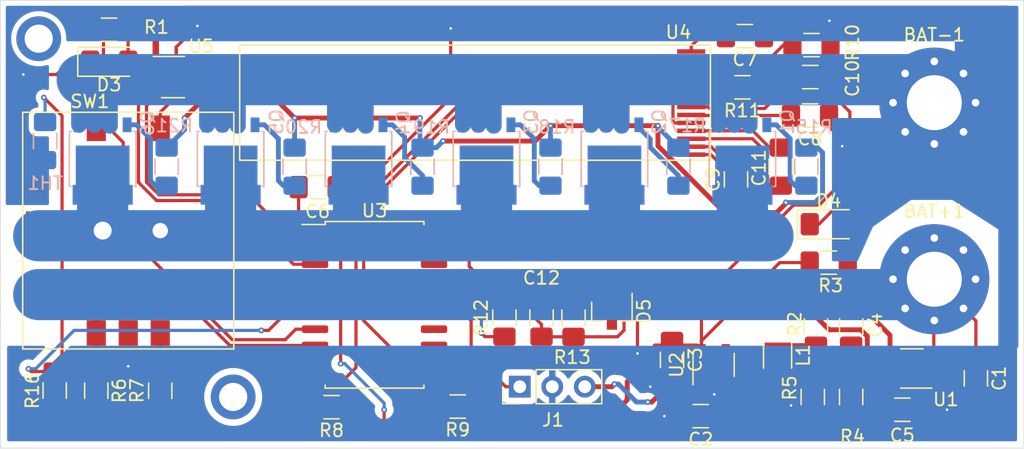
<source format=kicad_pcb>
(kicad_pcb (version 20171130) (host pcbnew "(5.1.5)-3")

  (general
    (thickness 1.6)
    (drawings 7)
    (tracks 445)
    (zones 0)
    (modules 54)
    (nets 49)
  )

  (page A4)
  (layers
    (0 F.Cu signal)
    (31 B.Cu signal)
    (32 B.Adhes user)
    (33 F.Adhes user)
    (34 B.Paste user)
    (35 F.Paste user)
    (36 B.SilkS user)
    (37 F.SilkS user)
    (38 B.Mask user)
    (39 F.Mask user)
    (40 Dwgs.User user)
    (41 Cmts.User user)
    (42 Eco1.User user)
    (43 Eco2.User user)
    (44 Edge.Cuts user)
    (45 Margin user)
    (46 B.CrtYd user)
    (47 F.CrtYd user)
    (48 B.Fab user)
    (49 F.Fab user)
  )

  (setup
    (last_trace_width 0.508)
    (user_trace_width 0.381)
    (user_trace_width 0.508)
    (user_trace_width 4)
    (trace_clearance 0.2)
    (zone_clearance 0.4)
    (zone_45_only no)
    (trace_min 0.2)
    (via_size 0.8)
    (via_drill 0.4)
    (via_min_size 0.4)
    (via_min_drill 0.2)
    (user_via 0.45 0.2)
    (uvia_size 0.3)
    (uvia_drill 0.1)
    (uvias_allowed no)
    (uvia_min_size 0.2)
    (uvia_min_drill 0.1)
    (edge_width 0.05)
    (segment_width 0.2)
    (pcb_text_width 0.3)
    (pcb_text_size 1.5 1.5)
    (mod_edge_width 0.12)
    (mod_text_size 1 1)
    (mod_text_width 0.15)
    (pad_size 3.3 4.2)
    (pad_drill 0)
    (pad_to_mask_clearance 0.051)
    (solder_mask_min_width 0.25)
    (aux_axis_origin 0 0)
    (visible_elements 7FFDFFFF)
    (pcbplotparams
      (layerselection 0x010f0_ffffffff)
      (usegerberextensions false)
      (usegerberattributes false)
      (usegerberadvancedattributes false)
      (creategerberjobfile false)
      (excludeedgelayer true)
      (linewidth 0.150000)
      (plotframeref false)
      (viasonmask false)
      (mode 1)
      (useauxorigin false)
      (hpglpennumber 1)
      (hpglpenspeed 20)
      (hpglpendiameter 15.000000)
      (psnegative false)
      (psa4output false)
      (plotreference true)
      (plotvalue false)
      (plotinvisibletext false)
      (padsonsilk true)
      (subtractmaskfromsilk false)
      (outputformat 1)
      (mirror false)
      (drillshape 0)
      (scaleselection 1)
      (outputdirectory "PCB Output/"))
  )

  (net 0 "")
  (net 1 +BATT)
  (net 2 GND)
  (net 3 +5V)
  (net 4 +3V3)
  (net 5 "Net-(C4-Pad2)")
  (net 6 "Net-(C4-Pad1)")
  (net 7 "Net-(C7-Pad2)")
  (net 8 "Net-(C8-Pad2)")
  (net 9 "Net-(C9-Pad2)")
  (net 10 "Net-(C9-Pad1)")
  (net 11 "Net-(C10-Pad2)")
  (net 12 "Net-(C11-Pad2)")
  (net 13 "Net-(C11-Pad1)")
  (net 14 /BAT_VOL)
  (net 15 "Net-(D3-Pad2)")
  (net 16 "Net-(D4-Pad2)")
  (net 17 /Welding/OUT-)
  (net 18 "Net-(Q1-Pad4)")
  (net 19 "Net-(Q2-Pad4)")
  (net 20 "Net-(Q3-Pad4)")
  (net 21 "Net-(Q4-Pad4)")
  (net 22 "Net-(Q5-Pad4)")
  (net 23 "Net-(Q6-Pad4)")
  (net 24 ON_LED)
  (net 25 "Net-(R2-Pad2)")
  (net 26 "Net-(R2-Pad1)")
  (net 27 CLK)
  (net 28 DT)
  (net 29 SDA)
  (net 30 SCL)
  (net 31 "Net-(R10-Pad1)")
  (net 32 "Net-(R11-Pad2)")
  (net 33 /Welding/G)
  (net 34 /TEMP)
  (net 35 "Net-(U1-Pad5)")
  (net 36 /TRIGGER)
  (net 37 "Net-(U3-Pad15)")
  (net 38 "Net-(U3-Pad14)")
  (net 39 "Net-(U3-Pad13)")
  (net 40 SWITCH)
  (net 41 UDPI)
  (net 42 "Net-(U3-Pad12)")
  (net 43 "Net-(U3-Pad5)")
  (net 44 "Net-(U3-Pad4)")
  (net 45 "Net-(U2-Pad4)")
  (net 46 "Net-(U2-Pad3)")
  (net 47 "Net-(U3-Pad19)")
  (net 48 "Net-(U3-Pad18)")

  (net_class Default "This is the default net class."
    (clearance 0.2)
    (trace_width 0.25)
    (via_dia 0.8)
    (via_drill 0.4)
    (uvia_dia 0.3)
    (uvia_drill 0.1)
    (add_net +3V3)
    (add_net +5V)
    (add_net +BATT)
    (add_net /BAT_VOL)
    (add_net /TEMP)
    (add_net /TRIGGER)
    (add_net /Welding/G)
    (add_net /Welding/OUT-)
    (add_net CLK)
    (add_net DT)
    (add_net GND)
    (add_net "Net-(C10-Pad2)")
    (add_net "Net-(C11-Pad1)")
    (add_net "Net-(C11-Pad2)")
    (add_net "Net-(C4-Pad1)")
    (add_net "Net-(C4-Pad2)")
    (add_net "Net-(C7-Pad2)")
    (add_net "Net-(C8-Pad2)")
    (add_net "Net-(C9-Pad1)")
    (add_net "Net-(C9-Pad2)")
    (add_net "Net-(D3-Pad2)")
    (add_net "Net-(D4-Pad2)")
    (add_net "Net-(Q1-Pad4)")
    (add_net "Net-(Q2-Pad4)")
    (add_net "Net-(Q3-Pad4)")
    (add_net "Net-(Q4-Pad4)")
    (add_net "Net-(Q5-Pad4)")
    (add_net "Net-(Q6-Pad4)")
    (add_net "Net-(R10-Pad1)")
    (add_net "Net-(R11-Pad2)")
    (add_net "Net-(R2-Pad1)")
    (add_net "Net-(R2-Pad2)")
    (add_net "Net-(U1-Pad5)")
    (add_net "Net-(U2-Pad3)")
    (add_net "Net-(U2-Pad4)")
    (add_net "Net-(U3-Pad12)")
    (add_net "Net-(U3-Pad13)")
    (add_net "Net-(U3-Pad14)")
    (add_net "Net-(U3-Pad15)")
    (add_net "Net-(U3-Pad18)")
    (add_net "Net-(U3-Pad19)")
    (add_net "Net-(U3-Pad4)")
    (add_net "Net-(U3-Pad5)")
    (add_net ON_LED)
    (add_net SCL)
    (add_net SDA)
    (add_net SWITCH)
    (add_net UDPI)
  )

  (module Connector_PinHeader_2.54mm:PinHeader_1x03_P2.54mm_Vertical (layer F.Cu) (tedit 59FED5CC) (tstamp 5F0E3667)
    (at 135.6 107.2 90)
    (descr "Through hole straight pin header, 1x03, 2.54mm pitch, single row")
    (tags "Through hole pin header THT 1x03 2.54mm single row")
    (path /5F1719AD)
    (fp_text reference J1 (at -2.6 2.6 180) (layer F.SilkS)
      (effects (font (size 1 1) (thickness 0.15)))
    )
    (fp_text value Conn_01x03 (at 0 7.41 90) (layer F.Fab)
      (effects (font (size 1 1) (thickness 0.15)))
    )
    (fp_text user %R (at 0 2.54) (layer F.Fab)
      (effects (font (size 1 1) (thickness 0.15)))
    )
    (fp_line (start 1.8 -1.8) (end -1.8 -1.8) (layer F.CrtYd) (width 0.05))
    (fp_line (start 1.8 6.85) (end 1.8 -1.8) (layer F.CrtYd) (width 0.05))
    (fp_line (start -1.8 6.85) (end 1.8 6.85) (layer F.CrtYd) (width 0.05))
    (fp_line (start -1.8 -1.8) (end -1.8 6.85) (layer F.CrtYd) (width 0.05))
    (fp_line (start -1.33 -1.33) (end 0 -1.33) (layer F.SilkS) (width 0.12))
    (fp_line (start -1.33 0) (end -1.33 -1.33) (layer F.SilkS) (width 0.12))
    (fp_line (start -1.33 1.27) (end 1.33 1.27) (layer F.SilkS) (width 0.12))
    (fp_line (start 1.33 1.27) (end 1.33 6.41) (layer F.SilkS) (width 0.12))
    (fp_line (start -1.33 1.27) (end -1.33 6.41) (layer F.SilkS) (width 0.12))
    (fp_line (start -1.33 6.41) (end 1.33 6.41) (layer F.SilkS) (width 0.12))
    (fp_line (start -1.27 -0.635) (end -0.635 -1.27) (layer F.Fab) (width 0.1))
    (fp_line (start -1.27 6.35) (end -1.27 -0.635) (layer F.Fab) (width 0.1))
    (fp_line (start 1.27 6.35) (end -1.27 6.35) (layer F.Fab) (width 0.1))
    (fp_line (start 1.27 -1.27) (end 1.27 6.35) (layer F.Fab) (width 0.1))
    (fp_line (start -0.635 -1.27) (end 1.27 -1.27) (layer F.Fab) (width 0.1))
    (pad 3 thru_hole oval (at 0 5.08 90) (size 1.7 1.7) (drill 1) (layers *.Cu *.Mask)
      (net 3 +5V))
    (pad 2 thru_hole oval (at 0 2.54 90) (size 1.7 1.7) (drill 1) (layers *.Cu *.Mask)
      (net 2 GND))
    (pad 1 thru_hole rect (at 0 0 90) (size 1.7 1.7) (drill 1) (layers *.Cu *.Mask)
      (net 41 UDPI))
    (model ${KISYS3DMOD}/Connector_PinHeader_2.54mm.3dshapes/PinHeader_1x03_P2.54mm_Vertical.wrl
      (at (xyz 0 0 0))
      (scale (xyz 1 1 1))
      (rotate (xyz 0 0 0))
    )
  )

  (module MountingHole:MountingHole_2.2mm_M2_ISO7380_Pad (layer F.Cu) (tedit 56D1B4CB) (tstamp 5F142045)
    (at 113.2 108)
    (descr "Mounting Hole 2.2mm, M2, ISO7380")
    (tags "mounting hole 2.2mm m2 iso7380")
    (path /5F206215)
    (attr virtual)
    (fp_text reference H2 (at 0 -2.75) (layer F.SilkS) hide
      (effects (font (size 1 1) (thickness 0.15)))
    )
    (fp_text value MountingHole (at 0 2.75) (layer F.Fab) hide
      (effects (font (size 1 1) (thickness 0.15)))
    )
    (fp_circle (center 0 0) (end 2 0) (layer F.CrtYd) (width 0.05))
    (fp_circle (center 0 0) (end 1.75 0) (layer Cmts.User) (width 0.15))
    (fp_text user %R (at 0.3 0) (layer F.Fab) hide
      (effects (font (size 1 1) (thickness 0.15)))
    )
    (pad 1 thru_hole circle (at 0 0) (size 3.5 3.5) (drill 2.2) (layers *.Cu *.Mask))
  )

  (module MountingHole:MountingHole_2.2mm_M2_ISO7380_Pad (layer F.Cu) (tedit 5F16AADE) (tstamp 5F14203D)
    (at 98 80)
    (descr "Mounting Hole 2.2mm, M2, ISO7380")
    (tags "mounting hole 2.2mm m2 iso7380")
    (path /5F205929)
    (attr virtual)
    (fp_text reference H1 (at 0 -2.75) (layer F.SilkS) hide
      (effects (font (size 1 1) (thickness 0.15)))
    )
    (fp_text value MountingHole (at 0 2.75) (layer F.Fab) hide
      (effects (font (size 1 1) (thickness 0.15)))
    )
    (fp_circle (center 0 0) (end 2 0) (layer F.CrtYd) (width 0.05))
    (fp_circle (center 0 0) (end 1.75 0) (layer Cmts.User) (width 0.15))
    (fp_text user %R (at 0.3 0) (layer F.Fab) hide
      (effects (font (size 1 1) (thickness 0.15)))
    )
    (pad 1 thru_hole circle (at 0 0) (size 3.5 3.5) (drill 2.2) (layers *.Cu *.Mask))
  )

  (module MountingHole:MountingHole_4.3mm_M4_Pad_Via (layer F.Cu) (tedit 56DDBFD7) (tstamp 5F0B186B)
    (at 168 85)
    (descr "Mounting Hole 4.3mm, M4")
    (tags "mounting hole 4.3mm m4")
    (path /5ED7B25D)
    (attr virtual)
    (fp_text reference BAT-1 (at 0 -5.3) (layer F.SilkS)
      (effects (font (size 1 1) (thickness 0.15)))
    )
    (fp_text value Conn_01x01 (at 0 5.3) (layer F.Fab)
      (effects (font (size 1 1) (thickness 0.15)))
    )
    (fp_circle (center 0 0) (end 4.55 0) (layer F.CrtYd) (width 0.05))
    (fp_circle (center 0 0) (end 4.3 0) (layer Cmts.User) (width 0.15))
    (fp_text user %R (at 0.3 0) (layer F.Fab)
      (effects (font (size 1 1) (thickness 0.15)))
    )
    (pad 1 thru_hole circle (at 2.280419 -2.280419) (size 0.9 0.9) (drill 0.6) (layers *.Cu *.Mask)
      (net 2 GND))
    (pad 1 thru_hole circle (at 0 -3.225) (size 0.9 0.9) (drill 0.6) (layers *.Cu *.Mask)
      (net 2 GND))
    (pad 1 thru_hole circle (at -2.280419 -2.280419) (size 0.9 0.9) (drill 0.6) (layers *.Cu *.Mask)
      (net 2 GND))
    (pad 1 thru_hole circle (at -3.225 0) (size 0.9 0.9) (drill 0.6) (layers *.Cu *.Mask)
      (net 2 GND))
    (pad 1 thru_hole circle (at -2.280419 2.280419) (size 0.9 0.9) (drill 0.6) (layers *.Cu *.Mask)
      (net 2 GND))
    (pad 1 thru_hole circle (at 0 3.225) (size 0.9 0.9) (drill 0.6) (layers *.Cu *.Mask)
      (net 2 GND))
    (pad 1 thru_hole circle (at 2.280419 2.280419) (size 0.9 0.9) (drill 0.6) (layers *.Cu *.Mask)
      (net 2 GND))
    (pad 1 thru_hole circle (at 3.225 0) (size 0.9 0.9) (drill 0.6) (layers *.Cu *.Mask)
      (net 2 GND))
    (pad 1 thru_hole circle (at 0 0) (size 8.6 8.6) (drill 4.3) (layers *.Cu *.Mask)
      (net 2 GND))
  )

  (module MountingHole:MountingHole_4.3mm_M4_Pad_Via (layer F.Cu) (tedit 56DDBFD7) (tstamp 5F0B185B)
    (at 168 98.8)
    (descr "Mounting Hole 4.3mm, M4")
    (tags "mounting hole 4.3mm m4")
    (path /5ED7B78A)
    (attr virtual)
    (fp_text reference BAT+1 (at 0 -5.3) (layer F.SilkS)
      (effects (font (size 1 1) (thickness 0.15)))
    )
    (fp_text value Conn_01x01 (at 0 5.3) (layer F.Fab)
      (effects (font (size 1 1) (thickness 0.15)))
    )
    (fp_circle (center 0 0) (end 4.55 0) (layer F.CrtYd) (width 0.05))
    (fp_circle (center 0 0) (end 4.3 0) (layer Cmts.User) (width 0.15))
    (fp_text user %R (at 0.3 0) (layer F.Fab)
      (effects (font (size 1 1) (thickness 0.15)))
    )
    (pad 1 thru_hole circle (at 2.280419 -2.280419) (size 0.9 0.9) (drill 0.6) (layers *.Cu *.Mask)
      (net 1 +BATT))
    (pad 1 thru_hole circle (at 0 -3.225) (size 0.9 0.9) (drill 0.6) (layers *.Cu *.Mask)
      (net 1 +BATT))
    (pad 1 thru_hole circle (at -2.280419 -2.280419) (size 0.9 0.9) (drill 0.6) (layers *.Cu *.Mask)
      (net 1 +BATT))
    (pad 1 thru_hole circle (at -3.225 0) (size 0.9 0.9) (drill 0.6) (layers *.Cu *.Mask)
      (net 1 +BATT))
    (pad 1 thru_hole circle (at -2.280419 2.280419) (size 0.9 0.9) (drill 0.6) (layers *.Cu *.Mask)
      (net 1 +BATT))
    (pad 1 thru_hole circle (at 0 3.225) (size 0.9 0.9) (drill 0.6) (layers *.Cu *.Mask)
      (net 1 +BATT))
    (pad 1 thru_hole circle (at 2.280419 2.280419) (size 0.9 0.9) (drill 0.6) (layers *.Cu *.Mask)
      (net 1 +BATT))
    (pad 1 thru_hole circle (at 3.225 0) (size 0.9 0.9) (drill 0.6) (layers *.Cu *.Mask)
      (net 1 +BATT))
    (pad 1 thru_hole circle (at 0 0) (size 8.6 8.6) (drill 4.3) (layers *.Cu *.Mask)
      (net 1 +BATT))
  )

  (module µSpot:OLED_Display_9616 (layer F.Cu) (tedit 5F09A375) (tstamp 5F0B1CDA)
    (at 149 81)
    (path /5F0E0921)
    (fp_text reference U4 (at -1 -1.5) (layer F.SilkS)
      (effects (font (size 1 1) (thickness 0.15)))
    )
    (fp_text value OLED_Display_9616 (at -10.12 -5.34) (layer F.Fab)
      (effects (font (size 1 1) (thickness 0.15)))
    )
    (fp_line (start 1.5 -0.5) (end 1.5 8.5) (layer F.SilkS) (width 0.12))
    (fp_line (start 1.5 8.5) (end -35.29 8.5) (layer F.SilkS) (width 0.12))
    (fp_line (start -35.29 -0.5) (end -35.29 8.5) (layer F.SilkS) (width 0.12))
    (fp_line (start -35.29 -0.5) (end 1.5 -0.5) (layer F.SilkS) (width 0.12))
    (pad 14 smd rect (at 0 0) (size 2.2 0.35) (layers F.Cu F.Paste F.Mask)
      (net 7 "Net-(C7-Pad2)"))
    (pad 13 smd rect (at 0 0.62) (size 2.2 0.35) (layers F.Cu F.Paste F.Mask)
      (net 11 "Net-(C10-Pad2)"))
    (pad 12 smd rect (at 0 1.24) (size 2.2 0.35) (layers F.Cu F.Paste F.Mask)
      (net 31 "Net-(R10-Pad1)"))
    (pad 11 smd rect (at 0 1.86) (size 2.2 0.35) (layers F.Cu F.Paste F.Mask)
      (net 29 SDA))
    (pad 7 smd rect (at 0 4.34) (size 2.2 0.35) (layers F.Cu F.Paste F.Mask)
      (net 2 GND))
    (pad 10 smd rect (at 0 2.48) (size 2.2 0.35) (layers F.Cu F.Paste F.Mask)
      (net 30 SCL))
    (pad 8 smd rect (at 0 3.72) (size 2.2 0.35) (layers F.Cu F.Paste F.Mask)
      (net 4 +3V3))
    (pad 9 smd rect (at 0 3.1) (size 2.2 0.35) (layers F.Cu F.Paste F.Mask)
      (net 32 "Net-(R11-Pad2)"))
    (pad 5 smd rect (at 0 5.58) (size 2.2 0.35) (layers F.Cu F.Paste F.Mask)
      (net 4 +3V3))
    (pad 4 smd rect (at 0 6.2) (size 2.2 0.35) (layers F.Cu F.Paste F.Mask)
      (net 12 "Net-(C11-Pad2)"))
    (pad 3 smd rect (at 0 6.82) (size 2.2 0.35) (layers F.Cu F.Paste F.Mask)
      (net 13 "Net-(C11-Pad1)"))
    (pad 1 smd rect (at 0 8.06) (size 2.2 0.35) (layers F.Cu F.Paste F.Mask)
      (net 10 "Net-(C9-Pad1)"))
    (pad 2 smd rect (at 0 7.44) (size 2.2 0.35) (layers F.Cu F.Paste F.Mask)
      (net 9 "Net-(C9-Pad2)"))
    (pad 6 smd rect (at 0 4.96) (size 2.2 0.35) (layers F.Cu F.Paste F.Mask)
      (net 8 "Net-(C8-Pad2)"))
  )

  (module Package_TO_SOT_SMD:SOT-23-5 (layer F.Cu) (tedit 5A02FF57) (tstamp 5F10E019)
    (at 150.75 105.5 90)
    (descr "5-pin SOT23 package")
    (tags SOT-23-5)
    (path /5F0F33DF)
    (attr smd)
    (fp_text reference U2 (at 0 -2.9 90) (layer F.SilkS)
      (effects (font (size 1 1) (thickness 0.15)))
    )
    (fp_text value MIC5365-3.3YD5 (at 0 2.9 90) (layer F.Fab)
      (effects (font (size 1 1) (thickness 0.15)))
    )
    (fp_line (start 0.9 -1.55) (end 0.9 1.55) (layer F.Fab) (width 0.1))
    (fp_line (start 0.9 1.55) (end -0.9 1.55) (layer F.Fab) (width 0.1))
    (fp_line (start -0.9 -0.9) (end -0.9 1.55) (layer F.Fab) (width 0.1))
    (fp_line (start 0.9 -1.55) (end -0.25 -1.55) (layer F.Fab) (width 0.1))
    (fp_line (start -0.9 -0.9) (end -0.25 -1.55) (layer F.Fab) (width 0.1))
    (fp_line (start -1.9 1.8) (end -1.9 -1.8) (layer F.CrtYd) (width 0.05))
    (fp_line (start 1.9 1.8) (end -1.9 1.8) (layer F.CrtYd) (width 0.05))
    (fp_line (start 1.9 -1.8) (end 1.9 1.8) (layer F.CrtYd) (width 0.05))
    (fp_line (start -1.9 -1.8) (end 1.9 -1.8) (layer F.CrtYd) (width 0.05))
    (fp_line (start 0.9 -1.61) (end -1.55 -1.61) (layer F.SilkS) (width 0.12))
    (fp_line (start -0.9 1.61) (end 0.9 1.61) (layer F.SilkS) (width 0.12))
    (fp_text user %R (at 0 0) (layer F.Fab)
      (effects (font (size 0.5 0.5) (thickness 0.075)))
    )
    (pad 5 smd rect (at 1.1 -0.95 90) (size 1.06 0.65) (layers F.Cu F.Paste F.Mask)
      (net 4 +3V3))
    (pad 4 smd rect (at 1.1 0.95 90) (size 1.06 0.65) (layers F.Cu F.Paste F.Mask)
      (net 45 "Net-(U2-Pad4)"))
    (pad 3 smd rect (at -1.1 0.95 90) (size 1.06 0.65) (layers F.Cu F.Paste F.Mask)
      (net 46 "Net-(U2-Pad3)"))
    (pad 2 smd rect (at -1.1 0 90) (size 1.06 0.65) (layers F.Cu F.Paste F.Mask)
      (net 2 GND))
    (pad 1 smd rect (at -1.1 -0.95 90) (size 1.06 0.65) (layers F.Cu F.Paste F.Mask)
      (net 3 +5V))
    (model ${KISYS3DMOD}/Package_TO_SOT_SMD.3dshapes/SOT-23-5.wrl
      (at (xyz 0 0 0))
      (scale (xyz 1 1 1))
      (rotate (xyz 0 0 0))
    )
  )

  (module Package_TO_SOT_SMD:SOT-23-5_HandSoldering (layer F.Cu) (tedit 5A0AB76C) (tstamp 5F0F50CE)
    (at 108.5 83)
    (descr "5-pin SOT23 package")
    (tags "SOT-23-5 hand-soldering")
    (path /5EDA948A/5F119A06)
    (attr smd)
    (fp_text reference U5 (at 2.2 -2.4) (layer F.SilkS)
      (effects (font (size 1 1) (thickness 0.15)))
    )
    (fp_text value FAN3111 (at 0 2.9) (layer F.Fab)
      (effects (font (size 1 1) (thickness 0.15)))
    )
    (fp_line (start 2.38 1.8) (end -2.38 1.8) (layer F.CrtYd) (width 0.05))
    (fp_line (start 2.38 1.8) (end 2.38 -1.8) (layer F.CrtYd) (width 0.05))
    (fp_line (start -2.38 -1.8) (end -2.38 1.8) (layer F.CrtYd) (width 0.05))
    (fp_line (start -2.38 -1.8) (end 2.38 -1.8) (layer F.CrtYd) (width 0.05))
    (fp_line (start 0.9 -1.55) (end 0.9 1.55) (layer F.Fab) (width 0.1))
    (fp_line (start 0.9 1.55) (end -0.9 1.55) (layer F.Fab) (width 0.1))
    (fp_line (start -0.9 -0.9) (end -0.9 1.55) (layer F.Fab) (width 0.1))
    (fp_line (start 0.9 -1.55) (end -0.25 -1.55) (layer F.Fab) (width 0.1))
    (fp_line (start -0.9 -0.9) (end -0.25 -1.55) (layer F.Fab) (width 0.1))
    (fp_line (start 0.9 -1.61) (end -1.55 -1.61) (layer F.SilkS) (width 0.12))
    (fp_line (start -0.9 1.61) (end 0.9 1.61) (layer F.SilkS) (width 0.12))
    (fp_text user %R (at 0 0 90) (layer F.Fab)
      (effects (font (size 0.5 0.5) (thickness 0.075)))
    )
    (pad 5 smd rect (at 1.35 -0.95) (size 1.56 0.65) (layers F.Cu F.Paste F.Mask)
      (net 33 /Welding/G))
    (pad 4 smd rect (at 1.35 0.95) (size 1.56 0.65) (layers F.Cu F.Paste F.Mask)
      (net 2 GND))
    (pad 3 smd rect (at -1.35 0.95) (size 1.56 0.65) (layers F.Cu F.Paste F.Mask)
      (net 36 /TRIGGER))
    (pad 2 smd rect (at -1.35 0) (size 1.56 0.65) (layers F.Cu F.Paste F.Mask)
      (net 2 GND))
    (pad 1 smd rect (at -1.35 -0.95) (size 1.56 0.65) (layers F.Cu F.Paste F.Mask)
      (net 3 +5V))
    (model ${KISYS3DMOD}/Package_TO_SOT_SMD.3dshapes/SOT-23-5.wrl
      (at (xyz 0 0 0))
      (scale (xyz 1 1 1))
      (rotate (xyz 0 0 0))
    )
  )

  (module Package_SO:SOIC-20W_7.5x12.8mm_P1.27mm (layer F.Cu) (tedit 5D9F72B1) (tstamp 5F0E3C30)
    (at 124.25 100.8)
    (descr "SOIC, 20 Pin (JEDEC MS-013AC, https://www.analog.com/media/en/package-pcb-resources/package/233848rw_20.pdf), generated with kicad-footprint-generator ipc_gullwing_generator.py")
    (tags "SOIC SO")
    (path /5F11F920)
    (attr smd)
    (fp_text reference U3 (at 0 -7.35) (layer F.SilkS)
      (effects (font (size 1 1) (thickness 0.15)))
    )
    (fp_text value ATtiny406-S (at 0 7.35) (layer F.Fab)
      (effects (font (size 1 1) (thickness 0.15)))
    )
    (fp_text user %R (at 0 0) (layer F.Fab)
      (effects (font (size 1 1) (thickness 0.15)))
    )
    (fp_line (start 5.93 -6.65) (end -5.93 -6.65) (layer F.CrtYd) (width 0.05))
    (fp_line (start 5.93 6.65) (end 5.93 -6.65) (layer F.CrtYd) (width 0.05))
    (fp_line (start -5.93 6.65) (end 5.93 6.65) (layer F.CrtYd) (width 0.05))
    (fp_line (start -5.93 -6.65) (end -5.93 6.65) (layer F.CrtYd) (width 0.05))
    (fp_line (start -3.75 -5.4) (end -2.75 -6.4) (layer F.Fab) (width 0.1))
    (fp_line (start -3.75 6.4) (end -3.75 -5.4) (layer F.Fab) (width 0.1))
    (fp_line (start 3.75 6.4) (end -3.75 6.4) (layer F.Fab) (width 0.1))
    (fp_line (start 3.75 -6.4) (end 3.75 6.4) (layer F.Fab) (width 0.1))
    (fp_line (start -2.75 -6.4) (end 3.75 -6.4) (layer F.Fab) (width 0.1))
    (fp_line (start -3.86 -6.275) (end -5.675 -6.275) (layer F.SilkS) (width 0.12))
    (fp_line (start -3.86 -6.51) (end -3.86 -6.275) (layer F.SilkS) (width 0.12))
    (fp_line (start 0 -6.51) (end -3.86 -6.51) (layer F.SilkS) (width 0.12))
    (fp_line (start 3.86 -6.51) (end 3.86 -6.275) (layer F.SilkS) (width 0.12))
    (fp_line (start 0 -6.51) (end 3.86 -6.51) (layer F.SilkS) (width 0.12))
    (fp_line (start -3.86 6.51) (end -3.86 6.275) (layer F.SilkS) (width 0.12))
    (fp_line (start 0 6.51) (end -3.86 6.51) (layer F.SilkS) (width 0.12))
    (fp_line (start 3.86 6.51) (end 3.86 6.275) (layer F.SilkS) (width 0.12))
    (fp_line (start 0 6.51) (end 3.86 6.51) (layer F.SilkS) (width 0.12))
    (pad 20 smd roundrect (at 4.65 -5.715) (size 2.05 0.6) (layers F.Cu F.Paste F.Mask) (roundrect_rratio 0.25)
      (net 2 GND))
    (pad 19 smd roundrect (at 4.65 -4.445) (size 2.05 0.6) (layers F.Cu F.Paste F.Mask) (roundrect_rratio 0.25)
      (net 47 "Net-(U3-Pad19)"))
    (pad 18 smd roundrect (at 4.65 -3.175) (size 2.05 0.6) (layers F.Cu F.Paste F.Mask) (roundrect_rratio 0.25)
      (net 48 "Net-(U3-Pad18)"))
    (pad 17 smd roundrect (at 4.65 -1.905) (size 2.05 0.6) (layers F.Cu F.Paste F.Mask) (roundrect_rratio 0.25)
      (net 14 /BAT_VOL))
    (pad 16 smd roundrect (at 4.65 -0.635) (size 2.05 0.6) (layers F.Cu F.Paste F.Mask) (roundrect_rratio 0.25)
      (net 41 UDPI))
    (pad 15 smd roundrect (at 4.65 0.635) (size 2.05 0.6) (layers F.Cu F.Paste F.Mask) (roundrect_rratio 0.25)
      (net 37 "Net-(U3-Pad15)"))
    (pad 14 smd roundrect (at 4.65 1.905) (size 2.05 0.6) (layers F.Cu F.Paste F.Mask) (roundrect_rratio 0.25)
      (net 38 "Net-(U3-Pad14)"))
    (pad 13 smd roundrect (at 4.65 3.175) (size 2.05 0.6) (layers F.Cu F.Paste F.Mask) (roundrect_rratio 0.25)
      (net 39 "Net-(U3-Pad13)"))
    (pad 12 smd roundrect (at 4.65 4.445) (size 2.05 0.6) (layers F.Cu F.Paste F.Mask) (roundrect_rratio 0.25)
      (net 42 "Net-(U3-Pad12)"))
    (pad 11 smd roundrect (at 4.65 5.715) (size 2.05 0.6) (layers F.Cu F.Paste F.Mask) (roundrect_rratio 0.25)
      (net 30 SCL))
    (pad 10 smd roundrect (at -4.65 5.715) (size 2.05 0.6) (layers F.Cu F.Paste F.Mask) (roundrect_rratio 0.25)
      (net 29 SDA))
    (pad 9 smd roundrect (at -4.65 4.445) (size 2.05 0.6) (layers F.Cu F.Paste F.Mask) (roundrect_rratio 0.25)
      (net 28 DT))
    (pad 8 smd roundrect (at -4.65 3.175) (size 2.05 0.6) (layers F.Cu F.Paste F.Mask) (roundrect_rratio 0.25)
      (net 27 CLK))
    (pad 7 smd roundrect (at -4.65 1.905) (size 2.05 0.6) (layers F.Cu F.Paste F.Mask) (roundrect_rratio 0.25)
      (net 40 SWITCH))
    (pad 6 smd roundrect (at -4.65 0.635) (size 2.05 0.6) (layers F.Cu F.Paste F.Mask) (roundrect_rratio 0.25)
      (net 34 /TEMP))
    (pad 5 smd roundrect (at -4.65 -0.635) (size 2.05 0.6) (layers F.Cu F.Paste F.Mask) (roundrect_rratio 0.25)
      (net 43 "Net-(U3-Pad5)"))
    (pad 4 smd roundrect (at -4.65 -1.905) (size 2.05 0.6) (layers F.Cu F.Paste F.Mask) (roundrect_rratio 0.25)
      (net 44 "Net-(U3-Pad4)"))
    (pad 3 smd roundrect (at -4.65 -3.175) (size 2.05 0.6) (layers F.Cu F.Paste F.Mask) (roundrect_rratio 0.25)
      (net 24 ON_LED))
    (pad 2 smd roundrect (at -4.65 -4.445) (size 2.05 0.6) (layers F.Cu F.Paste F.Mask) (roundrect_rratio 0.25)
      (net 36 /TRIGGER))
    (pad 1 smd roundrect (at -4.65 -5.715) (size 2.05 0.6) (layers F.Cu F.Paste F.Mask) (roundrect_rratio 0.25)
      (net 4 +3V3))
    (model ${KISYS3DMOD}/Package_SO.3dshapes/SOIC-20W_7.5x12.8mm_P1.27mm.wrl
      (at (xyz 0 0 0))
      (scale (xyz 1 1 1))
      (rotate (xyz 0 0 0))
    )
  )

  (module µSpot:EC11_Rotary_Encoder (layer F.Cu) (tedit 5F0B1083) (tstamp 5F0B1C50)
    (at 105 95)
    (path /5F092E20)
    (fp_text reference SW1 (at -3 -10.1) (layer F.SilkS)
      (effects (font (size 1 1) (thickness 0.15)))
    )
    (fp_text value Rotary_Encoder_Switch (at -16.5 -10.5) (layer F.Fab)
      (effects (font (size 1 1) (thickness 0.15)))
    )
    (fp_line (start -8.25 9.25) (end -8.25 0) (layer F.SilkS) (width 0.12))
    (fp_line (start -8 9.25) (end -8.25 9.25) (layer F.SilkS) (width 0.12))
    (fp_line (start 8.25 9.25) (end -8 9.25) (layer F.SilkS) (width 0.12))
    (fp_line (start 8.25 -9.25) (end 8.25 9.25) (layer F.SilkS) (width 0.12))
    (fp_line (start 8 -9.25) (end 8.25 -9.25) (layer F.SilkS) (width 0.12))
    (fp_line (start -8.25 -9.25) (end 8 -9.25) (layer F.SilkS) (width 0.12))
    (fp_line (start -8.25 0) (end -8.25 -9.25) (layer F.SilkS) (width 0.12))
    (pad "" np_thru_hole circle (at 2.5 0) (size 1.2 1.2) (drill 1.2) (layers *.Cu *.Mask))
    (pad "" np_thru_hole circle (at -2 0) (size 1.4 1.4) (drill 1.4) (layers *.Cu *.Mask))
    (pad C smd rect (at 0 8) (size 1.5 2) (layers F.Cu F.Paste F.Mask)
      (net 2 GND))
    (pad A smd rect (at -2.5 8) (size 1.5 2) (layers F.Cu F.Paste F.Mask)
      (net 27 CLK))
    (pad B smd rect (at 2.5 8) (size 1.5 2) (layers F.Cu F.Paste F.Mask)
      (net 28 DT))
    (pad S2 smd rect (at 2.5 -8) (size 1.5 2) (layers F.Cu F.Paste F.Mask)
      (net 2 GND))
    (pad S1 smd rect (at -2.5 -8) (size 1.5 2) (layers F.Cu F.Paste F.Mask)
      (net 40 SWITCH))
    (pad "" smd rect (at 6.75 0) (size 2.5 3) (layers F.Cu F.Paste F.Mask))
    (pad "" smd rect (at -6.75 0) (size 2.5 3) (layers F.Cu F.Paste F.Mask))
    (model "C:/Users/mabo/Documents/Viking Elabs/µSpot/encoder_3d_model/43217.stp"
      (offset (xyz 0 0 3))
      (scale (xyz 1 1 1))
      (rotate (xyz 0 180 0))
    )
  )

  (module Package_TO_SOT_SMD:TSOT-23-6_HandSoldering (layer F.Cu) (tedit 5A02FF57) (tstamp 5F10E116)
    (at 166.25 105.8 180)
    (descr "6-pin TSOT23 package, http://cds.linear.com/docs/en/packaging/SOT_6_05-08-1636.pdf")
    (tags "TSOT-23-6 MK06A TSOT-6 Hand-soldering")
    (path /5EDDBC8F)
    (attr smd)
    (fp_text reference U1 (at -2.65 -2.4) (layer F.SilkS)
      (effects (font (size 1 1) (thickness 0.15)))
    )
    (fp_text value AP65211A (at 0 2.5) (layer F.Fab)
      (effects (font (size 1 1) (thickness 0.15)))
    )
    (fp_line (start 2.96 1.7) (end -2.96 1.7) (layer F.CrtYd) (width 0.05))
    (fp_line (start 2.96 1.7) (end 2.96 -1.7) (layer F.CrtYd) (width 0.05))
    (fp_line (start -2.96 -1.7) (end -2.96 1.7) (layer F.CrtYd) (width 0.05))
    (fp_line (start -2.96 -1.7) (end 2.96 -1.7) (layer F.CrtYd) (width 0.05))
    (fp_line (start 0.88 -1.45) (end 0.88 1.45) (layer F.Fab) (width 0.1))
    (fp_line (start 0.88 1.45) (end -0.88 1.45) (layer F.Fab) (width 0.1))
    (fp_line (start -0.88 -1) (end -0.88 1.45) (layer F.Fab) (width 0.1))
    (fp_line (start 0.88 -1.45) (end -0.43 -1.45) (layer F.Fab) (width 0.1))
    (fp_line (start -0.88 -1) (end -0.43 -1.45) (layer F.Fab) (width 0.1))
    (fp_line (start 0.88 -1.51) (end -1.55 -1.51) (layer F.SilkS) (width 0.12))
    (fp_line (start -0.88 1.56) (end 0.88 1.56) (layer F.SilkS) (width 0.12))
    (fp_text user %R (at 0 0 90) (layer F.Fab)
      (effects (font (size 0.5 0.5) (thickness 0.075)))
    )
    (pad 6 smd rect (at 1.71 -0.95 180) (size 2 0.65) (layers F.Cu F.Paste F.Mask)
      (net 6 "Net-(C4-Pad1)"))
    (pad 5 smd rect (at 1.71 0 180) (size 2 0.65) (layers F.Cu F.Paste F.Mask)
      (net 35 "Net-(U1-Pad5)"))
    (pad 4 smd rect (at 1.71 0.95 180) (size 2 0.65) (layers F.Cu F.Paste F.Mask)
      (net 25 "Net-(R2-Pad2)"))
    (pad 3 smd rect (at -1.71 0.95 180) (size 2 0.65) (layers F.Cu F.Paste F.Mask)
      (net 1 +BATT))
    (pad 2 smd rect (at -1.71 0 180) (size 2 0.65) (layers F.Cu F.Paste F.Mask))
    (pad 1 smd rect (at -1.71 -0.95 180) (size 2 0.65) (layers F.Cu F.Paste F.Mask)
      (net 2 GND))
    (model ${KISYS3DMOD}/Package_TO_SOT_SMD.3dshapes/TSOT-23-6.wrl
      (at (xyz 0 0 0))
      (scale (xyz 1 1 1))
      (rotate (xyz 0 0 0))
    )
  )

  (module Resistor_SMD:R_1206_3216Metric_Pad1.42x1.75mm_HandSolder (layer B.Cu) (tedit 5B301BBD) (tstamp 5F0B1C61)
    (at 98.5 88 90)
    (descr "Resistor SMD 1206 (3216 Metric), square (rectangular) end terminal, IPC_7351 nominal with elongated pad for handsoldering. (Body size source: http://www.tortai-tech.com/upload/download/2011102023233369053.pdf), generated with kicad-footprint-generator")
    (tags "resistor handsolder")
    (path /5EDA948A/5EE02BFC)
    (attr smd)
    (fp_text reference TH1 (at -3.3 0) (layer B.SilkS)
      (effects (font (size 1 1) (thickness 0.15)) (justify mirror))
    )
    (fp_text value 100k (at 0 -1.82 90) (layer B.Fab)
      (effects (font (size 1 1) (thickness 0.15)) (justify mirror))
    )
    (fp_text user %R (at 0 0 90) (layer B.Fab)
      (effects (font (size 0.8 0.8) (thickness 0.12)) (justify mirror))
    )
    (fp_line (start 2.45 -1.12) (end -2.45 -1.12) (layer B.CrtYd) (width 0.05))
    (fp_line (start 2.45 1.12) (end 2.45 -1.12) (layer B.CrtYd) (width 0.05))
    (fp_line (start -2.45 1.12) (end 2.45 1.12) (layer B.CrtYd) (width 0.05))
    (fp_line (start -2.45 -1.12) (end -2.45 1.12) (layer B.CrtYd) (width 0.05))
    (fp_line (start -0.602064 -0.91) (end 0.602064 -0.91) (layer B.SilkS) (width 0.12))
    (fp_line (start -0.602064 0.91) (end 0.602064 0.91) (layer B.SilkS) (width 0.12))
    (fp_line (start 1.6 -0.8) (end -1.6 -0.8) (layer B.Fab) (width 0.1))
    (fp_line (start 1.6 0.8) (end 1.6 -0.8) (layer B.Fab) (width 0.1))
    (fp_line (start -1.6 0.8) (end 1.6 0.8) (layer B.Fab) (width 0.1))
    (fp_line (start -1.6 -0.8) (end -1.6 0.8) (layer B.Fab) (width 0.1))
    (pad 2 smd roundrect (at 1.4875 0 90) (size 1.425 1.75) (layers B.Cu B.Paste B.Mask) (roundrect_rratio 0.175439)
      (net 34 /TEMP))
    (pad 1 smd roundrect (at -1.4875 0 90) (size 1.425 1.75) (layers B.Cu B.Paste B.Mask) (roundrect_rratio 0.175439)
      (net 2 GND))
    (model ${KISYS3DMOD}/Resistor_SMD.3dshapes/R_1206_3216Metric.wrl
      (at (xyz 0 0 0))
      (scale (xyz 1 1 1))
      (rotate (xyz 0 0 0))
    )
  )

  (module Resistor_SMD:R_1206_3216Metric_Pad1.42x1.75mm_HandSolder (layer B.Cu) (tedit 5B301BBD) (tstamp 5F0B8AD2)
    (at 108 90 90)
    (descr "Resistor SMD 1206 (3216 Metric), square (rectangular) end terminal, IPC_7351 nominal with elongated pad for handsoldering. (Body size source: http://www.tortai-tech.com/upload/download/2011102023233369053.pdf), generated with kicad-footprint-generator")
    (tags "resistor handsolder")
    (path /5EDA948A/5EDB3F14)
    (attr smd)
    (fp_text reference R21 (at 3.2 0.6 180) (layer B.SilkS)
      (effects (font (size 1 1) (thickness 0.15)) (justify mirror))
    )
    (fp_text value 82R (at 0 -1.82 270) (layer B.Fab)
      (effects (font (size 1 1) (thickness 0.15)) (justify mirror))
    )
    (fp_text user %R (at 0 0 270) (layer B.Fab)
      (effects (font (size 0.8 0.8) (thickness 0.12)) (justify mirror))
    )
    (fp_line (start 2.45 -1.12) (end -2.45 -1.12) (layer B.CrtYd) (width 0.05))
    (fp_line (start 2.45 1.12) (end 2.45 -1.12) (layer B.CrtYd) (width 0.05))
    (fp_line (start -2.45 1.12) (end 2.45 1.12) (layer B.CrtYd) (width 0.05))
    (fp_line (start -2.45 -1.12) (end -2.45 1.12) (layer B.CrtYd) (width 0.05))
    (fp_line (start -0.602064 -0.91) (end 0.602064 -0.91) (layer B.SilkS) (width 0.12))
    (fp_line (start -0.602064 0.91) (end 0.602064 0.91) (layer B.SilkS) (width 0.12))
    (fp_line (start 1.6 -0.8) (end -1.6 -0.8) (layer B.Fab) (width 0.1))
    (fp_line (start 1.6 0.8) (end 1.6 -0.8) (layer B.Fab) (width 0.1))
    (fp_line (start -1.6 0.8) (end 1.6 0.8) (layer B.Fab) (width 0.1))
    (fp_line (start -1.6 -0.8) (end -1.6 0.8) (layer B.Fab) (width 0.1))
    (pad 2 smd roundrect (at 1.4875 0 90) (size 1.425 1.75) (layers B.Cu B.Paste B.Mask) (roundrect_rratio 0.175439)
      (net 33 /Welding/G))
    (pad 1 smd roundrect (at -1.4875 0 90) (size 1.425 1.75) (layers B.Cu B.Paste B.Mask) (roundrect_rratio 0.175439)
      (net 23 "Net-(Q6-Pad4)"))
    (model ${KISYS3DMOD}/Resistor_SMD.3dshapes/R_1206_3216Metric.wrl
      (at (xyz 0 0 0))
      (scale (xyz 1 1 1))
      (rotate (xyz 0 0 0))
    )
  )

  (module Resistor_SMD:R_1206_3216Metric_Pad1.42x1.75mm_HandSolder (layer B.Cu) (tedit 5B301BBD) (tstamp 5F0B8B02)
    (at 118 90 90)
    (descr "Resistor SMD 1206 (3216 Metric), square (rectangular) end terminal, IPC_7351 nominal with elongated pad for handsoldering. (Body size source: http://www.tortai-tech.com/upload/download/2011102023233369053.pdf), generated with kicad-footprint-generator")
    (tags "resistor handsolder")
    (path /5EDA948A/5EDB3C4A)
    (attr smd)
    (fp_text reference R20 (at 3.1 0.7) (layer B.SilkS)
      (effects (font (size 1 1) (thickness 0.15)) (justify mirror))
    )
    (fp_text value 82R (at 0 -1.82 270) (layer B.Fab)
      (effects (font (size 1 1) (thickness 0.15)) (justify mirror))
    )
    (fp_text user %R (at 0 0 270) (layer B.Fab)
      (effects (font (size 0.8 0.8) (thickness 0.12)) (justify mirror))
    )
    (fp_line (start 2.45 -1.12) (end -2.45 -1.12) (layer B.CrtYd) (width 0.05))
    (fp_line (start 2.45 1.12) (end 2.45 -1.12) (layer B.CrtYd) (width 0.05))
    (fp_line (start -2.45 1.12) (end 2.45 1.12) (layer B.CrtYd) (width 0.05))
    (fp_line (start -2.45 -1.12) (end -2.45 1.12) (layer B.CrtYd) (width 0.05))
    (fp_line (start -0.602064 -0.91) (end 0.602064 -0.91) (layer B.SilkS) (width 0.12))
    (fp_line (start -0.602064 0.91) (end 0.602064 0.91) (layer B.SilkS) (width 0.12))
    (fp_line (start 1.6 -0.8) (end -1.6 -0.8) (layer B.Fab) (width 0.1))
    (fp_line (start 1.6 0.8) (end 1.6 -0.8) (layer B.Fab) (width 0.1))
    (fp_line (start -1.6 0.8) (end 1.6 0.8) (layer B.Fab) (width 0.1))
    (fp_line (start -1.6 -0.8) (end -1.6 0.8) (layer B.Fab) (width 0.1))
    (pad 2 smd roundrect (at 1.4875 0 90) (size 1.425 1.75) (layers B.Cu B.Paste B.Mask) (roundrect_rratio 0.175439)
      (net 33 /Welding/G))
    (pad 1 smd roundrect (at -1.4875 0 90) (size 1.425 1.75) (layers B.Cu B.Paste B.Mask) (roundrect_rratio 0.175439)
      (net 22 "Net-(Q5-Pad4)"))
    (model ${KISYS3DMOD}/Resistor_SMD.3dshapes/R_1206_3216Metric.wrl
      (at (xyz 0 0 0))
      (scale (xyz 1 1 1))
      (rotate (xyz 0 0 0))
    )
  )

  (module Resistor_SMD:R_1206_3216Metric_Pad1.42x1.75mm_HandSolder (layer B.Cu) (tedit 5B301BBD) (tstamp 5F0B8B32)
    (at 128 90 90)
    (descr "Resistor SMD 1206 (3216 Metric), square (rectangular) end terminal, IPC_7351 nominal with elongated pad for handsoldering. (Body size source: http://www.tortai-tech.com/upload/download/2011102023233369053.pdf), generated with kicad-footprint-generator")
    (tags "resistor handsolder")
    (path /5EDA948A/5EDB390D)
    (attr smd)
    (fp_text reference R19 (at 3.1 0.7) (layer B.SilkS)
      (effects (font (size 1 1) (thickness 0.15)) (justify mirror))
    )
    (fp_text value 82R (at 0 -1.82 270) (layer B.Fab)
      (effects (font (size 1 1) (thickness 0.15)) (justify mirror))
    )
    (fp_text user %R (at 0 0 270) (layer B.Fab)
      (effects (font (size 0.8 0.8) (thickness 0.12)) (justify mirror))
    )
    (fp_line (start 2.45 -1.12) (end -2.45 -1.12) (layer B.CrtYd) (width 0.05))
    (fp_line (start 2.45 1.12) (end 2.45 -1.12) (layer B.CrtYd) (width 0.05))
    (fp_line (start -2.45 1.12) (end 2.45 1.12) (layer B.CrtYd) (width 0.05))
    (fp_line (start -2.45 -1.12) (end -2.45 1.12) (layer B.CrtYd) (width 0.05))
    (fp_line (start -0.602064 -0.91) (end 0.602064 -0.91) (layer B.SilkS) (width 0.12))
    (fp_line (start -0.602064 0.91) (end 0.602064 0.91) (layer B.SilkS) (width 0.12))
    (fp_line (start 1.6 -0.8) (end -1.6 -0.8) (layer B.Fab) (width 0.1))
    (fp_line (start 1.6 0.8) (end 1.6 -0.8) (layer B.Fab) (width 0.1))
    (fp_line (start -1.6 0.8) (end 1.6 0.8) (layer B.Fab) (width 0.1))
    (fp_line (start -1.6 -0.8) (end -1.6 0.8) (layer B.Fab) (width 0.1))
    (pad 2 smd roundrect (at 1.4875 0 90) (size 1.425 1.75) (layers B.Cu B.Paste B.Mask) (roundrect_rratio 0.175439)
      (net 33 /Welding/G))
    (pad 1 smd roundrect (at -1.4875 0 90) (size 1.425 1.75) (layers B.Cu B.Paste B.Mask) (roundrect_rratio 0.175439)
      (net 21 "Net-(Q4-Pad4)"))
    (model ${KISYS3DMOD}/Resistor_SMD.3dshapes/R_1206_3216Metric.wrl
      (at (xyz 0 0 0))
      (scale (xyz 1 1 1))
      (rotate (xyz 0 0 0))
    )
  )

  (module Resistor_SMD:R_1206_3216Metric_Pad1.42x1.75mm_HandSolder (layer B.Cu) (tedit 5B301BBD) (tstamp 5F0B8B62)
    (at 138 90 90)
    (descr "Resistor SMD 1206 (3216 Metric), square (rectangular) end terminal, IPC_7351 nominal with elongated pad for handsoldering. (Body size source: http://www.tortai-tech.com/upload/download/2011102023233369053.pdf), generated with kicad-footprint-generator")
    (tags "resistor handsolder")
    (path /5EDA948A/5EDB3576)
    (attr smd)
    (fp_text reference R18 (at 3.1 0.5 180) (layer B.SilkS)
      (effects (font (size 1 1) (thickness 0.15)) (justify mirror))
    )
    (fp_text value 82R (at 0 -1.82 270) (layer B.Fab)
      (effects (font (size 1 1) (thickness 0.15)) (justify mirror))
    )
    (fp_text user %R (at 0 0 270) (layer B.Fab)
      (effects (font (size 0.8 0.8) (thickness 0.12)) (justify mirror))
    )
    (fp_line (start 2.45 -1.12) (end -2.45 -1.12) (layer B.CrtYd) (width 0.05))
    (fp_line (start 2.45 1.12) (end 2.45 -1.12) (layer B.CrtYd) (width 0.05))
    (fp_line (start -2.45 1.12) (end 2.45 1.12) (layer B.CrtYd) (width 0.05))
    (fp_line (start -2.45 -1.12) (end -2.45 1.12) (layer B.CrtYd) (width 0.05))
    (fp_line (start -0.602064 -0.91) (end 0.602064 -0.91) (layer B.SilkS) (width 0.12))
    (fp_line (start -0.602064 0.91) (end 0.602064 0.91) (layer B.SilkS) (width 0.12))
    (fp_line (start 1.6 -0.8) (end -1.6 -0.8) (layer B.Fab) (width 0.1))
    (fp_line (start 1.6 0.8) (end 1.6 -0.8) (layer B.Fab) (width 0.1))
    (fp_line (start -1.6 0.8) (end 1.6 0.8) (layer B.Fab) (width 0.1))
    (fp_line (start -1.6 -0.8) (end -1.6 0.8) (layer B.Fab) (width 0.1))
    (pad 2 smd roundrect (at 1.4875 0 90) (size 1.425 1.75) (layers B.Cu B.Paste B.Mask) (roundrect_rratio 0.175439)
      (net 33 /Welding/G))
    (pad 1 smd roundrect (at -1.4875 0 90) (size 1.425 1.75) (layers B.Cu B.Paste B.Mask) (roundrect_rratio 0.175439)
      (net 20 "Net-(Q3-Pad4)"))
    (model ${KISYS3DMOD}/Resistor_SMD.3dshapes/R_1206_3216Metric.wrl
      (at (xyz 0 0 0))
      (scale (xyz 1 1 1))
      (rotate (xyz 0 0 0))
    )
  )

  (module Resistor_SMD:R_1206_3216Metric_Pad1.42x1.75mm_HandSolder (layer B.Cu) (tedit 5B301BBD) (tstamp 5F0B8AA2)
    (at 148 90 90)
    (descr "Resistor SMD 1206 (3216 Metric), square (rectangular) end terminal, IPC_7351 nominal with elongated pad for handsoldering. (Body size source: http://www.tortai-tech.com/upload/download/2011102023233369053.pdf), generated with kicad-footprint-generator")
    (tags "resistor handsolder")
    (path /5EDA948A/5EDB2EC1)
    (attr smd)
    (fp_text reference R17 (at 3.2 0.7) (layer B.SilkS)
      (effects (font (size 1 1) (thickness 0.15)) (justify mirror))
    )
    (fp_text value 82R (at 0 -1.82 270) (layer B.Fab)
      (effects (font (size 1 1) (thickness 0.15)) (justify mirror))
    )
    (fp_text user %R (at 0 0 270) (layer B.Fab)
      (effects (font (size 0.8 0.8) (thickness 0.12)) (justify mirror))
    )
    (fp_line (start 2.45 -1.12) (end -2.45 -1.12) (layer B.CrtYd) (width 0.05))
    (fp_line (start 2.45 1.12) (end 2.45 -1.12) (layer B.CrtYd) (width 0.05))
    (fp_line (start -2.45 1.12) (end 2.45 1.12) (layer B.CrtYd) (width 0.05))
    (fp_line (start -2.45 -1.12) (end -2.45 1.12) (layer B.CrtYd) (width 0.05))
    (fp_line (start -0.602064 -0.91) (end 0.602064 -0.91) (layer B.SilkS) (width 0.12))
    (fp_line (start -0.602064 0.91) (end 0.602064 0.91) (layer B.SilkS) (width 0.12))
    (fp_line (start 1.6 -0.8) (end -1.6 -0.8) (layer B.Fab) (width 0.1))
    (fp_line (start 1.6 0.8) (end 1.6 -0.8) (layer B.Fab) (width 0.1))
    (fp_line (start -1.6 0.8) (end 1.6 0.8) (layer B.Fab) (width 0.1))
    (fp_line (start -1.6 -0.8) (end -1.6 0.8) (layer B.Fab) (width 0.1))
    (pad 2 smd roundrect (at 1.4875 0 90) (size 1.425 1.75) (layers B.Cu B.Paste B.Mask) (roundrect_rratio 0.175439)
      (net 33 /Welding/G))
    (pad 1 smd roundrect (at -1.4875 0 90) (size 1.425 1.75) (layers B.Cu B.Paste B.Mask) (roundrect_rratio 0.175439)
      (net 19 "Net-(Q2-Pad4)"))
    (model ${KISYS3DMOD}/Resistor_SMD.3dshapes/R_1206_3216Metric.wrl
      (at (xyz 0 0 0))
      (scale (xyz 1 1 1))
      (rotate (xyz 0 0 0))
    )
  )

  (module Resistor_SMD:R_1206_3216Metric_Pad1.42x1.75mm_HandSolder (layer F.Cu) (tedit 5B301BBD) (tstamp 5F0DD39A)
    (at 99.25 107.5 270)
    (descr "Resistor SMD 1206 (3216 Metric), square (rectangular) end terminal, IPC_7351 nominal with elongated pad for handsoldering. (Body size source: http://www.tortai-tech.com/upload/download/2011102023233369053.pdf), generated with kicad-footprint-generator")
    (tags "resistor handsolder")
    (path /5EDA948A/5EE024BF)
    (attr smd)
    (fp_text reference R16 (at 0 1.75 90) (layer F.SilkS)
      (effects (font (size 1 1) (thickness 0.15)))
    )
    (fp_text value 10k (at 0 1.82 90) (layer F.Fab)
      (effects (font (size 1 1) (thickness 0.15)))
    )
    (fp_text user %R (at 0 0 90) (layer F.Fab)
      (effects (font (size 0.8 0.8) (thickness 0.12)))
    )
    (fp_line (start 2.45 1.12) (end -2.45 1.12) (layer F.CrtYd) (width 0.05))
    (fp_line (start 2.45 -1.12) (end 2.45 1.12) (layer F.CrtYd) (width 0.05))
    (fp_line (start -2.45 -1.12) (end 2.45 -1.12) (layer F.CrtYd) (width 0.05))
    (fp_line (start -2.45 1.12) (end -2.45 -1.12) (layer F.CrtYd) (width 0.05))
    (fp_line (start -0.602064 0.91) (end 0.602064 0.91) (layer F.SilkS) (width 0.12))
    (fp_line (start -0.602064 -0.91) (end 0.602064 -0.91) (layer F.SilkS) (width 0.12))
    (fp_line (start 1.6 0.8) (end -1.6 0.8) (layer F.Fab) (width 0.1))
    (fp_line (start 1.6 -0.8) (end 1.6 0.8) (layer F.Fab) (width 0.1))
    (fp_line (start -1.6 -0.8) (end 1.6 -0.8) (layer F.Fab) (width 0.1))
    (fp_line (start -1.6 0.8) (end -1.6 -0.8) (layer F.Fab) (width 0.1))
    (pad 2 smd roundrect (at 1.4875 0 270) (size 1.425 1.75) (layers F.Cu F.Paste F.Mask) (roundrect_rratio 0.175439)
      (net 4 +3V3))
    (pad 1 smd roundrect (at -1.4875 0 270) (size 1.425 1.75) (layers F.Cu F.Paste F.Mask) (roundrect_rratio 0.175439)
      (net 34 /TEMP))
    (model ${KISYS3DMOD}/Resistor_SMD.3dshapes/R_1206_3216Metric.wrl
      (at (xyz 0 0 0))
      (scale (xyz 1 1 1))
      (rotate (xyz 0 0 0))
    )
  )

  (module Resistor_SMD:R_1206_3216Metric_Pad1.42x1.75mm_HandSolder (layer B.Cu) (tedit 5B301BBD) (tstamp 5F0B1BD6)
    (at 158 90 90)
    (descr "Resistor SMD 1206 (3216 Metric), square (rectangular) end terminal, IPC_7351 nominal with elongated pad for handsoldering. (Body size source: http://www.tortai-tech.com/upload/download/2011102023233369053.pdf), generated with kicad-footprint-generator")
    (tags "resistor handsolder")
    (path /5EDA948A/5EDD1B7D)
    (attr smd)
    (fp_text reference R15 (at 3.1 0.6 180) (layer B.SilkS)
      (effects (font (size 1 1) (thickness 0.15)) (justify mirror))
    )
    (fp_text value 82R (at 0 -1.82 90) (layer B.Fab)
      (effects (font (size 1 1) (thickness 0.15)) (justify mirror))
    )
    (fp_text user %R (at 0 0 90) (layer B.Fab)
      (effects (font (size 0.8 0.8) (thickness 0.12)) (justify mirror))
    )
    (fp_line (start 2.45 -1.12) (end -2.45 -1.12) (layer B.CrtYd) (width 0.05))
    (fp_line (start 2.45 1.12) (end 2.45 -1.12) (layer B.CrtYd) (width 0.05))
    (fp_line (start -2.45 1.12) (end 2.45 1.12) (layer B.CrtYd) (width 0.05))
    (fp_line (start -2.45 -1.12) (end -2.45 1.12) (layer B.CrtYd) (width 0.05))
    (fp_line (start -0.602064 -0.91) (end 0.602064 -0.91) (layer B.SilkS) (width 0.12))
    (fp_line (start -0.602064 0.91) (end 0.602064 0.91) (layer B.SilkS) (width 0.12))
    (fp_line (start 1.6 -0.8) (end -1.6 -0.8) (layer B.Fab) (width 0.1))
    (fp_line (start 1.6 0.8) (end 1.6 -0.8) (layer B.Fab) (width 0.1))
    (fp_line (start -1.6 0.8) (end 1.6 0.8) (layer B.Fab) (width 0.1))
    (fp_line (start -1.6 -0.8) (end -1.6 0.8) (layer B.Fab) (width 0.1))
    (pad 2 smd roundrect (at 1.4875 0 90) (size 1.425 1.75) (layers B.Cu B.Paste B.Mask) (roundrect_rratio 0.175439)
      (net 33 /Welding/G))
    (pad 1 smd roundrect (at -1.4875 0 90) (size 1.425 1.75) (layers B.Cu B.Paste B.Mask) (roundrect_rratio 0.175439)
      (net 18 "Net-(Q1-Pad4)"))
    (model ${KISYS3DMOD}/Resistor_SMD.3dshapes/R_1206_3216Metric.wrl
      (at (xyz 0 0 0))
      (scale (xyz 1 1 1))
      (rotate (xyz 0 0 0))
    )
  )

  (module Resistor_SMD:R_1206_3216Metric_Pad1.42x1.75mm_HandSolder (layer F.Cu) (tedit 5B301BBD) (tstamp 5F0B1BB4)
    (at 139.8 101.8125 90)
    (descr "Resistor SMD 1206 (3216 Metric), square (rectangular) end terminal, IPC_7351 nominal with elongated pad for handsoldering. (Body size source: http://www.tortai-tech.com/upload/download/2011102023233369053.pdf), generated with kicad-footprint-generator")
    (tags "resistor handsolder")
    (path /5EDA948A/5EE10D33)
    (attr smd)
    (fp_text reference R13 (at -3.0875 -0.1 180) (layer F.SilkS)
      (effects (font (size 1 1) (thickness 0.15)))
    )
    (fp_text value 1k8 (at 0 1.82 90) (layer F.Fab)
      (effects (font (size 1 1) (thickness 0.15)))
    )
    (fp_text user %R (at 0 0 90) (layer F.Fab)
      (effects (font (size 0.8 0.8) (thickness 0.12)))
    )
    (fp_line (start 2.45 1.12) (end -2.45 1.12) (layer F.CrtYd) (width 0.05))
    (fp_line (start 2.45 -1.12) (end 2.45 1.12) (layer F.CrtYd) (width 0.05))
    (fp_line (start -2.45 -1.12) (end 2.45 -1.12) (layer F.CrtYd) (width 0.05))
    (fp_line (start -2.45 1.12) (end -2.45 -1.12) (layer F.CrtYd) (width 0.05))
    (fp_line (start -0.602064 0.91) (end 0.602064 0.91) (layer F.SilkS) (width 0.12))
    (fp_line (start -0.602064 -0.91) (end 0.602064 -0.91) (layer F.SilkS) (width 0.12))
    (fp_line (start 1.6 0.8) (end -1.6 0.8) (layer F.Fab) (width 0.1))
    (fp_line (start 1.6 -0.8) (end 1.6 0.8) (layer F.Fab) (width 0.1))
    (fp_line (start -1.6 -0.8) (end 1.6 -0.8) (layer F.Fab) (width 0.1))
    (fp_line (start -1.6 0.8) (end -1.6 -0.8) (layer F.Fab) (width 0.1))
    (pad 2 smd roundrect (at 1.4875 0 90) (size 1.425 1.75) (layers F.Cu F.Paste F.Mask) (roundrect_rratio 0.175439)
      (net 2 GND))
    (pad 1 smd roundrect (at -1.4875 0 90) (size 1.425 1.75) (layers F.Cu F.Paste F.Mask) (roundrect_rratio 0.175439)
      (net 14 /BAT_VOL))
    (model ${KISYS3DMOD}/Resistor_SMD.3dshapes/R_1206_3216Metric.wrl
      (at (xyz 0 0 0))
      (scale (xyz 1 1 1))
      (rotate (xyz 0 0 0))
    )
  )

  (module Resistor_SMD:R_1206_3216Metric_Pad1.42x1.75mm_HandSolder (layer F.Cu) (tedit 5B301BBD) (tstamp 5F0B1BA3)
    (at 134.4 101.8 90)
    (descr "Resistor SMD 1206 (3216 Metric), square (rectangular) end terminal, IPC_7351 nominal with elongated pad for handsoldering. (Body size source: http://www.tortai-tech.com/upload/download/2011102023233369053.pdf), generated with kicad-footprint-generator")
    (tags "resistor handsolder")
    (path /5EDA948A/5EE107B7)
    (attr smd)
    (fp_text reference R12 (at 0 -1.82 90) (layer F.SilkS)
      (effects (font (size 1 1) (thickness 0.15)))
    )
    (fp_text value 10k (at 0 1.82 90) (layer F.Fab)
      (effects (font (size 1 1) (thickness 0.15)))
    )
    (fp_text user %R (at 0 0 90) (layer F.Fab)
      (effects (font (size 0.8 0.8) (thickness 0.12)))
    )
    (fp_line (start 2.45 1.12) (end -2.45 1.12) (layer F.CrtYd) (width 0.05))
    (fp_line (start 2.45 -1.12) (end 2.45 1.12) (layer F.CrtYd) (width 0.05))
    (fp_line (start -2.45 -1.12) (end 2.45 -1.12) (layer F.CrtYd) (width 0.05))
    (fp_line (start -2.45 1.12) (end -2.45 -1.12) (layer F.CrtYd) (width 0.05))
    (fp_line (start -0.602064 0.91) (end 0.602064 0.91) (layer F.SilkS) (width 0.12))
    (fp_line (start -0.602064 -0.91) (end 0.602064 -0.91) (layer F.SilkS) (width 0.12))
    (fp_line (start 1.6 0.8) (end -1.6 0.8) (layer F.Fab) (width 0.1))
    (fp_line (start 1.6 -0.8) (end 1.6 0.8) (layer F.Fab) (width 0.1))
    (fp_line (start -1.6 -0.8) (end 1.6 -0.8) (layer F.Fab) (width 0.1))
    (fp_line (start -1.6 0.8) (end -1.6 -0.8) (layer F.Fab) (width 0.1))
    (pad 2 smd roundrect (at 1.4875 0 90) (size 1.425 1.75) (layers F.Cu F.Paste F.Mask) (roundrect_rratio 0.175439)
      (net 14 /BAT_VOL))
    (pad 1 smd roundrect (at -1.4875 0 90) (size 1.425 1.75) (layers F.Cu F.Paste F.Mask) (roundrect_rratio 0.175439)
      (net 1 +BATT))
    (model ${KISYS3DMOD}/Resistor_SMD.3dshapes/R_1206_3216Metric.wrl
      (at (xyz 0 0 0))
      (scale (xyz 1 1 1))
      (rotate (xyz 0 0 0))
    )
  )

  (module Resistor_SMD:R_1206_3216Metric_Pad1.42x1.75mm_HandSolder (layer F.Cu) (tedit 5B301BBD) (tstamp 5F0B1B92)
    (at 153 83.8 180)
    (descr "Resistor SMD 1206 (3216 Metric), square (rectangular) end terminal, IPC_7351 nominal with elongated pad for handsoldering. (Body size source: http://www.tortai-tech.com/upload/download/2011102023233369053.pdf), generated with kicad-footprint-generator")
    (tags "resistor handsolder")
    (path /5F11A89C)
    (attr smd)
    (fp_text reference R11 (at 0 -1.82) (layer F.SilkS)
      (effects (font (size 1 1) (thickness 0.15)))
    )
    (fp_text value 10k (at 0 1.82) (layer F.Fab)
      (effects (font (size 1 1) (thickness 0.15)))
    )
    (fp_line (start -1.6 0.8) (end -1.6 -0.8) (layer F.Fab) (width 0.1))
    (fp_line (start -1.6 -0.8) (end 1.6 -0.8) (layer F.Fab) (width 0.1))
    (fp_line (start 1.6 -0.8) (end 1.6 0.8) (layer F.Fab) (width 0.1))
    (fp_line (start 1.6 0.8) (end -1.6 0.8) (layer F.Fab) (width 0.1))
    (fp_line (start -0.602064 -0.91) (end 0.602064 -0.91) (layer F.SilkS) (width 0.12))
    (fp_line (start -0.602064 0.91) (end 0.602064 0.91) (layer F.SilkS) (width 0.12))
    (fp_line (start -2.45 1.12) (end -2.45 -1.12) (layer F.CrtYd) (width 0.05))
    (fp_line (start -2.45 -1.12) (end 2.45 -1.12) (layer F.CrtYd) (width 0.05))
    (fp_line (start 2.45 -1.12) (end 2.45 1.12) (layer F.CrtYd) (width 0.05))
    (fp_line (start 2.45 1.12) (end -2.45 1.12) (layer F.CrtYd) (width 0.05))
    (fp_text user %R (at 0 0) (layer F.Fab)
      (effects (font (size 0.8 0.8) (thickness 0.12)))
    )
    (pad 1 smd roundrect (at -1.4875 0 180) (size 1.425 1.75) (layers F.Cu F.Paste F.Mask) (roundrect_rratio 0.175439)
      (net 4 +3V3))
    (pad 2 smd roundrect (at 1.4875 0 180) (size 1.425 1.75) (layers F.Cu F.Paste F.Mask) (roundrect_rratio 0.175439)
      (net 32 "Net-(R11-Pad2)"))
    (model ${KISYS3DMOD}/Resistor_SMD.3dshapes/R_1206_3216Metric.wrl
      (at (xyz 0 0 0))
      (scale (xyz 1 1 1))
      (rotate (xyz 0 0 0))
    )
  )

  (module Resistor_SMD:R_1206_3216Metric_Pad1.42x1.75mm_HandSolder (layer F.Cu) (tedit 5B301BBD) (tstamp 5F0B1B81)
    (at 158.3 83)
    (descr "Resistor SMD 1206 (3216 Metric), square (rectangular) end terminal, IPC_7351 nominal with elongated pad for handsoldering. (Body size source: http://www.tortai-tech.com/upload/download/2011102023233369053.pdf), generated with kicad-footprint-generator")
    (tags "resistor handsolder")
    (path /5F13A453)
    (attr smd)
    (fp_text reference R10 (at 3.3 -2.7 90) (layer F.SilkS)
      (effects (font (size 1 1) (thickness 0.15)))
    )
    (fp_text value 390k (at 0 1.82) (layer F.Fab)
      (effects (font (size 1 1) (thickness 0.15)))
    )
    (fp_line (start -1.6 0.8) (end -1.6 -0.8) (layer F.Fab) (width 0.1))
    (fp_line (start -1.6 -0.8) (end 1.6 -0.8) (layer F.Fab) (width 0.1))
    (fp_line (start 1.6 -0.8) (end 1.6 0.8) (layer F.Fab) (width 0.1))
    (fp_line (start 1.6 0.8) (end -1.6 0.8) (layer F.Fab) (width 0.1))
    (fp_line (start -0.602064 -0.91) (end 0.602064 -0.91) (layer F.SilkS) (width 0.12))
    (fp_line (start -0.602064 0.91) (end 0.602064 0.91) (layer F.SilkS) (width 0.12))
    (fp_line (start -2.45 1.12) (end -2.45 -1.12) (layer F.CrtYd) (width 0.05))
    (fp_line (start -2.45 -1.12) (end 2.45 -1.12) (layer F.CrtYd) (width 0.05))
    (fp_line (start 2.45 -1.12) (end 2.45 1.12) (layer F.CrtYd) (width 0.05))
    (fp_line (start 2.45 1.12) (end -2.45 1.12) (layer F.CrtYd) (width 0.05))
    (fp_text user %R (at 0 0) (layer F.Fab)
      (effects (font (size 0.8 0.8) (thickness 0.12)))
    )
    (pad 1 smd roundrect (at -1.4875 0) (size 1.425 1.75) (layers F.Cu F.Paste F.Mask) (roundrect_rratio 0.175439)
      (net 31 "Net-(R10-Pad1)"))
    (pad 2 smd roundrect (at 1.4875 0) (size 1.425 1.75) (layers F.Cu F.Paste F.Mask) (roundrect_rratio 0.175439)
      (net 2 GND))
    (model ${KISYS3DMOD}/Resistor_SMD.3dshapes/R_1206_3216Metric.wrl
      (at (xyz 0 0 0))
      (scale (xyz 1 1 1))
      (rotate (xyz 0 0 0))
    )
  )

  (module Resistor_SMD:R_1206_3216Metric_Pad1.42x1.75mm_HandSolder (layer F.Cu) (tedit 5B301BBD) (tstamp 5F0B1B70)
    (at 130.75 108.75 180)
    (descr "Resistor SMD 1206 (3216 Metric), square (rectangular) end terminal, IPC_7351 nominal with elongated pad for handsoldering. (Body size source: http://www.tortai-tech.com/upload/download/2011102023233369053.pdf), generated with kicad-footprint-generator")
    (tags "resistor handsolder")
    (path /5F0EC197)
    (attr smd)
    (fp_text reference R9 (at 0 -1.82) (layer F.SilkS)
      (effects (font (size 1 1) (thickness 0.15)))
    )
    (fp_text value 10k (at 0 1.82) (layer F.Fab)
      (effects (font (size 1 1) (thickness 0.15)))
    )
    (fp_text user %R (at 0 0) (layer F.Fab)
      (effects (font (size 0.8 0.8) (thickness 0.12)))
    )
    (fp_line (start 2.45 1.12) (end -2.45 1.12) (layer F.CrtYd) (width 0.05))
    (fp_line (start 2.45 -1.12) (end 2.45 1.12) (layer F.CrtYd) (width 0.05))
    (fp_line (start -2.45 -1.12) (end 2.45 -1.12) (layer F.CrtYd) (width 0.05))
    (fp_line (start -2.45 1.12) (end -2.45 -1.12) (layer F.CrtYd) (width 0.05))
    (fp_line (start -0.602064 0.91) (end 0.602064 0.91) (layer F.SilkS) (width 0.12))
    (fp_line (start -0.602064 -0.91) (end 0.602064 -0.91) (layer F.SilkS) (width 0.12))
    (fp_line (start 1.6 0.8) (end -1.6 0.8) (layer F.Fab) (width 0.1))
    (fp_line (start 1.6 -0.8) (end 1.6 0.8) (layer F.Fab) (width 0.1))
    (fp_line (start -1.6 -0.8) (end 1.6 -0.8) (layer F.Fab) (width 0.1))
    (fp_line (start -1.6 0.8) (end -1.6 -0.8) (layer F.Fab) (width 0.1))
    (pad 2 smd roundrect (at 1.4875 0 180) (size 1.425 1.75) (layers F.Cu F.Paste F.Mask) (roundrect_rratio 0.175439)
      (net 30 SCL))
    (pad 1 smd roundrect (at -1.4875 0 180) (size 1.425 1.75) (layers F.Cu F.Paste F.Mask) (roundrect_rratio 0.175439)
      (net 4 +3V3))
    (model ${KISYS3DMOD}/Resistor_SMD.3dshapes/R_1206_3216Metric.wrl
      (at (xyz 0 0 0))
      (scale (xyz 1 1 1))
      (rotate (xyz 0 0 0))
    )
  )

  (module Resistor_SMD:R_1206_3216Metric_Pad1.42x1.75mm_HandSolder (layer F.Cu) (tedit 5B301BBD) (tstamp 5F11B62E)
    (at 120.8875 108.8 180)
    (descr "Resistor SMD 1206 (3216 Metric), square (rectangular) end terminal, IPC_7351 nominal with elongated pad for handsoldering. (Body size source: http://www.tortai-tech.com/upload/download/2011102023233369053.pdf), generated with kicad-footprint-generator")
    (tags "resistor handsolder")
    (path /5F0EBBF4)
    (attr smd)
    (fp_text reference R8 (at 0 -1.82) (layer F.SilkS)
      (effects (font (size 1 1) (thickness 0.15)))
    )
    (fp_text value 10k (at 0 1.82) (layer F.Fab)
      (effects (font (size 1 1) (thickness 0.15)))
    )
    (fp_text user %R (at 0 0) (layer F.Fab)
      (effects (font (size 0.8 0.8) (thickness 0.12)))
    )
    (fp_line (start 2.45 1.12) (end -2.45 1.12) (layer F.CrtYd) (width 0.05))
    (fp_line (start 2.45 -1.12) (end 2.45 1.12) (layer F.CrtYd) (width 0.05))
    (fp_line (start -2.45 -1.12) (end 2.45 -1.12) (layer F.CrtYd) (width 0.05))
    (fp_line (start -2.45 1.12) (end -2.45 -1.12) (layer F.CrtYd) (width 0.05))
    (fp_line (start -0.602064 0.91) (end 0.602064 0.91) (layer F.SilkS) (width 0.12))
    (fp_line (start -0.602064 -0.91) (end 0.602064 -0.91) (layer F.SilkS) (width 0.12))
    (fp_line (start 1.6 0.8) (end -1.6 0.8) (layer F.Fab) (width 0.1))
    (fp_line (start 1.6 -0.8) (end 1.6 0.8) (layer F.Fab) (width 0.1))
    (fp_line (start -1.6 -0.8) (end 1.6 -0.8) (layer F.Fab) (width 0.1))
    (fp_line (start -1.6 0.8) (end -1.6 -0.8) (layer F.Fab) (width 0.1))
    (pad 2 smd roundrect (at 1.4875 0 180) (size 1.425 1.75) (layers F.Cu F.Paste F.Mask) (roundrect_rratio 0.175439)
      (net 29 SDA))
    (pad 1 smd roundrect (at -1.4875 0 180) (size 1.425 1.75) (layers F.Cu F.Paste F.Mask) (roundrect_rratio 0.175439)
      (net 4 +3V3))
    (model ${KISYS3DMOD}/Resistor_SMD.3dshapes/R_1206_3216Metric.wrl
      (at (xyz 0 0 0))
      (scale (xyz 1 1 1))
      (rotate (xyz 0 0 0))
    )
  )

  (module Resistor_SMD:R_1206_3216Metric_Pad1.42x1.75mm_HandSolder (layer F.Cu) (tedit 5B301BBD) (tstamp 5F0B1B4E)
    (at 107.5 107.5125 90)
    (descr "Resistor SMD 1206 (3216 Metric), square (rectangular) end terminal, IPC_7351 nominal with elongated pad for handsoldering. (Body size source: http://www.tortai-tech.com/upload/download/2011102023233369053.pdf), generated with kicad-footprint-generator")
    (tags "resistor handsolder")
    (path /5F0A6A68)
    (attr smd)
    (fp_text reference R7 (at 0 -1.82 90) (layer F.SilkS)
      (effects (font (size 1 1) (thickness 0.15)))
    )
    (fp_text value 220 (at 0 1.82 90) (layer F.Fab)
      (effects (font (size 1 1) (thickness 0.15)))
    )
    (fp_text user %R (at 0 0 90) (layer F.Fab)
      (effects (font (size 0.8 0.8) (thickness 0.12)))
    )
    (fp_line (start 2.45 1.12) (end -2.45 1.12) (layer F.CrtYd) (width 0.05))
    (fp_line (start 2.45 -1.12) (end 2.45 1.12) (layer F.CrtYd) (width 0.05))
    (fp_line (start -2.45 -1.12) (end 2.45 -1.12) (layer F.CrtYd) (width 0.05))
    (fp_line (start -2.45 1.12) (end -2.45 -1.12) (layer F.CrtYd) (width 0.05))
    (fp_line (start -0.602064 0.91) (end 0.602064 0.91) (layer F.SilkS) (width 0.12))
    (fp_line (start -0.602064 -0.91) (end 0.602064 -0.91) (layer F.SilkS) (width 0.12))
    (fp_line (start 1.6 0.8) (end -1.6 0.8) (layer F.Fab) (width 0.1))
    (fp_line (start 1.6 -0.8) (end 1.6 0.8) (layer F.Fab) (width 0.1))
    (fp_line (start -1.6 -0.8) (end 1.6 -0.8) (layer F.Fab) (width 0.1))
    (fp_line (start -1.6 0.8) (end -1.6 -0.8) (layer F.Fab) (width 0.1))
    (pad 2 smd roundrect (at 1.4875 0 90) (size 1.425 1.75) (layers F.Cu F.Paste F.Mask) (roundrect_rratio 0.175439)
      (net 28 DT))
    (pad 1 smd roundrect (at -1.4875 0 90) (size 1.425 1.75) (layers F.Cu F.Paste F.Mask) (roundrect_rratio 0.175439)
      (net 4 +3V3))
    (model ${KISYS3DMOD}/Resistor_SMD.3dshapes/R_1206_3216Metric.wrl
      (at (xyz 0 0 0))
      (scale (xyz 1 1 1))
      (rotate (xyz 0 0 0))
    )
  )

  (module Resistor_SMD:R_1206_3216Metric_Pad1.42x1.75mm_HandSolder (layer F.Cu) (tedit 5B301BBD) (tstamp 5F0B1B3D)
    (at 102.5 107.5125 90)
    (descr "Resistor SMD 1206 (3216 Metric), square (rectangular) end terminal, IPC_7351 nominal with elongated pad for handsoldering. (Body size source: http://www.tortai-tech.com/upload/download/2011102023233369053.pdf), generated with kicad-footprint-generator")
    (tags "resistor handsolder")
    (path /5F0A6391)
    (attr smd)
    (fp_text reference R6 (at 0 1.8 90) (layer F.SilkS)
      (effects (font (size 1 1) (thickness 0.15)))
    )
    (fp_text value 220 (at 0 1.82 90) (layer F.Fab)
      (effects (font (size 1 1) (thickness 0.15)))
    )
    (fp_text user %R (at 0 0 90) (layer F.Fab)
      (effects (font (size 0.8 0.8) (thickness 0.12)))
    )
    (fp_line (start 2.45 1.12) (end -2.45 1.12) (layer F.CrtYd) (width 0.05))
    (fp_line (start 2.45 -1.12) (end 2.45 1.12) (layer F.CrtYd) (width 0.05))
    (fp_line (start -2.45 -1.12) (end 2.45 -1.12) (layer F.CrtYd) (width 0.05))
    (fp_line (start -2.45 1.12) (end -2.45 -1.12) (layer F.CrtYd) (width 0.05))
    (fp_line (start -0.602064 0.91) (end 0.602064 0.91) (layer F.SilkS) (width 0.12))
    (fp_line (start -0.602064 -0.91) (end 0.602064 -0.91) (layer F.SilkS) (width 0.12))
    (fp_line (start 1.6 0.8) (end -1.6 0.8) (layer F.Fab) (width 0.1))
    (fp_line (start 1.6 -0.8) (end 1.6 0.8) (layer F.Fab) (width 0.1))
    (fp_line (start -1.6 -0.8) (end 1.6 -0.8) (layer F.Fab) (width 0.1))
    (fp_line (start -1.6 0.8) (end -1.6 -0.8) (layer F.Fab) (width 0.1))
    (pad 2 smd roundrect (at 1.4875 0 90) (size 1.425 1.75) (layers F.Cu F.Paste F.Mask) (roundrect_rratio 0.175439)
      (net 27 CLK))
    (pad 1 smd roundrect (at -1.4875 0 90) (size 1.425 1.75) (layers F.Cu F.Paste F.Mask) (roundrect_rratio 0.175439)
      (net 4 +3V3))
    (model ${KISYS3DMOD}/Resistor_SMD.3dshapes/R_1206_3216Metric.wrl
      (at (xyz 0 0 0))
      (scale (xyz 1 1 1))
      (rotate (xyz 0 0 0))
    )
  )

  (module Resistor_SMD:R_1206_3216Metric_Pad1.42x1.75mm_HandSolder (layer F.Cu) (tedit 5B301BBD) (tstamp 5F142A56)
    (at 158.5 108 270)
    (descr "Resistor SMD 1206 (3216 Metric), square (rectangular) end terminal, IPC_7351 nominal with elongated pad for handsoldering. (Body size source: http://www.tortai-tech.com/upload/download/2011102023233369053.pdf), generated with kicad-footprint-generator")
    (tags "resistor handsolder")
    (path /5EDEE729)
    (attr smd)
    (fp_text reference R5 (at -0.7 1.8 90) (layer F.SilkS)
      (effects (font (size 1 1) (thickness 0.15)))
    )
    (fp_text value 7.68k (at 0 1.82 90) (layer F.Fab)
      (effects (font (size 1 1) (thickness 0.15)))
    )
    (fp_text user %R (at 0 0 90) (layer F.Fab)
      (effects (font (size 0.8 0.8) (thickness 0.12)))
    )
    (fp_line (start 2.45 1.12) (end -2.45 1.12) (layer F.CrtYd) (width 0.05))
    (fp_line (start 2.45 -1.12) (end 2.45 1.12) (layer F.CrtYd) (width 0.05))
    (fp_line (start -2.45 -1.12) (end 2.45 -1.12) (layer F.CrtYd) (width 0.05))
    (fp_line (start -2.45 1.12) (end -2.45 -1.12) (layer F.CrtYd) (width 0.05))
    (fp_line (start -0.602064 0.91) (end 0.602064 0.91) (layer F.SilkS) (width 0.12))
    (fp_line (start -0.602064 -0.91) (end 0.602064 -0.91) (layer F.SilkS) (width 0.12))
    (fp_line (start 1.6 0.8) (end -1.6 0.8) (layer F.Fab) (width 0.1))
    (fp_line (start 1.6 -0.8) (end 1.6 0.8) (layer F.Fab) (width 0.1))
    (fp_line (start -1.6 -0.8) (end 1.6 -0.8) (layer F.Fab) (width 0.1))
    (fp_line (start -1.6 0.8) (end -1.6 -0.8) (layer F.Fab) (width 0.1))
    (pad 2 smd roundrect (at 1.4875 0 270) (size 1.425 1.75) (layers F.Cu F.Paste F.Mask) (roundrect_rratio 0.175439)
      (net 2 GND))
    (pad 1 smd roundrect (at -1.4875 0 270) (size 1.425 1.75) (layers F.Cu F.Paste F.Mask) (roundrect_rratio 0.175439)
      (net 26 "Net-(R2-Pad1)"))
    (model ${KISYS3DMOD}/Resistor_SMD.3dshapes/R_1206_3216Metric.wrl
      (at (xyz 0 0 0))
      (scale (xyz 1 1 1))
      (rotate (xyz 0 0 0))
    )
  )

  (module Resistor_SMD:R_1206_3216Metric_Pad1.42x1.75mm_HandSolder (layer F.Cu) (tedit 5B301BBD) (tstamp 5F10E210)
    (at 161.5 108 90)
    (descr "Resistor SMD 1206 (3216 Metric), square (rectangular) end terminal, IPC_7351 nominal with elongated pad for handsoldering. (Body size source: http://www.tortai-tech.com/upload/download/2011102023233369053.pdf), generated with kicad-footprint-generator")
    (tags "resistor handsolder")
    (path /5EDEDD0F)
    (attr smd)
    (fp_text reference R4 (at -3.1 0.1 180) (layer F.SilkS)
      (effects (font (size 1 1) (thickness 0.15)))
    )
    (fp_text value 40.2k (at 0 1.82 90) (layer F.Fab)
      (effects (font (size 1 1) (thickness 0.15)))
    )
    (fp_text user %R (at 0 0 90) (layer F.Fab)
      (effects (font (size 0.8 0.8) (thickness 0.12)))
    )
    (fp_line (start 2.45 1.12) (end -2.45 1.12) (layer F.CrtYd) (width 0.05))
    (fp_line (start 2.45 -1.12) (end 2.45 1.12) (layer F.CrtYd) (width 0.05))
    (fp_line (start -2.45 -1.12) (end 2.45 -1.12) (layer F.CrtYd) (width 0.05))
    (fp_line (start -2.45 1.12) (end -2.45 -1.12) (layer F.CrtYd) (width 0.05))
    (fp_line (start -0.602064 0.91) (end 0.602064 0.91) (layer F.SilkS) (width 0.12))
    (fp_line (start -0.602064 -0.91) (end 0.602064 -0.91) (layer F.SilkS) (width 0.12))
    (fp_line (start 1.6 0.8) (end -1.6 0.8) (layer F.Fab) (width 0.1))
    (fp_line (start 1.6 -0.8) (end 1.6 0.8) (layer F.Fab) (width 0.1))
    (fp_line (start -1.6 -0.8) (end 1.6 -0.8) (layer F.Fab) (width 0.1))
    (fp_line (start -1.6 0.8) (end -1.6 -0.8) (layer F.Fab) (width 0.1))
    (pad 2 smd roundrect (at 1.4875 0 90) (size 1.425 1.75) (layers F.Cu F.Paste F.Mask) (roundrect_rratio 0.175439)
      (net 26 "Net-(R2-Pad1)"))
    (pad 1 smd roundrect (at -1.4875 0 90) (size 1.425 1.75) (layers F.Cu F.Paste F.Mask) (roundrect_rratio 0.175439)
      (net 3 +5V))
    (model ${KISYS3DMOD}/Resistor_SMD.3dshapes/R_1206_3216Metric.wrl
      (at (xyz 0 0 0))
      (scale (xyz 1 1 1))
      (rotate (xyz 0 0 0))
    )
  )

  (module Resistor_SMD:R_1206_3216Metric_Pad1.42x1.75mm_HandSolder (layer F.Cu) (tedit 5B301BBD) (tstamp 5F0B1B0A)
    (at 159.75 97.5)
    (descr "Resistor SMD 1206 (3216 Metric), square (rectangular) end terminal, IPC_7351 nominal with elongated pad for handsoldering. (Body size source: http://www.tortai-tech.com/upload/download/2011102023233369053.pdf), generated with kicad-footprint-generator")
    (tags "resistor handsolder")
    (path /5F0CF61B)
    (attr smd)
    (fp_text reference R3 (at 0.15 1.8) (layer F.SilkS)
      (effects (font (size 1 1) (thickness 0.15)))
    )
    (fp_text value 4k7 (at 0 1.82) (layer F.Fab)
      (effects (font (size 1 1) (thickness 0.15)))
    )
    (fp_text user %R (at 0 0) (layer F.Fab)
      (effects (font (size 0.8 0.8) (thickness 0.12)))
    )
    (fp_line (start 2.45 1.12) (end -2.45 1.12) (layer F.CrtYd) (width 0.05))
    (fp_line (start 2.45 -1.12) (end 2.45 1.12) (layer F.CrtYd) (width 0.05))
    (fp_line (start -2.45 -1.12) (end 2.45 -1.12) (layer F.CrtYd) (width 0.05))
    (fp_line (start -2.45 1.12) (end -2.45 -1.12) (layer F.CrtYd) (width 0.05))
    (fp_line (start -0.602064 0.91) (end 0.602064 0.91) (layer F.SilkS) (width 0.12))
    (fp_line (start -0.602064 -0.91) (end 0.602064 -0.91) (layer F.SilkS) (width 0.12))
    (fp_line (start 1.6 0.8) (end -1.6 0.8) (layer F.Fab) (width 0.1))
    (fp_line (start 1.6 -0.8) (end 1.6 0.8) (layer F.Fab) (width 0.1))
    (fp_line (start -1.6 -0.8) (end 1.6 -0.8) (layer F.Fab) (width 0.1))
    (fp_line (start -1.6 0.8) (end -1.6 -0.8) (layer F.Fab) (width 0.1))
    (pad 2 smd roundrect (at 1.4875 0) (size 1.425 1.75) (layers F.Cu F.Paste F.Mask) (roundrect_rratio 0.175439)
      (net 16 "Net-(D4-Pad2)"))
    (pad 1 smd roundrect (at -1.4875 0) (size 1.425 1.75) (layers F.Cu F.Paste F.Mask) (roundrect_rratio 0.175439)
      (net 4 +3V3))
    (model ${KISYS3DMOD}/Resistor_SMD.3dshapes/R_1206_3216Metric.wrl
      (at (xyz 0 0 0))
      (scale (xyz 1 1 1))
      (rotate (xyz 0 0 0))
    )
  )

  (module Resistor_SMD:R_1206_3216Metric_Pad1.42x1.75mm_HandSolder (layer F.Cu) (tedit 5B301BBD) (tstamp 5F10E150)
    (at 161.5 102.5 90)
    (descr "Resistor SMD 1206 (3216 Metric), square (rectangular) end terminal, IPC_7351 nominal with elongated pad for handsoldering. (Body size source: http://www.tortai-tech.com/upload/download/2011102023233369053.pdf), generated with kicad-footprint-generator")
    (tags "resistor handsolder")
    (path /5EDF7C88)
    (attr smd)
    (fp_text reference R2 (at 0.2 -4.4 90) (layer F.SilkS)
      (effects (font (size 1 1) (thickness 0.15)))
    )
    (fp_text value 75k (at 0 1.82 90) (layer F.Fab)
      (effects (font (size 1 1) (thickness 0.15)))
    )
    (fp_text user %R (at 0 0 90) (layer F.Fab)
      (effects (font (size 0.8 0.8) (thickness 0.12)))
    )
    (fp_line (start 2.45 1.12) (end -2.45 1.12) (layer F.CrtYd) (width 0.05))
    (fp_line (start 2.45 -1.12) (end 2.45 1.12) (layer F.CrtYd) (width 0.05))
    (fp_line (start -2.45 -1.12) (end 2.45 -1.12) (layer F.CrtYd) (width 0.05))
    (fp_line (start -2.45 1.12) (end -2.45 -1.12) (layer F.CrtYd) (width 0.05))
    (fp_line (start -0.602064 0.91) (end 0.602064 0.91) (layer F.SilkS) (width 0.12))
    (fp_line (start -0.602064 -0.91) (end 0.602064 -0.91) (layer F.SilkS) (width 0.12))
    (fp_line (start 1.6 0.8) (end -1.6 0.8) (layer F.Fab) (width 0.1))
    (fp_line (start 1.6 -0.8) (end 1.6 0.8) (layer F.Fab) (width 0.1))
    (fp_line (start -1.6 -0.8) (end 1.6 -0.8) (layer F.Fab) (width 0.1))
    (fp_line (start -1.6 0.8) (end -1.6 -0.8) (layer F.Fab) (width 0.1))
    (pad 2 smd roundrect (at 1.4875 0 90) (size 1.425 1.75) (layers F.Cu F.Paste F.Mask) (roundrect_rratio 0.175439)
      (net 25 "Net-(R2-Pad2)"))
    (pad 1 smd roundrect (at -1.4875 0 90) (size 1.425 1.75) (layers F.Cu F.Paste F.Mask) (roundrect_rratio 0.175439)
      (net 26 "Net-(R2-Pad1)"))
    (model ${KISYS3DMOD}/Resistor_SMD.3dshapes/R_1206_3216Metric.wrl
      (at (xyz 0 0 0))
      (scale (xyz 1 1 1))
      (rotate (xyz 0 0 0))
    )
  )

  (module Resistor_SMD:R_1206_3216Metric_Pad1.42x1.75mm_HandSolder (layer F.Cu) (tedit 5B301BBD) (tstamp 5F0B1AE8)
    (at 103.5 79.3)
    (descr "Resistor SMD 1206 (3216 Metric), square (rectangular) end terminal, IPC_7351 nominal with elongated pad for handsoldering. (Body size source: http://www.tortai-tech.com/upload/download/2011102023233369053.pdf), generated with kicad-footprint-generator")
    (tags "resistor handsolder")
    (path /5F0DB5F9)
    (attr smd)
    (fp_text reference R1 (at 3.7 -0.2) (layer F.SilkS)
      (effects (font (size 1 1) (thickness 0.15)))
    )
    (fp_text value 4k7 (at 0 1.82) (layer F.Fab)
      (effects (font (size 1 1) (thickness 0.15)))
    )
    (fp_text user %R (at 0 0) (layer F.Fab)
      (effects (font (size 0.8 0.8) (thickness 0.12)))
    )
    (fp_line (start 2.45 1.12) (end -2.45 1.12) (layer F.CrtYd) (width 0.05))
    (fp_line (start 2.45 -1.12) (end 2.45 1.12) (layer F.CrtYd) (width 0.05))
    (fp_line (start -2.45 -1.12) (end 2.45 -1.12) (layer F.CrtYd) (width 0.05))
    (fp_line (start -2.45 1.12) (end -2.45 -1.12) (layer F.CrtYd) (width 0.05))
    (fp_line (start -0.602064 0.91) (end 0.602064 0.91) (layer F.SilkS) (width 0.12))
    (fp_line (start -0.602064 -0.91) (end 0.602064 -0.91) (layer F.SilkS) (width 0.12))
    (fp_line (start 1.6 0.8) (end -1.6 0.8) (layer F.Fab) (width 0.1))
    (fp_line (start 1.6 -0.8) (end 1.6 0.8) (layer F.Fab) (width 0.1))
    (fp_line (start -1.6 -0.8) (end 1.6 -0.8) (layer F.Fab) (width 0.1))
    (fp_line (start -1.6 0.8) (end -1.6 -0.8) (layer F.Fab) (width 0.1))
    (pad 2 smd roundrect (at 1.4875 0) (size 1.425 1.75) (layers F.Cu F.Paste F.Mask) (roundrect_rratio 0.175439)
      (net 15 "Net-(D3-Pad2)"))
    (pad 1 smd roundrect (at -1.4875 0) (size 1.425 1.75) (layers F.Cu F.Paste F.Mask) (roundrect_rratio 0.175439)
      (net 24 ON_LED))
    (model ${KISYS3DMOD}/Resistor_SMD.3dshapes/R_1206_3216Metric.wrl
      (at (xyz 0 0 0))
      (scale (xyz 1 1 1))
      (rotate (xyz 0 0 0))
    )
  )

  (module Package_TO_SOT_SMD:LFPAK56 (layer B.Cu) (tedit 5F266EAA) (tstamp 5F0B8BB5)
    (at 103 89.565 270)
    (descr "LFPAK56 https://assets.nexperia.com/documents/outline-drawing/SOT669.pdf")
    (tags "LFPAK56 SOT-669 Power-SO8")
    (path /5EDA948A/5EDAEE88)
    (solder_mask_margin 0.075)
    (solder_paste_margin -0.05)
    (attr smd)
    (fp_text reference Q6 (at -2.965 -3.5 270) (layer B.SilkS)
      (effects (font (size 1 1) (thickness 0.15)) (justify mirror))
    )
    (fp_text value PSMN0R9-30YLD (at -0.245 -3.52 270) (layer B.Fab)
      (effects (font (size 1 1) (thickness 0.15)) (justify mirror))
    )
    (fp_line (start -3.67 -2.75) (end -3.67 2.75) (layer B.CrtYd) (width 0.05))
    (fp_line (start -3.67 -2.75) (end 3.67 -2.75) (layer B.CrtYd) (width 0.05))
    (fp_line (start 3.67 2.75) (end -3.67 2.75) (layer B.CrtYd) (width 0.05))
    (fp_line (start 3.67 2.75) (end 3.67 -2.75) (layer B.CrtYd) (width 0.05))
    (fp_line (start 1.885 -2.5) (end 1.885 2.5) (layer B.Fab) (width 0.1))
    (fp_line (start -2.215 -2.5) (end 1.885 -2.5) (layer B.Fab) (width 0.1))
    (fp_line (start -2.215 2.5) (end -2.215 -2.5) (layer B.Fab) (width 0.1))
    (fp_line (start 1.885 2.5) (end -2.215 2.5) (layer B.Fab) (width 0.1))
    (fp_line (start 3.185 2.2) (end 1.885 2.2) (layer B.Fab) (width 0.1))
    (fp_line (start 3.185 -2.2) (end 1.885 -2.2) (layer B.Fab) (width 0.1))
    (fp_line (start 3.185 2.2) (end 3.185 -2.2) (layer B.Fab) (width 0.1))
    (fp_line (start -3.215 1.65) (end -2.215 1.65) (layer B.Fab) (width 0.1))
    (fp_line (start -3.215 2.15) (end -2.215 2.15) (layer B.Fab) (width 0.1))
    (fp_line (start -3.215 2.15) (end -3.215 1.65) (layer B.Fab) (width 0.1))
    (fp_line (start -3.215 0.4) (end -2.215 0.4) (layer B.Fab) (width 0.1))
    (fp_line (start -3.215 0.85) (end -3.215 0.4) (layer B.Fab) (width 0.1))
    (fp_line (start -2.215 0.85) (end -3.215 0.85) (layer B.Fab) (width 0.1))
    (fp_line (start -3.215 -0.85) (end -2.215 -0.85) (layer B.Fab) (width 0.1))
    (fp_line (start -3.215 -0.4) (end -3.215 -0.85) (layer B.Fab) (width 0.1))
    (fp_line (start -2.215 -0.4) (end -3.215 -0.4) (layer B.Fab) (width 0.1))
    (fp_line (start -3.215 -2.15) (end -2.215 -2.15) (layer B.Fab) (width 0.1))
    (fp_line (start -3.215 -1.7) (end -3.215 -2.15) (layer B.Fab) (width 0.1))
    (fp_line (start -2.215 -1.7) (end -3.215 -1.7) (layer B.Fab) (width 0.1))
    (fp_line (start -2.315 2.6) (end -2.315 2.4) (layer B.SilkS) (width 0.12))
    (fp_line (start 1.985 2.6) (end -2.315 2.6) (layer B.SilkS) (width 0.12))
    (fp_line (start 1.985 2.45) (end 1.985 2.6) (layer B.SilkS) (width 0.12))
    (fp_line (start 1.985 -2.6) (end 1.985 -2.45) (layer B.SilkS) (width 0.12))
    (fp_line (start -2.315 -2.6) (end 1.985 -2.6) (layer B.SilkS) (width 0.12))
    (fp_line (start -2.315 -2.4) (end -2.315 -2.6) (layer B.SilkS) (width 0.12))
    (fp_text user %R (at 0 0) (layer B.Fab)
      (effects (font (size 1 1) (thickness 0.15)) (justify mirror))
    )
    (pad 5 smd custom (at 0.435 0 270) (size 3.3 4.2) (layers B.Cu B.Mask)
      (net 17 /Welding/OUT-) (solder_mask_margin 0.07) (zone_connect 2)
      (options (clearance outline) (anchor rect))
      (primitives
        (gr_poly (pts
           (xy 1.425 2.35) (xy 2.975 2.35) (xy 2.975 -2.35) (xy 1.425 -2.35)) (width 0))
      ))
    (pad "" smd rect (at 0.185 0 270) (size 0.6 0.9) (layers B.Paste))
    (pad "" smd rect (at 2.885 -0.6) (size 0.6 0.9) (layers B.Paste))
    (pad 4 smd rect (at -2.835 -1.91) (size 0.7 1.15) (layers B.Cu B.Paste B.Mask)
      (net 23 "Net-(Q6-Pad4)") (solder_mask_margin 0.07) (solder_paste_margin -0.05))
    (pad 3 smd rect (at -2.835 -0.64) (size 0.7 1.15) (layers B.Cu B.Paste B.Mask)
      (net 2 GND) (solder_mask_margin 0.07) (solder_paste_margin -0.05))
    (pad 1 smd rect (at -2.835 1.91) (size 0.7 1.15) (layers B.Cu B.Paste B.Mask)
      (net 2 GND) (solder_mask_margin 0.07) (solder_paste_margin -0.05))
    (pad 2 smd rect (at -2.835 0.64) (size 0.7 1.15) (layers B.Cu B.Paste B.Mask)
      (net 2 GND) (solder_mask_margin 0.07) (solder_paste_margin -0.05))
    (pad "" smd rect (at 2.885 0.6) (size 0.6 0.9) (layers B.Paste))
    (pad "" smd rect (at 2.885 -1.88) (size 0.6 0.9) (layers B.Paste))
    (pad "" smd rect (at 2.885 1.88) (size 0.6 0.9) (layers B.Paste))
    (pad "" smd rect (at -0.665 0 270) (size 0.6 0.9) (layers B.Paste))
    (pad "" smd rect (at 1.035 0 270) (size 0.6 0.9) (layers B.Paste))
    (pad "" smd rect (at 1.035 -1.15 270) (size 0.6 0.9) (layers B.Paste))
    (pad "" smd rect (at -0.665 -1.15 270) (size 0.6 0.9) (layers B.Paste))
    (pad "" smd rect (at 0.185 -1.15 270) (size 0.6 0.9) (layers B.Paste))
    (pad "" smd rect (at 1.035 1.15 270) (size 0.6 0.9) (layers B.Paste))
    (pad "" smd rect (at -0.665 1.15 270) (size 0.6 0.9) (layers B.Paste))
    (pad "" smd rect (at 0.185 1.15 270) (size 0.6 0.9) (layers B.Paste))
    (model ${KISYS3DMOD}/Package_TO_SOT_SMD.3dshapes/LFPAK56.wrl
      (at (xyz 0 0 0))
      (scale (xyz 1 1 1))
      (rotate (xyz 0 0 0))
    )
  )

  (module Package_TO_SOT_SMD:LFPAK56 (layer B.Cu) (tedit 5BA2E0B1) (tstamp 5F0B8C4E)
    (at 113 89.565 270)
    (descr "LFPAK56 https://assets.nexperia.com/documents/outline-drawing/SOT669.pdf")
    (tags "LFPAK56 SOT-669 Power-SO8")
    (path /5EDA948A/5EDAAD9D)
    (solder_mask_margin 0.075)
    (solder_paste_margin -0.05)
    (attr smd)
    (fp_text reference Q5 (at -3.065 -3.6 270) (layer B.SilkS)
      (effects (font (size 1 1) (thickness 0.15)) (justify mirror))
    )
    (fp_text value PSMN0R9-30YLD (at -0.245 -3.52 270) (layer B.Fab)
      (effects (font (size 1 1) (thickness 0.15)) (justify mirror))
    )
    (fp_line (start -3.67 -2.75) (end -3.67 2.75) (layer B.CrtYd) (width 0.05))
    (fp_line (start -3.67 -2.75) (end 3.67 -2.75) (layer B.CrtYd) (width 0.05))
    (fp_line (start 3.67 2.75) (end -3.67 2.75) (layer B.CrtYd) (width 0.05))
    (fp_line (start 3.67 2.75) (end 3.67 -2.75) (layer B.CrtYd) (width 0.05))
    (fp_line (start 1.885 -2.5) (end 1.885 2.5) (layer B.Fab) (width 0.1))
    (fp_line (start -2.215 -2.5) (end 1.885 -2.5) (layer B.Fab) (width 0.1))
    (fp_line (start -2.215 2.5) (end -2.215 -2.5) (layer B.Fab) (width 0.1))
    (fp_line (start 1.885 2.5) (end -2.215 2.5) (layer B.Fab) (width 0.1))
    (fp_line (start 3.185 2.2) (end 1.885 2.2) (layer B.Fab) (width 0.1))
    (fp_line (start 3.185 -2.2) (end 1.885 -2.2) (layer B.Fab) (width 0.1))
    (fp_line (start 3.185 2.2) (end 3.185 -2.2) (layer B.Fab) (width 0.1))
    (fp_line (start -3.215 1.65) (end -2.215 1.65) (layer B.Fab) (width 0.1))
    (fp_line (start -3.215 2.15) (end -2.215 2.15) (layer B.Fab) (width 0.1))
    (fp_line (start -3.215 2.15) (end -3.215 1.65) (layer B.Fab) (width 0.1))
    (fp_line (start -3.215 0.4) (end -2.215 0.4) (layer B.Fab) (width 0.1))
    (fp_line (start -3.215 0.85) (end -3.215 0.4) (layer B.Fab) (width 0.1))
    (fp_line (start -2.215 0.85) (end -3.215 0.85) (layer B.Fab) (width 0.1))
    (fp_line (start -3.215 -0.85) (end -2.215 -0.85) (layer B.Fab) (width 0.1))
    (fp_line (start -3.215 -0.4) (end -3.215 -0.85) (layer B.Fab) (width 0.1))
    (fp_line (start -2.215 -0.4) (end -3.215 -0.4) (layer B.Fab) (width 0.1))
    (fp_line (start -3.215 -2.15) (end -2.215 -2.15) (layer B.Fab) (width 0.1))
    (fp_line (start -3.215 -1.7) (end -3.215 -2.15) (layer B.Fab) (width 0.1))
    (fp_line (start -2.215 -1.7) (end -3.215 -1.7) (layer B.Fab) (width 0.1))
    (fp_line (start -2.315 2.6) (end -2.315 2.4) (layer B.SilkS) (width 0.12))
    (fp_line (start 1.985 2.6) (end -2.315 2.6) (layer B.SilkS) (width 0.12))
    (fp_line (start 1.985 2.45) (end 1.985 2.6) (layer B.SilkS) (width 0.12))
    (fp_line (start 1.985 -2.6) (end 1.985 -2.45) (layer B.SilkS) (width 0.12))
    (fp_line (start -2.315 -2.6) (end 1.985 -2.6) (layer B.SilkS) (width 0.12))
    (fp_line (start -2.315 -2.4) (end -2.315 -2.6) (layer B.SilkS) (width 0.12))
    (fp_text user %R (at 0 0) (layer B.Fab)
      (effects (font (size 1 1) (thickness 0.15)) (justify mirror))
    )
    (pad 5 smd custom (at 0.435 0 270) (size 3.3 4.2) (layers B.Cu B.Mask)
      (net 17 /Welding/OUT-) (solder_mask_margin 0.07) (zone_connect 2)
      (options (clearance outline) (anchor rect))
      (primitives
        (gr_poly (pts
           (xy 1.425 2.35) (xy 2.975 2.35) (xy 2.975 -2.35) (xy 1.425 -2.35)) (width 0))
      ))
    (pad "" smd rect (at 0.185 0 270) (size 0.6 0.9) (layers B.Paste))
    (pad "" smd rect (at 2.885 -0.6) (size 0.6 0.9) (layers B.Paste))
    (pad 4 smd rect (at -2.835 -1.91) (size 0.7 1.15) (layers B.Cu B.Paste B.Mask)
      (net 22 "Net-(Q5-Pad4)") (solder_mask_margin 0.07) (solder_paste_margin -0.05))
    (pad 3 smd rect (at -2.835 -0.64) (size 0.7 1.15) (layers B.Cu B.Paste B.Mask)
      (net 2 GND) (solder_mask_margin 0.07) (solder_paste_margin -0.05))
    (pad 1 smd rect (at -2.835 1.91) (size 0.7 1.15) (layers B.Cu B.Paste B.Mask)
      (net 2 GND) (solder_mask_margin 0.07) (solder_paste_margin -0.05))
    (pad 2 smd rect (at -2.835 0.64) (size 0.7 1.15) (layers B.Cu B.Paste B.Mask)
      (net 2 GND) (solder_mask_margin 0.07) (solder_paste_margin -0.05))
    (pad "" smd rect (at 2.885 0.6) (size 0.6 0.9) (layers B.Paste))
    (pad "" smd rect (at 2.885 -1.88) (size 0.6 0.9) (layers B.Paste))
    (pad "" smd rect (at 2.885 1.88) (size 0.6 0.9) (layers B.Paste))
    (pad "" smd rect (at -0.665 0 270) (size 0.6 0.9) (layers B.Paste))
    (pad "" smd rect (at 1.035 0 270) (size 0.6 0.9) (layers B.Paste))
    (pad "" smd rect (at 1.035 -1.15 270) (size 0.6 0.9) (layers B.Paste))
    (pad "" smd rect (at -0.665 -1.15 270) (size 0.6 0.9) (layers B.Paste))
    (pad "" smd rect (at 0.185 -1.15 270) (size 0.6 0.9) (layers B.Paste))
    (pad "" smd rect (at 1.035 1.15 270) (size 0.6 0.9) (layers B.Paste))
    (pad "" smd rect (at -0.665 1.15 270) (size 0.6 0.9) (layers B.Paste))
    (pad "" smd rect (at 0.185 1.15 270) (size 0.6 0.9) (layers B.Paste))
    (model ${KISYS3DMOD}/Package_TO_SOT_SMD.3dshapes/LFPAK56.wrl
      (at (xyz 0 0 0))
      (scale (xyz 1 1 1))
      (rotate (xyz 0 0 0))
    )
  )

  (module Package_TO_SOT_SMD:LFPAK56 (layer B.Cu) (tedit 5BA2E0B1) (tstamp 5F0B8EB2)
    (at 123 89.565 270)
    (descr "LFPAK56 https://assets.nexperia.com/documents/outline-drawing/SOT669.pdf")
    (tags "LFPAK56 SOT-669 Power-SO8")
    (path /5EDA948A/5EDAB552)
    (solder_mask_margin 0.075)
    (solder_paste_margin -0.05)
    (attr smd)
    (fp_text reference Q4 (at -2.965 -3.5 270) (layer B.SilkS)
      (effects (font (size 1 1) (thickness 0.15)) (justify mirror))
    )
    (fp_text value PSMN0R9-30YLD (at -0.245 -3.52 270) (layer B.Fab)
      (effects (font (size 1 1) (thickness 0.15)) (justify mirror))
    )
    (fp_line (start -3.67 -2.75) (end -3.67 2.75) (layer B.CrtYd) (width 0.05))
    (fp_line (start -3.67 -2.75) (end 3.67 -2.75) (layer B.CrtYd) (width 0.05))
    (fp_line (start 3.67 2.75) (end -3.67 2.75) (layer B.CrtYd) (width 0.05))
    (fp_line (start 3.67 2.75) (end 3.67 -2.75) (layer B.CrtYd) (width 0.05))
    (fp_line (start 1.885 -2.5) (end 1.885 2.5) (layer B.Fab) (width 0.1))
    (fp_line (start -2.215 -2.5) (end 1.885 -2.5) (layer B.Fab) (width 0.1))
    (fp_line (start -2.215 2.5) (end -2.215 -2.5) (layer B.Fab) (width 0.1))
    (fp_line (start 1.885 2.5) (end -2.215 2.5) (layer B.Fab) (width 0.1))
    (fp_line (start 3.185 2.2) (end 1.885 2.2) (layer B.Fab) (width 0.1))
    (fp_line (start 3.185 -2.2) (end 1.885 -2.2) (layer B.Fab) (width 0.1))
    (fp_line (start 3.185 2.2) (end 3.185 -2.2) (layer B.Fab) (width 0.1))
    (fp_line (start -3.215 1.65) (end -2.215 1.65) (layer B.Fab) (width 0.1))
    (fp_line (start -3.215 2.15) (end -2.215 2.15) (layer B.Fab) (width 0.1))
    (fp_line (start -3.215 2.15) (end -3.215 1.65) (layer B.Fab) (width 0.1))
    (fp_line (start -3.215 0.4) (end -2.215 0.4) (layer B.Fab) (width 0.1))
    (fp_line (start -3.215 0.85) (end -3.215 0.4) (layer B.Fab) (width 0.1))
    (fp_line (start -2.215 0.85) (end -3.215 0.85) (layer B.Fab) (width 0.1))
    (fp_line (start -3.215 -0.85) (end -2.215 -0.85) (layer B.Fab) (width 0.1))
    (fp_line (start -3.215 -0.4) (end -3.215 -0.85) (layer B.Fab) (width 0.1))
    (fp_line (start -2.215 -0.4) (end -3.215 -0.4) (layer B.Fab) (width 0.1))
    (fp_line (start -3.215 -2.15) (end -2.215 -2.15) (layer B.Fab) (width 0.1))
    (fp_line (start -3.215 -1.7) (end -3.215 -2.15) (layer B.Fab) (width 0.1))
    (fp_line (start -2.215 -1.7) (end -3.215 -1.7) (layer B.Fab) (width 0.1))
    (fp_line (start -2.315 2.6) (end -2.315 2.4) (layer B.SilkS) (width 0.12))
    (fp_line (start 1.985 2.6) (end -2.315 2.6) (layer B.SilkS) (width 0.12))
    (fp_line (start 1.985 2.45) (end 1.985 2.6) (layer B.SilkS) (width 0.12))
    (fp_line (start 1.985 -2.6) (end 1.985 -2.45) (layer B.SilkS) (width 0.12))
    (fp_line (start -2.315 -2.6) (end 1.985 -2.6) (layer B.SilkS) (width 0.12))
    (fp_line (start -2.315 -2.4) (end -2.315 -2.6) (layer B.SilkS) (width 0.12))
    (fp_text user %R (at 0 0) (layer B.Fab)
      (effects (font (size 1 1) (thickness 0.15)) (justify mirror))
    )
    (pad 5 smd custom (at 0.435 0 270) (size 3.3 4.2) (layers B.Cu B.Mask)
      (net 17 /Welding/OUT-) (solder_mask_margin 0.07) (zone_connect 2)
      (options (clearance outline) (anchor rect))
      (primitives
        (gr_poly (pts
           (xy 1.425 2.35) (xy 2.975 2.35) (xy 2.975 -2.35) (xy 1.425 -2.35)) (width 0))
      ))
    (pad "" smd rect (at 0.185 0 270) (size 0.6 0.9) (layers B.Paste))
    (pad "" smd rect (at 2.885 -0.6) (size 0.6 0.9) (layers B.Paste))
    (pad 4 smd rect (at -2.835 -1.91) (size 0.7 1.15) (layers B.Cu B.Paste B.Mask)
      (net 21 "Net-(Q4-Pad4)") (solder_mask_margin 0.07) (solder_paste_margin -0.05))
    (pad 3 smd rect (at -2.835 -0.64) (size 0.7 1.15) (layers B.Cu B.Paste B.Mask)
      (net 2 GND) (solder_mask_margin 0.07) (solder_paste_margin -0.05))
    (pad 1 smd rect (at -2.835 1.91) (size 0.7 1.15) (layers B.Cu B.Paste B.Mask)
      (net 2 GND) (solder_mask_margin 0.07) (solder_paste_margin -0.05))
    (pad 2 smd rect (at -2.835 0.64) (size 0.7 1.15) (layers B.Cu B.Paste B.Mask)
      (net 2 GND) (solder_mask_margin 0.07) (solder_paste_margin -0.05))
    (pad "" smd rect (at 2.885 0.6) (size 0.6 0.9) (layers B.Paste))
    (pad "" smd rect (at 2.885 -1.88) (size 0.6 0.9) (layers B.Paste))
    (pad "" smd rect (at 2.885 1.88) (size 0.6 0.9) (layers B.Paste))
    (pad "" smd rect (at -0.665 0 270) (size 0.6 0.9) (layers B.Paste))
    (pad "" smd rect (at 1.035 0 270) (size 0.6 0.9) (layers B.Paste))
    (pad "" smd rect (at 1.035 -1.15 270) (size 0.6 0.9) (layers B.Paste))
    (pad "" smd rect (at -0.665 -1.15 270) (size 0.6 0.9) (layers B.Paste))
    (pad "" smd rect (at 0.185 -1.15 270) (size 0.6 0.9) (layers B.Paste))
    (pad "" smd rect (at 1.035 1.15 270) (size 0.6 0.9) (layers B.Paste))
    (pad "" smd rect (at -0.665 1.15 270) (size 0.6 0.9) (layers B.Paste))
    (pad "" smd rect (at 0.185 1.15 270) (size 0.6 0.9) (layers B.Paste))
    (model ${KISYS3DMOD}/Package_TO_SOT_SMD.3dshapes/LFPAK56.wrl
      (at (xyz 0 0 0))
      (scale (xyz 1 1 1))
      (rotate (xyz 0 0 0))
    )
  )

  (module Package_TO_SOT_SMD:LFPAK56 (layer B.Cu) (tedit 5BA2E0B1) (tstamp 5F0B8D80)
    (at 133 89.565 270)
    (descr "LFPAK56 https://assets.nexperia.com/documents/outline-drawing/SOT669.pdf")
    (tags "LFPAK56 SOT-669 Power-SO8")
    (path /5EDA948A/5EDACCDE)
    (solder_mask_margin 0.075)
    (solder_paste_margin -0.05)
    (attr smd)
    (fp_text reference Q3 (at -3.065 -3.5 270) (layer B.SilkS)
      (effects (font (size 1 1) (thickness 0.15)) (justify mirror))
    )
    (fp_text value PSMN0R9-30YLD (at -0.245 -3.52 270) (layer B.Fab)
      (effects (font (size 1 1) (thickness 0.15)) (justify mirror))
    )
    (fp_line (start -3.67 -2.75) (end -3.67 2.75) (layer B.CrtYd) (width 0.05))
    (fp_line (start -3.67 -2.75) (end 3.67 -2.75) (layer B.CrtYd) (width 0.05))
    (fp_line (start 3.67 2.75) (end -3.67 2.75) (layer B.CrtYd) (width 0.05))
    (fp_line (start 3.67 2.75) (end 3.67 -2.75) (layer B.CrtYd) (width 0.05))
    (fp_line (start 1.885 -2.5) (end 1.885 2.5) (layer B.Fab) (width 0.1))
    (fp_line (start -2.215 -2.5) (end 1.885 -2.5) (layer B.Fab) (width 0.1))
    (fp_line (start -2.215 2.5) (end -2.215 -2.5) (layer B.Fab) (width 0.1))
    (fp_line (start 1.885 2.5) (end -2.215 2.5) (layer B.Fab) (width 0.1))
    (fp_line (start 3.185 2.2) (end 1.885 2.2) (layer B.Fab) (width 0.1))
    (fp_line (start 3.185 -2.2) (end 1.885 -2.2) (layer B.Fab) (width 0.1))
    (fp_line (start 3.185 2.2) (end 3.185 -2.2) (layer B.Fab) (width 0.1))
    (fp_line (start -3.215 1.65) (end -2.215 1.65) (layer B.Fab) (width 0.1))
    (fp_line (start -3.215 2.15) (end -2.215 2.15) (layer B.Fab) (width 0.1))
    (fp_line (start -3.215 2.15) (end -3.215 1.65) (layer B.Fab) (width 0.1))
    (fp_line (start -3.215 0.4) (end -2.215 0.4) (layer B.Fab) (width 0.1))
    (fp_line (start -3.215 0.85) (end -3.215 0.4) (layer B.Fab) (width 0.1))
    (fp_line (start -2.215 0.85) (end -3.215 0.85) (layer B.Fab) (width 0.1))
    (fp_line (start -3.215 -0.85) (end -2.215 -0.85) (layer B.Fab) (width 0.1))
    (fp_line (start -3.215 -0.4) (end -3.215 -0.85) (layer B.Fab) (width 0.1))
    (fp_line (start -2.215 -0.4) (end -3.215 -0.4) (layer B.Fab) (width 0.1))
    (fp_line (start -3.215 -2.15) (end -2.215 -2.15) (layer B.Fab) (width 0.1))
    (fp_line (start -3.215 -1.7) (end -3.215 -2.15) (layer B.Fab) (width 0.1))
    (fp_line (start -2.215 -1.7) (end -3.215 -1.7) (layer B.Fab) (width 0.1))
    (fp_line (start -2.315 2.6) (end -2.315 2.4) (layer B.SilkS) (width 0.12))
    (fp_line (start 1.985 2.6) (end -2.315 2.6) (layer B.SilkS) (width 0.12))
    (fp_line (start 1.985 2.45) (end 1.985 2.6) (layer B.SilkS) (width 0.12))
    (fp_line (start 1.985 -2.6) (end 1.985 -2.45) (layer B.SilkS) (width 0.12))
    (fp_line (start -2.315 -2.6) (end 1.985 -2.6) (layer B.SilkS) (width 0.12))
    (fp_line (start -2.315 -2.4) (end -2.315 -2.6) (layer B.SilkS) (width 0.12))
    (fp_text user %R (at 0 0 180) (layer B.Fab)
      (effects (font (size 1 1) (thickness 0.15)) (justify mirror))
    )
    (pad 5 smd custom (at 0.435 0 270) (size 3.3 4.2) (layers B.Cu B.Mask)
      (net 17 /Welding/OUT-) (solder_mask_margin 0.07) (zone_connect 2)
      (options (clearance outline) (anchor rect))
      (primitives
        (gr_poly (pts
           (xy 1.425 2.35) (xy 2.975 2.35) (xy 2.975 -2.35) (xy 1.425 -2.35)) (width 0))
      ))
    (pad "" smd rect (at 0.185 0 270) (size 0.6 0.9) (layers B.Paste))
    (pad "" smd rect (at 2.885 -0.6) (size 0.6 0.9) (layers B.Paste))
    (pad 4 smd rect (at -2.835 -1.91) (size 0.7 1.15) (layers B.Cu B.Paste B.Mask)
      (net 20 "Net-(Q3-Pad4)") (solder_mask_margin 0.07) (solder_paste_margin -0.05))
    (pad 3 smd rect (at -2.835 -0.64) (size 0.7 1.15) (layers B.Cu B.Paste B.Mask)
      (net 2 GND) (solder_mask_margin 0.07) (solder_paste_margin -0.05))
    (pad 1 smd rect (at -2.835 1.91) (size 0.7 1.15) (layers B.Cu B.Paste B.Mask)
      (net 2 GND) (solder_mask_margin 0.07) (solder_paste_margin -0.05))
    (pad 2 smd rect (at -2.835 0.64) (size 0.7 1.15) (layers B.Cu B.Paste B.Mask)
      (net 2 GND) (solder_mask_margin 0.07) (solder_paste_margin -0.05))
    (pad "" smd rect (at 2.885 0.6) (size 0.6 0.9) (layers B.Paste))
    (pad "" smd rect (at 2.885 -1.88) (size 0.6 0.9) (layers B.Paste))
    (pad "" smd rect (at 2.885 1.88) (size 0.6 0.9) (layers B.Paste))
    (pad "" smd rect (at -0.665 0 270) (size 0.6 0.9) (layers B.Paste))
    (pad "" smd rect (at 1.035 0 270) (size 0.6 0.9) (layers B.Paste))
    (pad "" smd rect (at 1.035 -1.15 270) (size 0.6 0.9) (layers B.Paste))
    (pad "" smd rect (at -0.665 -1.15 270) (size 0.6 0.9) (layers B.Paste))
    (pad "" smd rect (at 0.185 -1.15 270) (size 0.6 0.9) (layers B.Paste))
    (pad "" smd rect (at 1.035 1.15 270) (size 0.6 0.9) (layers B.Paste))
    (pad "" smd rect (at -0.665 1.15 270) (size 0.6 0.9) (layers B.Paste))
    (pad "" smd rect (at 0.185 1.15 270) (size 0.6 0.9) (layers B.Paste))
    (model ${KISYS3DMOD}/Package_TO_SOT_SMD.3dshapes/LFPAK56.wrl
      (at (xyz 0 0 0))
      (scale (xyz 1 1 1))
      (rotate (xyz 0 0 0))
    )
  )

  (module Package_TO_SOT_SMD:LFPAK56 (layer B.Cu) (tedit 5BA2E0B1) (tstamp 5F0B8E19)
    (at 143 89.565 270)
    (descr "LFPAK56 https://assets.nexperia.com/documents/outline-drawing/SOT669.pdf")
    (tags "LFPAK56 SOT-669 Power-SO8")
    (path /5EDA948A/5EDAD859)
    (solder_mask_margin 0.075)
    (solder_paste_margin -0.05)
    (attr smd)
    (fp_text reference Q2 (at -3.065 -3.5 270) (layer B.SilkS)
      (effects (font (size 1 1) (thickness 0.15)) (justify mirror))
    )
    (fp_text value PSMN0R9-30YLD (at -0.245 -3.52 270) (layer B.Fab)
      (effects (font (size 1 1) (thickness 0.15)) (justify mirror))
    )
    (fp_line (start -3.67 -2.75) (end -3.67 2.75) (layer B.CrtYd) (width 0.05))
    (fp_line (start -3.67 -2.75) (end 3.67 -2.75) (layer B.CrtYd) (width 0.05))
    (fp_line (start 3.67 2.75) (end -3.67 2.75) (layer B.CrtYd) (width 0.05))
    (fp_line (start 3.67 2.75) (end 3.67 -2.75) (layer B.CrtYd) (width 0.05))
    (fp_line (start 1.885 -2.5) (end 1.885 2.5) (layer B.Fab) (width 0.1))
    (fp_line (start -2.215 -2.5) (end 1.885 -2.5) (layer B.Fab) (width 0.1))
    (fp_line (start -2.215 2.5) (end -2.215 -2.5) (layer B.Fab) (width 0.1))
    (fp_line (start 1.885 2.5) (end -2.215 2.5) (layer B.Fab) (width 0.1))
    (fp_line (start 3.185 2.2) (end 1.885 2.2) (layer B.Fab) (width 0.1))
    (fp_line (start 3.185 -2.2) (end 1.885 -2.2) (layer B.Fab) (width 0.1))
    (fp_line (start 3.185 2.2) (end 3.185 -2.2) (layer B.Fab) (width 0.1))
    (fp_line (start -3.215 1.65) (end -2.215 1.65) (layer B.Fab) (width 0.1))
    (fp_line (start -3.215 2.15) (end -2.215 2.15) (layer B.Fab) (width 0.1))
    (fp_line (start -3.215 2.15) (end -3.215 1.65) (layer B.Fab) (width 0.1))
    (fp_line (start -3.215 0.4) (end -2.215 0.4) (layer B.Fab) (width 0.1))
    (fp_line (start -3.215 0.85) (end -3.215 0.4) (layer B.Fab) (width 0.1))
    (fp_line (start -2.215 0.85) (end -3.215 0.85) (layer B.Fab) (width 0.1))
    (fp_line (start -3.215 -0.85) (end -2.215 -0.85) (layer B.Fab) (width 0.1))
    (fp_line (start -3.215 -0.4) (end -3.215 -0.85) (layer B.Fab) (width 0.1))
    (fp_line (start -2.215 -0.4) (end -3.215 -0.4) (layer B.Fab) (width 0.1))
    (fp_line (start -3.215 -2.15) (end -2.215 -2.15) (layer B.Fab) (width 0.1))
    (fp_line (start -3.215 -1.7) (end -3.215 -2.15) (layer B.Fab) (width 0.1))
    (fp_line (start -2.215 -1.7) (end -3.215 -1.7) (layer B.Fab) (width 0.1))
    (fp_line (start -2.315 2.6) (end -2.315 2.4) (layer B.SilkS) (width 0.12))
    (fp_line (start 1.985 2.6) (end -2.315 2.6) (layer B.SilkS) (width 0.12))
    (fp_line (start 1.985 2.45) (end 1.985 2.6) (layer B.SilkS) (width 0.12))
    (fp_line (start 1.985 -2.6) (end 1.985 -2.45) (layer B.SilkS) (width 0.12))
    (fp_line (start -2.315 -2.6) (end 1.985 -2.6) (layer B.SilkS) (width 0.12))
    (fp_line (start -2.315 -2.4) (end -2.315 -2.6) (layer B.SilkS) (width 0.12))
    (fp_text user %R (at 0 0) (layer B.Fab)
      (effects (font (size 1 1) (thickness 0.15)) (justify mirror))
    )
    (pad 5 smd custom (at 0.435 0 270) (size 3.3 4.2) (layers B.Cu B.Mask)
      (net 17 /Welding/OUT-) (solder_mask_margin 0.07) (zone_connect 2)
      (options (clearance outline) (anchor rect))
      (primitives
        (gr_poly (pts
           (xy 1.425 2.35) (xy 2.975 2.35) (xy 2.975 -2.35) (xy 1.425 -2.35)) (width 0))
      ))
    (pad "" smd rect (at 0.185 0 270) (size 0.6 0.9) (layers B.Paste))
    (pad "" smd rect (at 2.885 -0.6) (size 0.6 0.9) (layers B.Paste))
    (pad 4 smd rect (at -2.835 -1.91) (size 0.7 1.15) (layers B.Cu B.Paste B.Mask)
      (net 19 "Net-(Q2-Pad4)") (solder_mask_margin 0.07) (solder_paste_margin -0.05))
    (pad 3 smd rect (at -2.835 -0.64) (size 0.7 1.15) (layers B.Cu B.Paste B.Mask)
      (net 2 GND) (solder_mask_margin 0.07) (solder_paste_margin -0.05))
    (pad 1 smd rect (at -2.835 1.91) (size 0.7 1.15) (layers B.Cu B.Paste B.Mask)
      (net 2 GND) (solder_mask_margin 0.07) (solder_paste_margin -0.05))
    (pad 2 smd rect (at -2.835 0.64) (size 0.7 1.15) (layers B.Cu B.Paste B.Mask)
      (net 2 GND) (solder_mask_margin 0.07) (solder_paste_margin -0.05))
    (pad "" smd rect (at 2.885 0.6) (size 0.6 0.9) (layers B.Paste))
    (pad "" smd rect (at 2.885 -1.88) (size 0.6 0.9) (layers B.Paste))
    (pad "" smd rect (at 2.885 1.88) (size 0.6 0.9) (layers B.Paste))
    (pad "" smd rect (at -0.665 0 270) (size 0.6 0.9) (layers B.Paste))
    (pad "" smd rect (at 1.035 0 270) (size 0.6 0.9) (layers B.Paste))
    (pad "" smd rect (at 1.035 -1.15 270) (size 0.6 0.9) (layers B.Paste))
    (pad "" smd rect (at -0.665 -1.15 270) (size 0.6 0.9) (layers B.Paste))
    (pad "" smd rect (at 0.185 -1.15 270) (size 0.6 0.9) (layers B.Paste))
    (pad "" smd rect (at 1.035 1.15 270) (size 0.6 0.9) (layers B.Paste))
    (pad "" smd rect (at -0.665 1.15 270) (size 0.6 0.9) (layers B.Paste))
    (pad "" smd rect (at 0.185 1.15 270) (size 0.6 0.9) (layers B.Paste))
    (model ${KISYS3DMOD}/Package_TO_SOT_SMD.3dshapes/LFPAK56.wrl
      (at (xyz 0 0 0))
      (scale (xyz 1 1 1))
      (rotate (xyz 0 0 0))
    )
  )

  (module Package_TO_SOT_SMD:LFPAK56 (layer B.Cu) (tedit 5BA2E0B1) (tstamp 5F0B8CE7)
    (at 153 89.565 270)
    (descr "LFPAK56 https://assets.nexperia.com/documents/outline-drawing/SOT669.pdf")
    (tags "LFPAK56 SOT-669 Power-SO8")
    (path /5EDA948A/5EDAE508)
    (solder_mask_margin 0.075)
    (solder_paste_margin -0.05)
    (attr smd)
    (fp_text reference Q1 (at -3.065 -3.5 270) (layer B.SilkS)
      (effects (font (size 1 1) (thickness 0.15)) (justify mirror))
    )
    (fp_text value PSMN0R9-30YLD (at -0.245 -3.52 270) (layer B.Fab)
      (effects (font (size 1 1) (thickness 0.15)) (justify mirror))
    )
    (fp_line (start -3.67 -2.75) (end -3.67 2.75) (layer B.CrtYd) (width 0.05))
    (fp_line (start -3.67 -2.75) (end 3.67 -2.75) (layer B.CrtYd) (width 0.05))
    (fp_line (start 3.67 2.75) (end -3.67 2.75) (layer B.CrtYd) (width 0.05))
    (fp_line (start 3.67 2.75) (end 3.67 -2.75) (layer B.CrtYd) (width 0.05))
    (fp_line (start 1.885 -2.5) (end 1.885 2.5) (layer B.Fab) (width 0.1))
    (fp_line (start -2.215 -2.5) (end 1.885 -2.5) (layer B.Fab) (width 0.1))
    (fp_line (start -2.215 2.5) (end -2.215 -2.5) (layer B.Fab) (width 0.1))
    (fp_line (start 1.885 2.5) (end -2.215 2.5) (layer B.Fab) (width 0.1))
    (fp_line (start 3.185 2.2) (end 1.885 2.2) (layer B.Fab) (width 0.1))
    (fp_line (start 3.185 -2.2) (end 1.885 -2.2) (layer B.Fab) (width 0.1))
    (fp_line (start 3.185 2.2) (end 3.185 -2.2) (layer B.Fab) (width 0.1))
    (fp_line (start -3.215 1.65) (end -2.215 1.65) (layer B.Fab) (width 0.1))
    (fp_line (start -3.215 2.15) (end -2.215 2.15) (layer B.Fab) (width 0.1))
    (fp_line (start -3.215 2.15) (end -3.215 1.65) (layer B.Fab) (width 0.1))
    (fp_line (start -3.215 0.4) (end -2.215 0.4) (layer B.Fab) (width 0.1))
    (fp_line (start -3.215 0.85) (end -3.215 0.4) (layer B.Fab) (width 0.1))
    (fp_line (start -2.215 0.85) (end -3.215 0.85) (layer B.Fab) (width 0.1))
    (fp_line (start -3.215 -0.85) (end -2.215 -0.85) (layer B.Fab) (width 0.1))
    (fp_line (start -3.215 -0.4) (end -3.215 -0.85) (layer B.Fab) (width 0.1))
    (fp_line (start -2.215 -0.4) (end -3.215 -0.4) (layer B.Fab) (width 0.1))
    (fp_line (start -3.215 -2.15) (end -2.215 -2.15) (layer B.Fab) (width 0.1))
    (fp_line (start -3.215 -1.7) (end -3.215 -2.15) (layer B.Fab) (width 0.1))
    (fp_line (start -2.215 -1.7) (end -3.215 -1.7) (layer B.Fab) (width 0.1))
    (fp_line (start -2.315 2.6) (end -2.315 2.4) (layer B.SilkS) (width 0.12))
    (fp_line (start 1.985 2.6) (end -2.315 2.6) (layer B.SilkS) (width 0.12))
    (fp_line (start 1.985 2.45) (end 1.985 2.6) (layer B.SilkS) (width 0.12))
    (fp_line (start 1.985 -2.6) (end 1.985 -2.45) (layer B.SilkS) (width 0.12))
    (fp_line (start -2.315 -2.6) (end 1.985 -2.6) (layer B.SilkS) (width 0.12))
    (fp_line (start -2.315 -2.4) (end -2.315 -2.6) (layer B.SilkS) (width 0.12))
    (fp_text user %R (at 0 0) (layer B.Fab)
      (effects (font (size 1 1) (thickness 0.15)) (justify mirror))
    )
    (pad 5 smd custom (at 0.435 0 270) (size 3.3 4.2) (layers B.Cu B.Mask)
      (net 17 /Welding/OUT-) (solder_mask_margin 0.07) (zone_connect 2)
      (options (clearance outline) (anchor rect))
      (primitives
        (gr_poly (pts
           (xy 1.425 2.35) (xy 2.975 2.35) (xy 2.975 -2.35) (xy 1.425 -2.35)) (width 0))
      ))
    (pad "" smd rect (at 0.185 0 270) (size 0.6 0.9) (layers B.Paste))
    (pad "" smd rect (at 2.885 -0.6) (size 0.6 0.9) (layers B.Paste))
    (pad 4 smd rect (at -2.835 -1.91) (size 0.7 1.15) (layers B.Cu B.Paste B.Mask)
      (net 18 "Net-(Q1-Pad4)") (solder_mask_margin 0.07) (solder_paste_margin -0.05))
    (pad 3 smd rect (at -2.835 -0.64) (size 0.7 1.15) (layers B.Cu B.Paste B.Mask)
      (net 2 GND) (solder_mask_margin 0.07) (solder_paste_margin -0.05))
    (pad 1 smd rect (at -2.835 1.91) (size 0.7 1.15) (layers B.Cu B.Paste B.Mask)
      (net 2 GND) (solder_mask_margin 0.07) (solder_paste_margin -0.05))
    (pad 2 smd rect (at -2.835 0.64) (size 0.7 1.15) (layers B.Cu B.Paste B.Mask)
      (net 2 GND) (solder_mask_margin 0.07) (solder_paste_margin -0.05))
    (pad "" smd rect (at 2.885 0.6) (size 0.6 0.9) (layers B.Paste))
    (pad "" smd rect (at 2.885 -1.88) (size 0.6 0.9) (layers B.Paste))
    (pad "" smd rect (at 2.885 1.88) (size 0.6 0.9) (layers B.Paste))
    (pad "" smd rect (at -0.665 0 270) (size 0.6 0.9) (layers B.Paste))
    (pad "" smd rect (at 1.035 0 270) (size 0.6 0.9) (layers B.Paste))
    (pad "" smd rect (at 1.035 -1.15 270) (size 0.6 0.9) (layers B.Paste))
    (pad "" smd rect (at -0.665 -1.15 270) (size 0.6 0.9) (layers B.Paste))
    (pad "" smd rect (at 0.185 -1.15 270) (size 0.6 0.9) (layers B.Paste))
    (pad "" smd rect (at 1.035 1.15 270) (size 0.6 0.9) (layers B.Paste))
    (pad "" smd rect (at -0.665 1.15 270) (size 0.6 0.9) (layers B.Paste))
    (pad "" smd rect (at 0.185 1.15 270) (size 0.6 0.9) (layers B.Paste))
    (model ${KISYS3DMOD}/Package_TO_SOT_SMD.3dshapes/LFPAK56.wrl
      (at (xyz 0 0 0))
      (scale (xyz 1 1 1))
      (rotate (xyz 0 0 0))
    )
  )

  (module Inductor_SMD:L_Taiyo-Yuden_MD-2020 (layer F.Cu) (tedit 5990349C) (tstamp 5F10E1E0)
    (at 155.75 104.75 270)
    (descr "Inductor, Taiyo Yuden, MD series, Taiyo-Yuden_MD-2020, 2.0mmx2.0mm")
    (tags "inductor taiyo-yuden md smd")
    (path /5EDE1E6D)
    (attr smd)
    (fp_text reference L1 (at 0 -2 90) (layer F.SilkS)
      (effects (font (size 1 1) (thickness 0.15)))
    )
    (fp_text value 6.8u (at 0 2.5 90) (layer F.Fab)
      (effects (font (size 1 1) (thickness 0.15)))
    )
    (fp_line (start 1.3 -1.3) (end -1.3 -1.3) (layer F.CrtYd) (width 0.05))
    (fp_line (start 1.3 1.3) (end 1.3 -1.3) (layer F.CrtYd) (width 0.05))
    (fp_line (start -1.3 1.3) (end 1.3 1.3) (layer F.CrtYd) (width 0.05))
    (fp_line (start -1.3 -1.3) (end -1.3 1.3) (layer F.CrtYd) (width 0.05))
    (fp_line (start -1 1.1) (end 1 1.1) (layer F.SilkS) (width 0.12))
    (fp_line (start -1 -1.1) (end 1 -1.1) (layer F.SilkS) (width 0.12))
    (fp_line (start 1 -1) (end -1 -1) (layer F.Fab) (width 0.1))
    (fp_line (start 1 1) (end 1 -1) (layer F.Fab) (width 0.1))
    (fp_line (start -1 1) (end 1 1) (layer F.Fab) (width 0.1))
    (fp_line (start -1 -1) (end -1 1) (layer F.Fab) (width 0.1))
    (fp_text user %R (at 0 0 90) (layer F.Fab)
      (effects (font (size 0.5 0.5) (thickness 0.075)))
    )
    (pad 2 smd rect (at 0.675 0 270) (size 0.65 2) (layers F.Cu F.Paste F.Mask)
      (net 3 +5V))
    (pad 1 smd rect (at -0.675 0 270) (size 0.65 2) (layers F.Cu F.Paste F.Mask)
      (net 5 "Net-(C4-Pad2)"))
    (model ${KISYS3DMOD}/Inductor_SMD.3dshapes/L_Taiyo-Yuden_MD-2020.wrl
      (at (xyz 0 0 0))
      (scale (xyz 1 1 1))
      (rotate (xyz 0 0 0))
    )
  )

  (module Package_TO_SOT_SMD:SOT-23 (layer F.Cu) (tedit 5A02FF57) (tstamp 5F0B1972)
    (at 142.8 101.3 270)
    (descr "SOT-23, Standard")
    (tags SOT-23)
    (path /5EDA948A/5F165688)
    (attr smd)
    (fp_text reference D5 (at 0 -2.5 90) (layer F.SilkS)
      (effects (font (size 1 1) (thickness 0.15)))
    )
    (fp_text value BZX84C3V3 (at 0 2.5 90) (layer F.Fab)
      (effects (font (size 1 1) (thickness 0.15)))
    )
    (fp_line (start 0.76 1.58) (end -0.7 1.58) (layer F.SilkS) (width 0.12))
    (fp_line (start 0.76 -1.58) (end -1.4 -1.58) (layer F.SilkS) (width 0.12))
    (fp_line (start -1.7 1.75) (end -1.7 -1.75) (layer F.CrtYd) (width 0.05))
    (fp_line (start 1.7 1.75) (end -1.7 1.75) (layer F.CrtYd) (width 0.05))
    (fp_line (start 1.7 -1.75) (end 1.7 1.75) (layer F.CrtYd) (width 0.05))
    (fp_line (start -1.7 -1.75) (end 1.7 -1.75) (layer F.CrtYd) (width 0.05))
    (fp_line (start 0.76 -1.58) (end 0.76 -0.65) (layer F.SilkS) (width 0.12))
    (fp_line (start 0.76 1.58) (end 0.76 0.65) (layer F.SilkS) (width 0.12))
    (fp_line (start -0.7 1.52) (end 0.7 1.52) (layer F.Fab) (width 0.1))
    (fp_line (start 0.7 -1.52) (end 0.7 1.52) (layer F.Fab) (width 0.1))
    (fp_line (start -0.7 -0.95) (end -0.15 -1.52) (layer F.Fab) (width 0.1))
    (fp_line (start -0.15 -1.52) (end 0.7 -1.52) (layer F.Fab) (width 0.1))
    (fp_line (start -0.7 -0.95) (end -0.7 1.5) (layer F.Fab) (width 0.1))
    (fp_text user %R (at 0 0) (layer F.Fab)
      (effects (font (size 0.5 0.5) (thickness 0.075)))
    )
    (pad 3 smd rect (at 1 0 270) (size 0.9 0.8) (layers F.Cu F.Paste F.Mask))
    (pad 2 smd rect (at -1 0.95 270) (size 0.9 0.8) (layers F.Cu F.Paste F.Mask)
      (net 2 GND))
    (pad 1 smd rect (at -1 -0.95 270) (size 0.9 0.8) (layers F.Cu F.Paste F.Mask)
      (net 14 /BAT_VOL))
    (model ${KISYS3DMOD}/Package_TO_SOT_SMD.3dshapes/SOT-23.wrl
      (at (xyz 0 0 0))
      (scale (xyz 1 1 1))
      (rotate (xyz 0 0 0))
    )
  )

  (module LED_SMD:LED_1206_3216Metric_Pad1.42x1.75mm_HandSolder (layer F.Cu) (tedit 5B4B45C9) (tstamp 5F0B195D)
    (at 159.75 94.5)
    (descr "LED SMD 1206 (3216 Metric), square (rectangular) end terminal, IPC_7351 nominal, (Body size source: http://www.tortai-tech.com/upload/download/2011102023233369053.pdf), generated with kicad-footprint-generator")
    (tags "LED handsolder")
    (path /5F0CFCC1)
    (attr smd)
    (fp_text reference D4 (at 0 -1.82) (layer F.SilkS)
      (effects (font (size 1 1) (thickness 0.15)))
    )
    (fp_text value Green (at 0 1.82) (layer F.Fab)
      (effects (font (size 1 1) (thickness 0.15)))
    )
    (fp_text user %R (at 0 0) (layer F.Fab)
      (effects (font (size 0.8 0.8) (thickness 0.12)))
    )
    (fp_line (start 2.45 1.12) (end -2.45 1.12) (layer F.CrtYd) (width 0.05))
    (fp_line (start 2.45 -1.12) (end 2.45 1.12) (layer F.CrtYd) (width 0.05))
    (fp_line (start -2.45 -1.12) (end 2.45 -1.12) (layer F.CrtYd) (width 0.05))
    (fp_line (start -2.45 1.12) (end -2.45 -1.12) (layer F.CrtYd) (width 0.05))
    (fp_line (start -2.46 1.135) (end 1.6 1.135) (layer F.SilkS) (width 0.12))
    (fp_line (start -2.46 -1.135) (end -2.46 1.135) (layer F.SilkS) (width 0.12))
    (fp_line (start 1.6 -1.135) (end -2.46 -1.135) (layer F.SilkS) (width 0.12))
    (fp_line (start 1.6 0.8) (end 1.6 -0.8) (layer F.Fab) (width 0.1))
    (fp_line (start -1.6 0.8) (end 1.6 0.8) (layer F.Fab) (width 0.1))
    (fp_line (start -1.6 -0.4) (end -1.6 0.8) (layer F.Fab) (width 0.1))
    (fp_line (start -1.2 -0.8) (end -1.6 -0.4) (layer F.Fab) (width 0.1))
    (fp_line (start 1.6 -0.8) (end -1.2 -0.8) (layer F.Fab) (width 0.1))
    (pad 2 smd roundrect (at 1.4875 0) (size 1.425 1.75) (layers F.Cu F.Paste F.Mask) (roundrect_rratio 0.175439)
      (net 16 "Net-(D4-Pad2)"))
    (pad 1 smd roundrect (at -1.4875 0) (size 1.425 1.75) (layers F.Cu F.Paste F.Mask) (roundrect_rratio 0.175439)
      (net 2 GND))
    (model ${KISYS3DMOD}/LED_SMD.3dshapes/LED_1206_3216Metric.wrl
      (at (xyz 0 0 0))
      (scale (xyz 1 1 1))
      (rotate (xyz 0 0 0))
    )
  )

  (module LED_SMD:LED_1206_3216Metric_Pad1.42x1.75mm_HandSolder (layer F.Cu) (tedit 5B4B45C9) (tstamp 5F0B194A)
    (at 103.5125 81.8)
    (descr "LED SMD 1206 (3216 Metric), square (rectangular) end terminal, IPC_7351 nominal, (Body size source: http://www.tortai-tech.com/upload/download/2011102023233369053.pdf), generated with kicad-footprint-generator")
    (tags "LED handsolder")
    (path /5F0DB5FF)
    (attr smd)
    (fp_text reference D3 (at -0.0125 1.8) (layer F.SilkS)
      (effects (font (size 1 1) (thickness 0.15)))
    )
    (fp_text value Blue (at 0 1.82) (layer F.Fab)
      (effects (font (size 1 1) (thickness 0.15)))
    )
    (fp_text user %R (at 0 0) (layer F.Fab)
      (effects (font (size 0.8 0.8) (thickness 0.12)))
    )
    (fp_line (start 2.45 1.12) (end -2.45 1.12) (layer F.CrtYd) (width 0.05))
    (fp_line (start 2.45 -1.12) (end 2.45 1.12) (layer F.CrtYd) (width 0.05))
    (fp_line (start -2.45 -1.12) (end 2.45 -1.12) (layer F.CrtYd) (width 0.05))
    (fp_line (start -2.45 1.12) (end -2.45 -1.12) (layer F.CrtYd) (width 0.05))
    (fp_line (start -2.46 1.135) (end 1.6 1.135) (layer F.SilkS) (width 0.12))
    (fp_line (start -2.46 -1.135) (end -2.46 1.135) (layer F.SilkS) (width 0.12))
    (fp_line (start 1.6 -1.135) (end -2.46 -1.135) (layer F.SilkS) (width 0.12))
    (fp_line (start 1.6 0.8) (end 1.6 -0.8) (layer F.Fab) (width 0.1))
    (fp_line (start -1.6 0.8) (end 1.6 0.8) (layer F.Fab) (width 0.1))
    (fp_line (start -1.6 -0.4) (end -1.6 0.8) (layer F.Fab) (width 0.1))
    (fp_line (start -1.2 -0.8) (end -1.6 -0.4) (layer F.Fab) (width 0.1))
    (fp_line (start 1.6 -0.8) (end -1.2 -0.8) (layer F.Fab) (width 0.1))
    (pad 2 smd roundrect (at 1.4875 0) (size 1.425 1.75) (layers F.Cu F.Paste F.Mask) (roundrect_rratio 0.175439)
      (net 15 "Net-(D3-Pad2)"))
    (pad 1 smd roundrect (at -1.4875 0) (size 1.425 1.75) (layers F.Cu F.Paste F.Mask) (roundrect_rratio 0.175439)
      (net 2 GND))
    (model ${KISYS3DMOD}/LED_SMD.3dshapes/LED_1206_3216Metric.wrl
      (at (xyz 0 0 0))
      (scale (xyz 1 1 1))
      (rotate (xyz 0 0 0))
    )
  )

  (module Capacitor_SMD:C_1206_3216Metric_Pad1.42x1.75mm_HandSolder (layer F.Cu) (tedit 5B301BBE) (tstamp 5F0B1937)
    (at 137.3 101.8 90)
    (descr "Capacitor SMD 1206 (3216 Metric), square (rectangular) end terminal, IPC_7351 nominal with elongated pad for handsoldering. (Body size source: http://www.tortai-tech.com/upload/download/2011102023233369053.pdf), generated with kicad-footprint-generator")
    (tags "capacitor handsolder")
    (path /5EDA948A/5EE11AD6)
    (attr smd)
    (fp_text reference C12 (at 3.1 0 180) (layer F.SilkS)
      (effects (font (size 1 1) (thickness 0.15)))
    )
    (fp_text value 1n (at 0 1.82 90) (layer F.Fab)
      (effects (font (size 1 1) (thickness 0.15)))
    )
    (fp_text user %R (at 0 0 90) (layer F.Fab)
      (effects (font (size 0.8 0.8) (thickness 0.12)))
    )
    (fp_line (start 2.45 1.12) (end -2.45 1.12) (layer F.CrtYd) (width 0.05))
    (fp_line (start 2.45 -1.12) (end 2.45 1.12) (layer F.CrtYd) (width 0.05))
    (fp_line (start -2.45 -1.12) (end 2.45 -1.12) (layer F.CrtYd) (width 0.05))
    (fp_line (start -2.45 1.12) (end -2.45 -1.12) (layer F.CrtYd) (width 0.05))
    (fp_line (start -0.602064 0.91) (end 0.602064 0.91) (layer F.SilkS) (width 0.12))
    (fp_line (start -0.602064 -0.91) (end 0.602064 -0.91) (layer F.SilkS) (width 0.12))
    (fp_line (start 1.6 0.8) (end -1.6 0.8) (layer F.Fab) (width 0.1))
    (fp_line (start 1.6 -0.8) (end 1.6 0.8) (layer F.Fab) (width 0.1))
    (fp_line (start -1.6 -0.8) (end 1.6 -0.8) (layer F.Fab) (width 0.1))
    (fp_line (start -1.6 0.8) (end -1.6 -0.8) (layer F.Fab) (width 0.1))
    (pad 2 smd roundrect (at 1.4875 0 90) (size 1.425 1.75) (layers F.Cu F.Paste F.Mask) (roundrect_rratio 0.175439)
      (net 2 GND))
    (pad 1 smd roundrect (at -1.4875 0 90) (size 1.425 1.75) (layers F.Cu F.Paste F.Mask) (roundrect_rratio 0.175439)
      (net 14 /BAT_VOL))
    (model ${KISYS3DMOD}/Capacitor_SMD.3dshapes/C_1206_3216Metric.wrl
      (at (xyz 0 0 0))
      (scale (xyz 1 1 1))
      (rotate (xyz 0 0 0))
    )
  )

  (module Capacitor_SMD:C_1206_3216Metric_Pad1.42x1.75mm_HandSolder (layer F.Cu) (tedit 5B301BBE) (tstamp 5F0B1926)
    (at 156 90 90)
    (descr "Capacitor SMD 1206 (3216 Metric), square (rectangular) end terminal, IPC_7351 nominal with elongated pad for handsoldering. (Body size source: http://www.tortai-tech.com/upload/download/2011102023233369053.pdf), generated with kicad-footprint-generator")
    (tags "capacitor handsolder")
    (path /5F0FFD4F)
    (attr smd)
    (fp_text reference C11 (at -0.1 -1.7 90) (layer F.SilkS)
      (effects (font (size 1 1) (thickness 0.15)))
    )
    (fp_text value 1u (at 0 1.82 90) (layer F.Fab)
      (effects (font (size 1 1) (thickness 0.15)))
    )
    (fp_line (start -1.6 0.8) (end -1.6 -0.8) (layer F.Fab) (width 0.1))
    (fp_line (start -1.6 -0.8) (end 1.6 -0.8) (layer F.Fab) (width 0.1))
    (fp_line (start 1.6 -0.8) (end 1.6 0.8) (layer F.Fab) (width 0.1))
    (fp_line (start 1.6 0.8) (end -1.6 0.8) (layer F.Fab) (width 0.1))
    (fp_line (start -0.602064 -0.91) (end 0.602064 -0.91) (layer F.SilkS) (width 0.12))
    (fp_line (start -0.602064 0.91) (end 0.602064 0.91) (layer F.SilkS) (width 0.12))
    (fp_line (start -2.45 1.12) (end -2.45 -1.12) (layer F.CrtYd) (width 0.05))
    (fp_line (start -2.45 -1.12) (end 2.45 -1.12) (layer F.CrtYd) (width 0.05))
    (fp_line (start 2.45 -1.12) (end 2.45 1.12) (layer F.CrtYd) (width 0.05))
    (fp_line (start 2.45 1.12) (end -2.45 1.12) (layer F.CrtYd) (width 0.05))
    (fp_text user %R (at 0 0 90) (layer F.Fab)
      (effects (font (size 0.8 0.8) (thickness 0.12)))
    )
    (pad 1 smd roundrect (at -1.4875 0 90) (size 1.425 1.75) (layers F.Cu F.Paste F.Mask) (roundrect_rratio 0.175439)
      (net 13 "Net-(C11-Pad1)"))
    (pad 2 smd roundrect (at 1.4875 0 90) (size 1.425 1.75) (layers F.Cu F.Paste F.Mask) (roundrect_rratio 0.175439)
      (net 12 "Net-(C11-Pad2)"))
    (model ${KISYS3DMOD}/Capacitor_SMD.3dshapes/C_1206_3216Metric.wrl
      (at (xyz 0 0 0))
      (scale (xyz 1 1 1))
      (rotate (xyz 0 0 0))
    )
  )

  (module Capacitor_SMD:C_1206_3216Metric_Pad1.42x1.75mm_HandSolder (layer F.Cu) (tedit 5B301BBE) (tstamp 5F0B1915)
    (at 158.4 80.5 180)
    (descr "Capacitor SMD 1206 (3216 Metric), square (rectangular) end terminal, IPC_7351 nominal with elongated pad for handsoldering. (Body size source: http://www.tortai-tech.com/upload/download/2011102023233369053.pdf), generated with kicad-footprint-generator")
    (tags "capacitor handsolder")
    (path /5F11B6AE)
    (attr smd)
    (fp_text reference C10 (at -3.2 -2.6 90) (layer F.SilkS)
      (effects (font (size 1 1) (thickness 0.15)))
    )
    (fp_text value 1u (at 0 1.82) (layer F.Fab)
      (effects (font (size 1 1) (thickness 0.15)))
    )
    (fp_line (start -1.6 0.8) (end -1.6 -0.8) (layer F.Fab) (width 0.1))
    (fp_line (start -1.6 -0.8) (end 1.6 -0.8) (layer F.Fab) (width 0.1))
    (fp_line (start 1.6 -0.8) (end 1.6 0.8) (layer F.Fab) (width 0.1))
    (fp_line (start 1.6 0.8) (end -1.6 0.8) (layer F.Fab) (width 0.1))
    (fp_line (start -0.602064 -0.91) (end 0.602064 -0.91) (layer F.SilkS) (width 0.12))
    (fp_line (start -0.602064 0.91) (end 0.602064 0.91) (layer F.SilkS) (width 0.12))
    (fp_line (start -2.45 1.12) (end -2.45 -1.12) (layer F.CrtYd) (width 0.05))
    (fp_line (start -2.45 -1.12) (end 2.45 -1.12) (layer F.CrtYd) (width 0.05))
    (fp_line (start 2.45 -1.12) (end 2.45 1.12) (layer F.CrtYd) (width 0.05))
    (fp_line (start 2.45 1.12) (end -2.45 1.12) (layer F.CrtYd) (width 0.05))
    (fp_text user %R (at 0 0) (layer F.Fab)
      (effects (font (size 0.8 0.8) (thickness 0.12)))
    )
    (pad 1 smd roundrect (at -1.4875 0 180) (size 1.425 1.75) (layers F.Cu F.Paste F.Mask) (roundrect_rratio 0.175439)
      (net 2 GND))
    (pad 2 smd roundrect (at 1.4875 0 180) (size 1.425 1.75) (layers F.Cu F.Paste F.Mask) (roundrect_rratio 0.175439)
      (net 11 "Net-(C10-Pad2)"))
    (model ${KISYS3DMOD}/Capacitor_SMD.3dshapes/C_1206_3216Metric.wrl
      (at (xyz 0 0 0))
      (scale (xyz 1 1 1))
      (rotate (xyz 0 0 0))
    )
  )

  (module Capacitor_SMD:C_1206_3216Metric_Pad1.42x1.75mm_HandSolder (layer F.Cu) (tedit 5B301BBE) (tstamp 5F0B1904)
    (at 152.5 91 90)
    (descr "Capacitor SMD 1206 (3216 Metric), square (rectangular) end terminal, IPC_7351 nominal with elongated pad for handsoldering. (Body size source: http://www.tortai-tech.com/upload/download/2011102023233369053.pdf), generated with kicad-footprint-generator")
    (tags "capacitor handsolder")
    (path /5F0F9CCC)
    (attr smd)
    (fp_text reference C9 (at 0 -1.8 90) (layer F.SilkS)
      (effects (font (size 1 1) (thickness 0.15)))
    )
    (fp_text value 1u (at 0 1.82 90) (layer F.Fab)
      (effects (font (size 1 1) (thickness 0.15)))
    )
    (fp_line (start -1.6 0.8) (end -1.6 -0.8) (layer F.Fab) (width 0.1))
    (fp_line (start -1.6 -0.8) (end 1.6 -0.8) (layer F.Fab) (width 0.1))
    (fp_line (start 1.6 -0.8) (end 1.6 0.8) (layer F.Fab) (width 0.1))
    (fp_line (start 1.6 0.8) (end -1.6 0.8) (layer F.Fab) (width 0.1))
    (fp_line (start -0.602064 -0.91) (end 0.602064 -0.91) (layer F.SilkS) (width 0.12))
    (fp_line (start -0.602064 0.91) (end 0.602064 0.91) (layer F.SilkS) (width 0.12))
    (fp_line (start -2.45 1.12) (end -2.45 -1.12) (layer F.CrtYd) (width 0.05))
    (fp_line (start -2.45 -1.12) (end 2.45 -1.12) (layer F.CrtYd) (width 0.05))
    (fp_line (start 2.45 -1.12) (end 2.45 1.12) (layer F.CrtYd) (width 0.05))
    (fp_line (start 2.45 1.12) (end -2.45 1.12) (layer F.CrtYd) (width 0.05))
    (fp_text user %R (at 0 0 90) (layer F.Fab)
      (effects (font (size 0.8 0.8) (thickness 0.12)))
    )
    (pad 1 smd roundrect (at -1.4875 0 90) (size 1.425 1.75) (layers F.Cu F.Paste F.Mask) (roundrect_rratio 0.175439)
      (net 10 "Net-(C9-Pad1)"))
    (pad 2 smd roundrect (at 1.4875 0 90) (size 1.425 1.75) (layers F.Cu F.Paste F.Mask) (roundrect_rratio 0.175439)
      (net 9 "Net-(C9-Pad2)"))
    (model ${KISYS3DMOD}/Capacitor_SMD.3dshapes/C_1206_3216Metric.wrl
      (at (xyz 0 0 0))
      (scale (xyz 1 1 1))
      (rotate (xyz 0 0 0))
    )
  )

  (module Capacitor_SMD:C_1206_3216Metric_Pad1.42x1.75mm_HandSolder (layer F.Cu) (tedit 5B301BBE) (tstamp 5F0B18F3)
    (at 158.2875 86 180)
    (descr "Capacitor SMD 1206 (3216 Metric), square (rectangular) end terminal, IPC_7351 nominal with elongated pad for handsoldering. (Body size source: http://www.tortai-tech.com/upload/download/2011102023233369053.pdf), generated with kicad-footprint-generator")
    (tags "capacitor handsolder")
    (path /5F10A371)
    (attr smd)
    (fp_text reference C8 (at 0 -1.82) (layer F.SilkS)
      (effects (font (size 1 1) (thickness 0.15)))
    )
    (fp_text value 1u (at 0 1.82) (layer F.Fab)
      (effects (font (size 1 1) (thickness 0.15)))
    )
    (fp_line (start -1.6 0.8) (end -1.6 -0.8) (layer F.Fab) (width 0.1))
    (fp_line (start -1.6 -0.8) (end 1.6 -0.8) (layer F.Fab) (width 0.1))
    (fp_line (start 1.6 -0.8) (end 1.6 0.8) (layer F.Fab) (width 0.1))
    (fp_line (start 1.6 0.8) (end -1.6 0.8) (layer F.Fab) (width 0.1))
    (fp_line (start -0.602064 -0.91) (end 0.602064 -0.91) (layer F.SilkS) (width 0.12))
    (fp_line (start -0.602064 0.91) (end 0.602064 0.91) (layer F.SilkS) (width 0.12))
    (fp_line (start -2.45 1.12) (end -2.45 -1.12) (layer F.CrtYd) (width 0.05))
    (fp_line (start -2.45 -1.12) (end 2.45 -1.12) (layer F.CrtYd) (width 0.05))
    (fp_line (start 2.45 -1.12) (end 2.45 1.12) (layer F.CrtYd) (width 0.05))
    (fp_line (start 2.45 1.12) (end -2.45 1.12) (layer F.CrtYd) (width 0.05))
    (fp_text user %R (at 0 0) (layer F.Fab)
      (effects (font (size 0.8 0.8) (thickness 0.12)))
    )
    (pad 1 smd roundrect (at -1.4875 0 180) (size 1.425 1.75) (layers F.Cu F.Paste F.Mask) (roundrect_rratio 0.175439)
      (net 2 GND))
    (pad 2 smd roundrect (at 1.4875 0 180) (size 1.425 1.75) (layers F.Cu F.Paste F.Mask) (roundrect_rratio 0.175439)
      (net 8 "Net-(C8-Pad2)"))
    (model ${KISYS3DMOD}/Capacitor_SMD.3dshapes/C_1206_3216Metric.wrl
      (at (xyz 0 0 0))
      (scale (xyz 1 1 1))
      (rotate (xyz 0 0 0))
    )
  )

  (module Capacitor_SMD:C_1206_3216Metric_Pad1.42x1.75mm_HandSolder (layer F.Cu) (tedit 5B301BBE) (tstamp 5F0B18E2)
    (at 153.2 79.8 180)
    (descr "Capacitor SMD 1206 (3216 Metric), square (rectangular) end terminal, IPC_7351 nominal with elongated pad for handsoldering. (Body size source: http://www.tortai-tech.com/upload/download/2011102023233369053.pdf), generated with kicad-footprint-generator")
    (tags "capacitor handsolder")
    (path /5F11AF18)
    (attr smd)
    (fp_text reference C7 (at 0 -1.82) (layer F.SilkS)
      (effects (font (size 1 1) (thickness 0.15)))
    )
    (fp_text value 1u (at 0 1.82) (layer F.Fab)
      (effects (font (size 1 1) (thickness 0.15)))
    )
    (fp_line (start -1.6 0.8) (end -1.6 -0.8) (layer F.Fab) (width 0.1))
    (fp_line (start -1.6 -0.8) (end 1.6 -0.8) (layer F.Fab) (width 0.1))
    (fp_line (start 1.6 -0.8) (end 1.6 0.8) (layer F.Fab) (width 0.1))
    (fp_line (start 1.6 0.8) (end -1.6 0.8) (layer F.Fab) (width 0.1))
    (fp_line (start -0.602064 -0.91) (end 0.602064 -0.91) (layer F.SilkS) (width 0.12))
    (fp_line (start -0.602064 0.91) (end 0.602064 0.91) (layer F.SilkS) (width 0.12))
    (fp_line (start -2.45 1.12) (end -2.45 -1.12) (layer F.CrtYd) (width 0.05))
    (fp_line (start -2.45 -1.12) (end 2.45 -1.12) (layer F.CrtYd) (width 0.05))
    (fp_line (start 2.45 -1.12) (end 2.45 1.12) (layer F.CrtYd) (width 0.05))
    (fp_line (start 2.45 1.12) (end -2.45 1.12) (layer F.CrtYd) (width 0.05))
    (fp_text user %R (at 0 0) (layer F.Fab)
      (effects (font (size 0.8 0.8) (thickness 0.12)))
    )
    (pad 1 smd roundrect (at -1.4875 0 180) (size 1.425 1.75) (layers F.Cu F.Paste F.Mask) (roundrect_rratio 0.175439)
      (net 2 GND))
    (pad 2 smd roundrect (at 1.4875 0 180) (size 1.425 1.75) (layers F.Cu F.Paste F.Mask) (roundrect_rratio 0.175439)
      (net 7 "Net-(C7-Pad2)"))
    (model ${KISYS3DMOD}/Capacitor_SMD.3dshapes/C_1206_3216Metric.wrl
      (at (xyz 0 0 0))
      (scale (xyz 1 1 1))
      (rotate (xyz 0 0 0))
    )
  )

  (module Capacitor_SMD:C_1206_3216Metric_Pad1.42x1.75mm_HandSolder (layer F.Cu) (tedit 5B301BBE) (tstamp 5F0B18D1)
    (at 119.8 91.6)
    (descr "Capacitor SMD 1206 (3216 Metric), square (rectangular) end terminal, IPC_7351 nominal with elongated pad for handsoldering. (Body size source: http://www.tortai-tech.com/upload/download/2011102023233369053.pdf), generated with kicad-footprint-generator")
    (tags "capacitor handsolder")
    (path /5ED9BE02)
    (attr smd)
    (fp_text reference C6 (at 0 1.9) (layer F.SilkS)
      (effects (font (size 1 1) (thickness 0.15)))
    )
    (fp_text value 0.1uF (at 0 1.82) (layer F.Fab)
      (effects (font (size 1 1) (thickness 0.15)))
    )
    (fp_text user %R (at 0 0) (layer F.Fab)
      (effects (font (size 0.8 0.8) (thickness 0.12)))
    )
    (fp_line (start 2.45 1.12) (end -2.45 1.12) (layer F.CrtYd) (width 0.05))
    (fp_line (start 2.45 -1.12) (end 2.45 1.12) (layer F.CrtYd) (width 0.05))
    (fp_line (start -2.45 -1.12) (end 2.45 -1.12) (layer F.CrtYd) (width 0.05))
    (fp_line (start -2.45 1.12) (end -2.45 -1.12) (layer F.CrtYd) (width 0.05))
    (fp_line (start -0.602064 0.91) (end 0.602064 0.91) (layer F.SilkS) (width 0.12))
    (fp_line (start -0.602064 -0.91) (end 0.602064 -0.91) (layer F.SilkS) (width 0.12))
    (fp_line (start 1.6 0.8) (end -1.6 0.8) (layer F.Fab) (width 0.1))
    (fp_line (start 1.6 -0.8) (end 1.6 0.8) (layer F.Fab) (width 0.1))
    (fp_line (start -1.6 -0.8) (end 1.6 -0.8) (layer F.Fab) (width 0.1))
    (fp_line (start -1.6 0.8) (end -1.6 -0.8) (layer F.Fab) (width 0.1))
    (pad 2 smd roundrect (at 1.4875 0) (size 1.425 1.75) (layers F.Cu F.Paste F.Mask) (roundrect_rratio 0.175439)
      (net 2 GND))
    (pad 1 smd roundrect (at -1.4875 0) (size 1.425 1.75) (layers F.Cu F.Paste F.Mask) (roundrect_rratio 0.175439)
      (net 4 +3V3))
    (model ${KISYS3DMOD}/Capacitor_SMD.3dshapes/C_1206_3216Metric.wrl
      (at (xyz 0 0 0))
      (scale (xyz 1 1 1))
      (rotate (xyz 0 0 0))
    )
  )

  (module Capacitor_SMD:C_1206_3216Metric_Pad1.42x1.75mm_HandSolder (layer F.Cu) (tedit 5B301BBE) (tstamp 5F10E180)
    (at 165.5 109)
    (descr "Capacitor SMD 1206 (3216 Metric), square (rectangular) end terminal, IPC_7351 nominal with elongated pad for handsoldering. (Body size source: http://www.tortai-tech.com/upload/download/2011102023233369053.pdf), generated with kicad-footprint-generator")
    (tags "capacitor handsolder")
    (path /5EDE3CA7)
    (attr smd)
    (fp_text reference C5 (at 0 2) (layer F.SilkS)
      (effects (font (size 1 1) (thickness 0.15)))
    )
    (fp_text value 22uF (at 0 1.82) (layer F.Fab)
      (effects (font (size 1 1) (thickness 0.15)))
    )
    (fp_text user %R (at 0 0) (layer F.Fab)
      (effects (font (size 0.8 0.8) (thickness 0.12)))
    )
    (fp_line (start 2.45 1.12) (end -2.45 1.12) (layer F.CrtYd) (width 0.05))
    (fp_line (start 2.45 -1.12) (end 2.45 1.12) (layer F.CrtYd) (width 0.05))
    (fp_line (start -2.45 -1.12) (end 2.45 -1.12) (layer F.CrtYd) (width 0.05))
    (fp_line (start -2.45 1.12) (end -2.45 -1.12) (layer F.CrtYd) (width 0.05))
    (fp_line (start -0.602064 0.91) (end 0.602064 0.91) (layer F.SilkS) (width 0.12))
    (fp_line (start -0.602064 -0.91) (end 0.602064 -0.91) (layer F.SilkS) (width 0.12))
    (fp_line (start 1.6 0.8) (end -1.6 0.8) (layer F.Fab) (width 0.1))
    (fp_line (start 1.6 -0.8) (end 1.6 0.8) (layer F.Fab) (width 0.1))
    (fp_line (start -1.6 -0.8) (end 1.6 -0.8) (layer F.Fab) (width 0.1))
    (fp_line (start -1.6 0.8) (end -1.6 -0.8) (layer F.Fab) (width 0.1))
    (pad 2 smd roundrect (at 1.4875 0) (size 1.425 1.75) (layers F.Cu F.Paste F.Mask) (roundrect_rratio 0.175439)
      (net 2 GND))
    (pad 1 smd roundrect (at -1.4875 0) (size 1.425 1.75) (layers F.Cu F.Paste F.Mask) (roundrect_rratio 0.175439)
      (net 3 +5V))
    (model ${KISYS3DMOD}/Capacitor_SMD.3dshapes/C_1206_3216Metric.wrl
      (at (xyz 0 0 0))
      (scale (xyz 1 1 1))
      (rotate (xyz 0 0 0))
    )
  )

  (module Capacitor_SMD:C_1206_3216Metric_Pad1.42x1.75mm_HandSolder (layer F.Cu) (tedit 5B301BBE) (tstamp 5F10E0B1)
    (at 158.75 102.5 270)
    (descr "Capacitor SMD 1206 (3216 Metric), square (rectangular) end terminal, IPC_7351 nominal with elongated pad for handsoldering. (Body size source: http://www.tortai-tech.com/upload/download/2011102023233369053.pdf), generated with kicad-footprint-generator")
    (tags "capacitor handsolder")
    (path /5EDE0111)
    (attr smd)
    (fp_text reference C4 (at -0.1 -4.65 90) (layer F.SilkS)
      (effects (font (size 1 1) (thickness 0.15)))
    )
    (fp_text value 22uF (at 0 1.82 90) (layer F.Fab)
      (effects (font (size 1 1) (thickness 0.15)))
    )
    (fp_text user %R (at 0 0 90) (layer F.Fab)
      (effects (font (size 0.8 0.8) (thickness 0.12)))
    )
    (fp_line (start 2.45 1.12) (end -2.45 1.12) (layer F.CrtYd) (width 0.05))
    (fp_line (start 2.45 -1.12) (end 2.45 1.12) (layer F.CrtYd) (width 0.05))
    (fp_line (start -2.45 -1.12) (end 2.45 -1.12) (layer F.CrtYd) (width 0.05))
    (fp_line (start -2.45 1.12) (end -2.45 -1.12) (layer F.CrtYd) (width 0.05))
    (fp_line (start -0.602064 0.91) (end 0.602064 0.91) (layer F.SilkS) (width 0.12))
    (fp_line (start -0.602064 -0.91) (end 0.602064 -0.91) (layer F.SilkS) (width 0.12))
    (fp_line (start 1.6 0.8) (end -1.6 0.8) (layer F.Fab) (width 0.1))
    (fp_line (start 1.6 -0.8) (end 1.6 0.8) (layer F.Fab) (width 0.1))
    (fp_line (start -1.6 -0.8) (end 1.6 -0.8) (layer F.Fab) (width 0.1))
    (fp_line (start -1.6 0.8) (end -1.6 -0.8) (layer F.Fab) (width 0.1))
    (pad 2 smd roundrect (at 1.4875 0 270) (size 1.425 1.75) (layers F.Cu F.Paste F.Mask) (roundrect_rratio 0.175439)
      (net 5 "Net-(C4-Pad2)"))
    (pad 1 smd roundrect (at -1.4875 0 270) (size 1.425 1.75) (layers F.Cu F.Paste F.Mask) (roundrect_rratio 0.175439)
      (net 6 "Net-(C4-Pad1)"))
    (model ${KISYS3DMOD}/Capacitor_SMD.3dshapes/C_1206_3216Metric.wrl
      (at (xyz 0 0 0))
      (scale (xyz 1 1 1))
      (rotate (xyz 0 0 0))
    )
  )

  (module Capacitor_SMD:C_1206_3216Metric_Pad1.42x1.75mm_HandSolder (layer F.Cu) (tedit 5B301BBE) (tstamp 5F10E1B0)
    (at 147.5 105.1 270)
    (descr "Capacitor SMD 1206 (3216 Metric), square (rectangular) end terminal, IPC_7351 nominal with elongated pad for handsoldering. (Body size source: http://www.tortai-tech.com/upload/download/2011102023233369053.pdf), generated with kicad-footprint-generator")
    (tags "capacitor handsolder")
    (path /5ED97127)
    (attr smd)
    (fp_text reference C3 (at 0 -1.82 90) (layer F.SilkS)
      (effects (font (size 1 1) (thickness 0.15)))
    )
    (fp_text value 1uF (at 0 1.82 90) (layer F.Fab)
      (effects (font (size 1 1) (thickness 0.15)))
    )
    (fp_text user %R (at 0 0 90) (layer F.Fab)
      (effects (font (size 0.8 0.8) (thickness 0.12)))
    )
    (fp_line (start 2.45 1.12) (end -2.45 1.12) (layer F.CrtYd) (width 0.05))
    (fp_line (start 2.45 -1.12) (end 2.45 1.12) (layer F.CrtYd) (width 0.05))
    (fp_line (start -2.45 -1.12) (end 2.45 -1.12) (layer F.CrtYd) (width 0.05))
    (fp_line (start -2.45 1.12) (end -2.45 -1.12) (layer F.CrtYd) (width 0.05))
    (fp_line (start -0.602064 0.91) (end 0.602064 0.91) (layer F.SilkS) (width 0.12))
    (fp_line (start -0.602064 -0.91) (end 0.602064 -0.91) (layer F.SilkS) (width 0.12))
    (fp_line (start 1.6 0.8) (end -1.6 0.8) (layer F.Fab) (width 0.1))
    (fp_line (start 1.6 -0.8) (end 1.6 0.8) (layer F.Fab) (width 0.1))
    (fp_line (start -1.6 -0.8) (end 1.6 -0.8) (layer F.Fab) (width 0.1))
    (fp_line (start -1.6 0.8) (end -1.6 -0.8) (layer F.Fab) (width 0.1))
    (pad 2 smd roundrect (at 1.4875 0 270) (size 1.425 1.75) (layers F.Cu F.Paste F.Mask) (roundrect_rratio 0.175439)
      (net 2 GND))
    (pad 1 smd roundrect (at -1.4875 0 270) (size 1.425 1.75) (layers F.Cu F.Paste F.Mask) (roundrect_rratio 0.175439)
      (net 4 +3V3))
    (model ${KISYS3DMOD}/Capacitor_SMD.3dshapes/C_1206_3216Metric.wrl
      (at (xyz 0 0 0))
      (scale (xyz 1 1 1))
      (rotate (xyz 0 0 0))
    )
  )

  (module Capacitor_SMD:C_1206_3216Metric_Pad1.42x1.75mm_HandSolder (layer F.Cu) (tedit 5B301BBE) (tstamp 5F10E051)
    (at 149.75 109.5 180)
    (descr "Capacitor SMD 1206 (3216 Metric), square (rectangular) end terminal, IPC_7351 nominal with elongated pad for handsoldering. (Body size source: http://www.tortai-tech.com/upload/download/2011102023233369053.pdf), generated with kicad-footprint-generator")
    (tags "capacitor handsolder")
    (path /5ED969A4)
    (attr smd)
    (fp_text reference C2 (at 0 -1.82) (layer F.SilkS)
      (effects (font (size 1 1) (thickness 0.15)))
    )
    (fp_text value 1uF (at 0 1.82) (layer F.Fab)
      (effects (font (size 1 1) (thickness 0.15)))
    )
    (fp_text user %R (at 0 0) (layer F.Fab)
      (effects (font (size 0.8 0.8) (thickness 0.12)))
    )
    (fp_line (start 2.45 1.12) (end -2.45 1.12) (layer F.CrtYd) (width 0.05))
    (fp_line (start 2.45 -1.12) (end 2.45 1.12) (layer F.CrtYd) (width 0.05))
    (fp_line (start -2.45 -1.12) (end 2.45 -1.12) (layer F.CrtYd) (width 0.05))
    (fp_line (start -2.45 1.12) (end -2.45 -1.12) (layer F.CrtYd) (width 0.05))
    (fp_line (start -0.602064 0.91) (end 0.602064 0.91) (layer F.SilkS) (width 0.12))
    (fp_line (start -0.602064 -0.91) (end 0.602064 -0.91) (layer F.SilkS) (width 0.12))
    (fp_line (start 1.6 0.8) (end -1.6 0.8) (layer F.Fab) (width 0.1))
    (fp_line (start 1.6 -0.8) (end 1.6 0.8) (layer F.Fab) (width 0.1))
    (fp_line (start -1.6 -0.8) (end 1.6 -0.8) (layer F.Fab) (width 0.1))
    (fp_line (start -1.6 0.8) (end -1.6 -0.8) (layer F.Fab) (width 0.1))
    (pad 2 smd roundrect (at 1.4875 0 180) (size 1.425 1.75) (layers F.Cu F.Paste F.Mask) (roundrect_rratio 0.175439)
      (net 2 GND))
    (pad 1 smd roundrect (at -1.4875 0 180) (size 1.425 1.75) (layers F.Cu F.Paste F.Mask) (roundrect_rratio 0.175439)
      (net 3 +5V))
    (model ${KISYS3DMOD}/Capacitor_SMD.3dshapes/C_1206_3216Metric.wrl
      (at (xyz 0 0 0))
      (scale (xyz 1 1 1))
      (rotate (xyz 0 0 0))
    )
  )

  (module Capacitor_SMD:C_1206_3216Metric_Pad1.42x1.75mm_HandSolder (layer F.Cu) (tedit 5B301BBE) (tstamp 5F10E081)
    (at 171.25 106.55 270)
    (descr "Capacitor SMD 1206 (3216 Metric), square (rectangular) end terminal, IPC_7351 nominal with elongated pad for handsoldering. (Body size source: http://www.tortai-tech.com/upload/download/2011102023233369053.pdf), generated with kicad-footprint-generator")
    (tags "capacitor handsolder")
    (path /5EDDE422)
    (attr smd)
    (fp_text reference C1 (at 0 -1.82 90) (layer F.SilkS)
      (effects (font (size 1 1) (thickness 0.15)))
    )
    (fp_text value 22uF (at 0 1.82 90) (layer F.Fab)
      (effects (font (size 1 1) (thickness 0.15)))
    )
    (fp_text user %R (at 0 0 90) (layer F.Fab)
      (effects (font (size 0.8 0.8) (thickness 0.12)))
    )
    (fp_line (start 2.45 1.12) (end -2.45 1.12) (layer F.CrtYd) (width 0.05))
    (fp_line (start 2.45 -1.12) (end 2.45 1.12) (layer F.CrtYd) (width 0.05))
    (fp_line (start -2.45 -1.12) (end 2.45 -1.12) (layer F.CrtYd) (width 0.05))
    (fp_line (start -2.45 1.12) (end -2.45 -1.12) (layer F.CrtYd) (width 0.05))
    (fp_line (start -0.602064 0.91) (end 0.602064 0.91) (layer F.SilkS) (width 0.12))
    (fp_line (start -0.602064 -0.91) (end 0.602064 -0.91) (layer F.SilkS) (width 0.12))
    (fp_line (start 1.6 0.8) (end -1.6 0.8) (layer F.Fab) (width 0.1))
    (fp_line (start 1.6 -0.8) (end 1.6 0.8) (layer F.Fab) (width 0.1))
    (fp_line (start -1.6 -0.8) (end 1.6 -0.8) (layer F.Fab) (width 0.1))
    (fp_line (start -1.6 0.8) (end -1.6 -0.8) (layer F.Fab) (width 0.1))
    (pad 2 smd roundrect (at 1.4875 0 270) (size 1.425 1.75) (layers F.Cu F.Paste F.Mask) (roundrect_rratio 0.175439)
      (net 2 GND))
    (pad 1 smd roundrect (at -1.4875 0 270) (size 1.425 1.75) (layers F.Cu F.Paste F.Mask) (roundrect_rratio 0.175439)
      (net 1 +BATT))
    (model ${KISYS3DMOD}/Capacitor_SMD.3dshapes/C_1206_3216Metric.wrl
      (at (xyz 0 0 0))
      (scale (xyz 1 1 1))
      (rotate (xyz 0 0 0))
    )
  )

  (gr_line (start 167 83.2) (end 101.4 83.2) (layer B.Mask) (width 4) (tstamp 5F12F558))
  (gr_line (start 155 95.4) (end 98 95.4) (layer B.Mask) (width 4) (tstamp 5F12ED0F))
  (gr_line (start 168 100) (end 98 100) (layer B.Mask) (width 4))
  (gr_line (start 95 112) (end 95 77) (layer Edge.Cuts) (width 0.05) (tstamp 5F0B6A7A))
  (gr_line (start 175 112) (end 95 112) (layer Edge.Cuts) (width 0.05))
  (gr_line (start 175 77) (end 175 112) (layer Edge.Cuts) (width 0.05))
  (gr_line (start 95 77) (end 175 77) (layer Edge.Cuts) (width 0.05))

  (via (at 132.6 103) (size 0.45) (drill 0.2) (layers F.Cu B.Cu) (net 1))
  (segment (start 171.54 104.7725) (end 171.25 105.0625) (width 0.25) (layer F.Cu) (net 1) (tstamp 5F10DFEB))
  (segment (start 132.8875 103.2875) (end 132.6 103) (width 0.25) (layer F.Cu) (net 1))
  (segment (start 134.4 103.2875) (end 132.8875 103.2875) (width 0.25) (layer F.Cu) (net 1))
  (segment (start 132.6 103) (end 132.6 100.2) (width 0.25) (layer B.Cu) (net 1))
  (segment (start 168 100) (end 132.8 100) (width 4) (layer B.Cu) (net 1))
  (segment (start 132.6 100.2) (end 132.8 100) (width 0.25) (layer B.Cu) (net 1))
  (segment (start 132.8 100) (end 98 100) (width 4) (layer B.Cu) (net 1))
  (segment (start 168 97.75) (end 167.96 97.79) (width 0.508) (layer F.Cu) (net 1))
  (segment (start 167.96 98.84) (end 168 98.8) (width 0.25) (layer F.Cu) (net 1))
  (segment (start 167.96 104.85) (end 167.96 98.84) (width 0.25) (layer F.Cu) (net 1))
  (segment (start 171.25 102.05) (end 168 98.8) (width 0.25) (layer F.Cu) (net 1))
  (segment (start 171.25 105.0625) (end 171.25 102.05) (width 0.25) (layer F.Cu) (net 1))
  (segment (start 102.36 86.73) (end 102.36 84.16) (width 1.25) (layer B.Cu) (net 2) (tstamp 5F12F3D4))
  (segment (start 101.16 86.73) (end 101.16 84.16) (width 1.25) (layer B.Cu) (net 2) (tstamp 5F12F3D5))
  (segment (start 103.56 86.8) (end 103.56 84.23) (width 1.25) (layer B.Cu) (net 2) (tstamp 5F12F3D6))
  (segment (start 112.36 86.73) (end 112.36 84.16) (width 1.25) (layer B.Cu) (net 2) (tstamp 5F12F3D4))
  (segment (start 111.16 86.73) (end 111.16 84.16) (width 1.25) (layer B.Cu) (net 2) (tstamp 5F12F3D5))
  (segment (start 113.56 86.8) (end 113.56 84.23) (width 1.25) (layer B.Cu) (net 2) (tstamp 5F12F3D6))
  (segment (start 122.36 86.73) (end 122.36 84.16) (width 1.25) (layer B.Cu) (net 2) (tstamp 5F12F3D4))
  (segment (start 121.16 86.73) (end 121.16 84.16) (width 1.25) (layer B.Cu) (net 2) (tstamp 5F12F3D5))
  (segment (start 123.56 86.8) (end 123.56 84.23) (width 1.25) (layer B.Cu) (net 2) (tstamp 5F12F3D6))
  (segment (start 132.36 86.73) (end 132.36 84.16) (width 1.25) (layer B.Cu) (net 2) (tstamp 5F12F3D4))
  (segment (start 131.16 86.73) (end 131.16 84.16) (width 1.25) (layer B.Cu) (net 2) (tstamp 5F12F3D5))
  (segment (start 133.56 86.8) (end 133.56 84.23) (width 1.25) (layer B.Cu) (net 2) (tstamp 5F12F3D6))
  (segment (start 152.36 86.73) (end 152.36 84.16) (width 1.25) (layer B.Cu) (net 2) (tstamp 5F12F392))
  (segment (start 151.16 86.73) (end 151.16 84.16) (width 1.25) (layer B.Cu) (net 2) (tstamp 5F12F393))
  (segment (start 153.56 86.8) (end 153.56 84.23) (width 1.25) (layer B.Cu) (net 2) (tstamp 5F12F394))
  (segment (start 143.56 86.8) (end 143.56 84.23) (width 1.25) (layer B.Cu) (net 2) (tstamp 5F12F302))
  (segment (start 142.36 86.73) (end 142.36 84.16) (width 1.25) (layer B.Cu) (net 2) (tstamp 5F12F302))
  (segment (start 141.16 86.73) (end 141.16 84.16) (width 1.25) (layer B.Cu) (net 2) (tstamp 5F12F302))
  (segment (start 167 83.2) (end 101.4 83.2) (width 4) (layer B.Cu) (net 2) (tstamp 5F12F1DF))
  (segment (start 139.825 100.3) (end 139.8 100.325) (width 0.25) (layer F.Cu) (net 2))
  (segment (start 141.85 100.3) (end 139.825 100.3) (width 0.25) (layer F.Cu) (net 2))
  (segment (start 137.3125 100.325) (end 137.3 100.3125) (width 0.25) (layer F.Cu) (net 2))
  (segment (start 139.8 100.325) (end 137.3125 100.325) (width 0.25) (layer F.Cu) (net 2))
  (segment (start 168 88.975) (end 168 85) (width 0.25) (layer F.Cu) (net 2))
  (segment (start 170.375 108.0375) (end 171.25 108.0375) (width 0.381) (layer F.Cu) (net 2))
  (segment (start 168.5415 108.0375) (end 170.375 108.0375) (width 0.381) (layer F.Cu) (net 2))
  (segment (start 167.96 107.456) (end 168.5415 108.0375) (width 0.381) (layer F.Cu) (net 2))
  (segment (start 167.96 106.75) (end 167.96 107.456) (width 0.381) (layer F.Cu) (net 2))
  (segment (start 102.36 84.16) (end 101.4 83.2) (width 0.25) (layer B.Cu) (net 2))
  (segment (start 105 103) (end 105 104.25) (width 0.25) (layer F.Cu) (net 2))
  (segment (start 105 104.25) (end 105 105.6) (width 0.25) (layer F.Cu) (net 2))
  (segment (start 105 105.6) (end 105 105.6) (width 0.25) (layer F.Cu) (net 2) (tstamp 5F1366B5))
  (via (at 105 105.6) (size 0.45) (drill 0.2) (layers F.Cu B.Cu) (net 2))
  (segment (start 141.925001 99.524999) (end 144.410001 99.524999) (width 0.25) (layer F.Cu) (net 2))
  (segment (start 141.85 100.3) (end 141.85 99.6) (width 0.25) (layer F.Cu) (net 2))
  (segment (start 141.85 99.6) (end 141.925001 99.524999) (width 0.25) (layer F.Cu) (net 2))
  (segment (start 144.8 104.6) (end 144.8 104.6) (width 0.25) (layer F.Cu) (net 2) (tstamp 5F136711))
  (via (at 144.8 104.6) (size 0.45) (drill 0.2) (layers F.Cu B.Cu) (net 2))
  (segment (start 147.5 106.9875) (end 146.2125 106.9875) (width 0.25) (layer F.Cu) (net 2))
  (segment (start 146.2125 106.9875) (end 146.0125 106.9875) (width 0.25) (layer F.Cu) (net 2))
  (segment (start 146.0125 106.9875) (end 145.8 107.2) (width 0.25) (layer F.Cu) (net 2))
  (segment (start 148.2625 109.5) (end 146.9 109.5) (width 0.25) (layer F.Cu) (net 2))
  (segment (start 146.9 109.5) (end 146.9 109.5) (width 0.25) (layer F.Cu) (net 2) (tstamp 5F136823))
  (via (at 146.9 109.5) (size 0.45) (drill 0.2) (layers F.Cu B.Cu) (net 2))
  (segment (start 150.75 107.38) (end 150.8 107.43) (width 0.25) (layer F.Cu) (net 2))
  (segment (start 150.75 106.6) (end 150.75 107.38) (width 0.25) (layer F.Cu) (net 2))
  (segment (start 150.8 107.43) (end 150.8 107.8) (width 0.25) (layer F.Cu) (net 2))
  (segment (start 150.8 107.8) (end 150.8 107.8) (width 0.25) (layer F.Cu) (net 2) (tstamp 5F1368D9))
  (via (at 150.8 107.8) (size 0.45) (drill 0.2) (layers F.Cu B.Cu) (net 2))
  (segment (start 157.625 109.4875) (end 156.8 108.6625) (width 0.25) (layer F.Cu) (net 2))
  (segment (start 158.5 109.4875) (end 157.625 109.4875) (width 0.25) (layer F.Cu) (net 2))
  (segment (start 156.8 108.6625) (end 156.8 108.6625) (width 0.25) (layer F.Cu) (net 2) (tstamp 5F136935))
  (via (at 156.8 108.6625) (size 0.45) (drill 0.2) (layers F.Cu B.Cu) (net 2))
  (segment (start 166.9875 109) (end 169 109) (width 0.25) (layer F.Cu) (net 2))
  (segment (start 169 109) (end 169 109) (width 0.25) (layer F.Cu) (net 2) (tstamp 5F136991))
  (via (at 169 109) (size 0.45) (drill 0.2) (layers F.Cu B.Cu) (net 2))
  (segment (start 169.318198 109) (end 169 109) (width 0.25) (layer F.Cu) (net 2))
  (segment (start 171 109) (end 169.318198 109) (width 0.25) (layer F.Cu) (net 2))
  (segment (start 171.25 108.75) (end 171 109) (width 0.25) (layer F.Cu) (net 2))
  (segment (start 171.25 108.0375) (end 171.25 108.75) (width 0.25) (layer F.Cu) (net 2))
  (segment (start 168 85.475) (end 168 85) (width 0.25) (layer F.Cu) (net 2))
  (segment (start 158.975 94.5) (end 168 85.475) (width 0.25) (layer F.Cu) (net 2))
  (segment (start 158.2625 94.5) (end 158.975 94.5) (width 0.25) (layer F.Cu) (net 2))
  (segment (start 108.744999 84.505001) (end 108.744999 80.655001) (width 0.25) (layer F.Cu) (net 2))
  (segment (start 107.5 87) (end 107.5 85.75) (width 0.25) (layer F.Cu) (net 2))
  (segment (start 107.5 85.75) (end 108.744999 84.505001) (width 0.25) (layer F.Cu) (net 2))
  (segment (start 110.4 79) (end 110.4 79) (width 0.25) (layer F.Cu) (net 2) (tstamp 5F136B67))
  (via (at 110.4 79) (size 0.45) (drill 0.2) (layers F.Cu B.Cu) (net 2))
  (segment (start 108.744999 83.874999) (end 108.744999 80.655001) (width 0.25) (layer F.Cu) (net 2))
  (segment (start 108.82 83.95) (end 108.744999 83.874999) (width 0.25) (layer F.Cu) (net 2))
  (segment (start 109.85 83.95) (end 108.82 83.95) (width 0.25) (layer F.Cu) (net 2))
  (segment (start 110.175001 79.224999) (end 110.4 79) (width 0.25) (layer F.Cu) (net 2))
  (segment (start 108.744999 80.655001) (end 110.175001 79.224999) (width 0.25) (layer F.Cu) (net 2))
  (segment (start 108.744999 82.145003) (end 108.744999 80.655001) (width 0.25) (layer F.Cu) (net 2))
  (segment (start 107.890002 83) (end 108.744999 82.145003) (width 0.25) (layer F.Cu) (net 2))
  (segment (start 107.15 83) (end 107.890002 83) (width 0.25) (layer F.Cu) (net 2))
  (segment (start 100.4 81.8) (end 100.4 81.8) (width 0.25) (layer F.Cu) (net 2) (tstamp 5F136D11))
  (via (at 96.8 82.8) (size 0.45) (drill 0.2) (layers F.Cu B.Cu) (net 2))
  (segment (start 123.214002 91.6) (end 130.2 84.614002) (width 0.25) (layer F.Cu) (net 2))
  (segment (start 121.2875 91.6) (end 123.214002 91.6) (width 0.25) (layer F.Cu) (net 2))
  (segment (start 130.2 84.614002) (end 130.2 79.2) (width 0.25) (layer F.Cu) (net 2))
  (segment (start 130.2 79.2) (end 130.2 79.2) (width 0.25) (layer F.Cu) (net 2) (tstamp 5F136D6D))
  (via (at 130.2 79.2) (size 0.45) (drill 0.2) (layers F.Cu B.Cu) (net 2))
  (segment (start 144.410001 99.524999) (end 144.8 100) (width 0.25) (layer F.Cu) (net 2))
  (segment (start 155.4 79.8) (end 156.6 78.6) (width 0.25) (layer F.Cu) (net 2))
  (segment (start 154.6875 79.8) (end 155.4 79.8) (width 0.25) (layer F.Cu) (net 2))
  (segment (start 156.6 78.6) (end 159.8 78.6) (width 0.25) (layer F.Cu) (net 2))
  (segment (start 159.8 78.6) (end 159.8 78.6) (width 0.25) (layer F.Cu) (net 2) (tstamp 5F136FEA))
  (via (at 159.8 78.6) (size 0.45) (drill 0.2) (layers F.Cu B.Cu) (net 2))
  (segment (start 159.7875 80.6) (end 159.8875 80.5) (width 0.25) (layer F.Cu) (net 2))
  (segment (start 159.7875 83) (end 159.7875 80.6) (width 0.25) (layer F.Cu) (net 2))
  (segment (start 159.8875 78.6875) (end 159.8 78.6) (width 0.25) (layer F.Cu) (net 2))
  (segment (start 159.8875 80.5) (end 159.8875 78.6875) (width 0.25) (layer F.Cu) (net 2))
  (segment (start 159.775 86.875) (end 160.8 87.9) (width 0.25) (layer F.Cu) (net 2))
  (segment (start 159.775 86) (end 159.775 86.875) (width 0.25) (layer F.Cu) (net 2))
  (segment (start 160.8 87.9) (end 160.8 88.4) (width 0.25) (layer F.Cu) (net 2))
  (segment (start 160.8 88.4) (end 160.8 88.4) (width 0.25) (layer F.Cu) (net 2) (tstamp 5F1370FA))
  (via (at 160.8 88.4) (size 0.45) (drill 0.2) (layers F.Cu B.Cu) (net 2))
  (segment (start 159.775 85.125) (end 159.775 86) (width 0.25) (layer F.Cu) (net 2))
  (segment (start 159.44999 84.79999) (end 159.775 85.125) (width 0.25) (layer F.Cu) (net 2))
  (segment (start 155.40001 84.79999) (end 159.44999 84.79999) (width 0.25) (layer F.Cu) (net 2))
  (segment (start 154.74999 85.45001) (end 155.40001 84.79999) (width 0.25) (layer F.Cu) (net 2))
  (segment (start 150.4436 85.45001) (end 154.74999 85.45001) (width 0.25) (layer F.Cu) (net 2))
  (segment (start 150.33359 85.34) (end 150.4436 85.45001) (width 0.25) (layer F.Cu) (net 2))
  (segment (start 149 85.34) (end 150.33359 85.34) (width 0.25) (layer F.Cu) (net 2))
  (via (at 145.8 107.2) (size 0.45) (drill 0.2) (layers F.Cu B.Cu) (net 2))
  (segment (start 102.025 81.8) (end 100.4 81.8) (width 0.25) (layer F.Cu) (net 2))
  (segment (start 99.4 82.8) (end 96.8 82.8) (width 0.25) (layer F.Cu) (net 2))
  (segment (start 100.4 81.8) (end 99.4 82.8) (width 0.25) (layer F.Cu) (net 2))
  (segment (start 144.8 100) (end 144.8 104.6) (width 0.25) (layer F.Cu) (net 2))
  (segment (start 144.410001 99.524999) (end 143.685002 98.8) (width 0.25) (layer F.Cu) (net 2))
  (segment (start 131.64891 97.8) (end 131.64891 96.80891) (width 0.25) (layer F.Cu) (net 2))
  (segment (start 143.685002 98.8) (end 132.64891 98.8) (width 0.25) (layer F.Cu) (net 2))
  (segment (start 132.64891 98.8) (end 131.64891 97.8) (width 0.25) (layer F.Cu) (net 2))
  (segment (start 129.925 95.085) (end 128.9 95.085) (width 0.25) (layer F.Cu) (net 2))
  (segment (start 131.64891 96.80891) (end 129.925 95.085) (width 0.25) (layer F.Cu) (net 2))
  (via (at 143 107) (size 0.45) (drill 0.2) (layers F.Cu B.Cu) (net 3))
  (segment (start 163.5125 109.5) (end 164.0125 109) (width 0.25) (layer F.Cu) (net 3) (tstamp 5F10DFFD))
  (segment (start 161.10949 111) (end 157.60969 111) (width 0.508) (layer F.Cu) (net 3))
  (segment (start 149.8 108.775) (end 149.8 107.511) (width 0.508) (layer F.Cu) (net 3))
  (segment (start 150.525 109.5) (end 149.8 108.775) (width 0.508) (layer F.Cu) (net 3))
  (segment (start 151.2375 109.5) (end 150.525 109.5) (width 0.508) (layer F.Cu) (net 3))
  (segment (start 161.9875 109) (end 161.5 109.4875) (width 0.508) (layer F.Cu) (net 3))
  (segment (start 164.0125 109) (end 161.9875 109) (width 0.508) (layer F.Cu) (net 3))
  (segment (start 107.15 80.05) (end 107.15 82.05) (width 0.508) (layer F.Cu) (net 3))
  (segment (start 173.67099 77.67099) (end 109.52901 77.67099) (width 0.508) (layer F.Cu) (net 3))
  (segment (start 164.0125 109.875) (end 164.9375 110.8) (width 0.508) (layer F.Cu) (net 3))
  (segment (start 109.52901 77.67099) (end 107.15 80.05) (width 0.508) (layer F.Cu) (net 3))
  (segment (start 164.0125 109) (end 164.0125 109.875) (width 0.508) (layer F.Cu) (net 3))
  (segment (start 173.8 110.8) (end 174.2 110.4) (width 0.508) (layer F.Cu) (net 3))
  (segment (start 174.2 78.2) (end 173.67099 77.67099) (width 0.508) (layer F.Cu) (net 3))
  (segment (start 164.9375 110.8) (end 173.8 110.8) (width 0.508) (layer F.Cu) (net 3))
  (segment (start 174.2 110.4) (end 174.2 78.2) (width 0.508) (layer F.Cu) (net 3))
  (segment (start 142.8 107.2) (end 143 107) (width 0.381) (layer F.Cu) (net 3))
  (segment (start 140.68 107.2) (end 142.8 107.2) (width 0.381) (layer F.Cu) (net 3))
  (segment (start 143.318198 107) (end 144.718198 108.4) (width 0.381) (layer B.Cu) (net 3))
  (segment (start 143 107) (end 143.318198 107) (width 0.381) (layer B.Cu) (net 3))
  (segment (start 144.718198 108.4) (end 145.6 108.4) (width 0.381) (layer B.Cu) (net 3))
  (segment (start 145.6 108.4) (end 145.6 108.4) (width 0.381) (layer B.Cu) (net 3) (tstamp 5F13627D))
  (via (at 145.6 108.4) (size 0.45) (drill 0.2) (layers F.Cu B.Cu) (net 3))
  (segment (start 149.22049 108.09051) (end 149.8 107.511) (width 0.381) (layer F.Cu) (net 3))
  (segment (start 146.227688 108.09051) (end 149.22049 108.09051) (width 0.381) (layer F.Cu) (net 3))
  (segment (start 145.918198 108.4) (end 146.227688 108.09051) (width 0.381) (layer F.Cu) (net 3))
  (segment (start 149.8 107.511) (end 149.8 106.6) (width 0.508) (layer F.Cu) (net 3))
  (segment (start 145.6 108.4) (end 145.918198 108.4) (width 0.381) (layer F.Cu) (net 3))
  (segment (start 155.75 105.425) (end 155.75 108.75) (width 0.508) (layer F.Cu) (net 3))
  (segment (start 156.51918 109.5) (end 156.5 109.5) (width 0.508) (layer F.Cu) (net 3))
  (segment (start 155.75 108.75) (end 156.5 109.5) (width 0.508) (layer F.Cu) (net 3))
  (segment (start 156.5 109.5) (end 151.2375 109.5) (width 0.508) (layer F.Cu) (net 3))
  (segment (start 156.51918 109.90949) (end 157.60969 111) (width 0.508) (layer F.Cu) (net 3))
  (segment (start 156.51918 109.5) (end 156.51918 109.90949) (width 0.508) (layer F.Cu) (net 3))
  (segment (start 161.5 110.60949) (end 161.5 109.4875) (width 0.508) (layer F.Cu) (net 3))
  (segment (start 161.10949 111) (end 161.5 110.60949) (width 0.508) (layer F.Cu) (net 3))
  (segment (start 149.4125 104.0125) (end 149.8 104.4) (width 0.381) (layer F.Cu) (net 4))
  (segment (start 147.5 104.0125) (end 149.4125 104.0125) (width 0.381) (layer F.Cu) (net 4))
  (segment (start 157.55 97.5) (end 158.2625 97.5) (width 0.25) (layer F.Cu) (net 4))
  (segment (start 149.8 103.62) (end 155.92 97.5) (width 0.25) (layer F.Cu) (net 4))
  (segment (start 155.92 97.5) (end 157.55 97.5) (width 0.25) (layer F.Cu) (net 4))
  (segment (start 149.8 104.4) (end 149.8 103.62) (width 0.25) (layer F.Cu) (net 4))
  (segment (start 103.7875 111) (end 104.6 111) (width 0.381) (layer F.Cu) (net 4))
  (segment (start 102.5 109.7125) (end 103.7875 111) (width 0.381) (layer F.Cu) (net 4))
  (segment (start 102.5 109) (end 102.5 109.7125) (width 0.381) (layer F.Cu) (net 4))
  (segment (start 104.6 111) (end 100.55 111) (width 0.381) (layer F.Cu) (net 4))
  (segment (start 107.5 109) (end 107.5 109.7125) (width 0.381) (layer F.Cu) (net 4))
  (segment (start 108.7875 111) (end 109.6 111) (width 0.381) (layer F.Cu) (net 4))
  (segment (start 107.5 109.7125) (end 108.7875 111) (width 0.381) (layer F.Cu) (net 4))
  (segment (start 109.6 111) (end 104.6 111) (width 0.381) (layer F.Cu) (net 4))
  (segment (start 122.375 109.675) (end 123.7 111) (width 0.381) (layer F.Cu) (net 4))
  (segment (start 123.7 111) (end 125 111) (width 0.381) (layer F.Cu) (net 4))
  (segment (start 122.375 108.8) (end 122.375 109.675) (width 0.381) (layer F.Cu) (net 4))
  (segment (start 125 111) (end 109.6 111) (width 0.381) (layer F.Cu) (net 4))
  (segment (start 135.2 111) (end 136.4 111) (width 0.381) (layer F.Cu) (net 4))
  (segment (start 132.95 108.75) (end 135.2 111) (width 0.381) (layer F.Cu) (net 4))
  (segment (start 132.2375 108.75) (end 132.95 108.75) (width 0.381) (layer F.Cu) (net 4))
  (segment (start 141.225 111) (end 136.4 111) (width 0.381) (layer F.Cu) (net 4))
  (segment (start 136.4 111) (end 125 111) (width 0.381) (layer F.Cu) (net 4))
  (segment (start 118.3125 93.7975) (end 119.6 95.085) (width 0.25) (layer F.Cu) (net 4))
  (segment (start 118.3125 91.6) (end 118.3125 93.7975) (width 0.25) (layer F.Cu) (net 4))
  (segment (start 99.25 109.7) (end 99.25 108.9875) (width 0.381) (layer F.Cu) (net 4))
  (segment (start 100.55 111) (end 99.25 109.7) (width 0.381) (layer F.Cu) (net 4))
  (segment (start 149.8 104.4) (end 149.8 100.2) (width 0.25) (layer F.Cu) (net 4))
  (segment (start 149.8 100.2) (end 157 93) (width 0.25) (layer F.Cu) (net 4))
  (segment (start 157 93) (end 159 93) (width 0.25) (layer F.Cu) (net 4))
  (segment (start 159 93) (end 161.4 90.6) (width 0.25) (layer F.Cu) (net 4))
  (segment (start 161.4 85.72431) (end 159.8757 84.20001) (width 0.25) (layer F.Cu) (net 4))
  (segment (start 161.4 90.6) (end 161.4 85.72431) (width 0.25) (layer F.Cu) (net 4))
  (segment (start 147.65 86.58) (end 149 86.58) (width 0.25) (layer F.Cu) (net 4))
  (segment (start 147.574999 86.504999) (end 147.65 86.58) (width 0.25) (layer F.Cu) (net 4))
  (segment (start 147.574999 84.795001) (end 147.574999 86.504999) (width 0.25) (layer F.Cu) (net 4))
  (segment (start 147.65 84.72) (end 147.574999 84.795001) (width 0.25) (layer F.Cu) (net 4))
  (segment (start 149 84.72) (end 147.65 84.72) (width 0.25) (layer F.Cu) (net 4))
  (segment (start 120.625 95.085) (end 121.6 96.06) (width 0.25) (layer F.Cu) (net 4))
  (segment (start 119.6 95.085) (end 120.625 95.085) (width 0.25) (layer F.Cu) (net 4))
  (segment (start 121.6 96.06) (end 121.6 105.4) (width 0.25) (layer F.Cu) (net 4))
  (segment (start 121.6 105.4) (end 121.6 105.4) (width 0.25) (layer F.Cu) (net 4) (tstamp 5F136DC9))
  (via (at 121.6 105.4) (size 0.45) (drill 0.2) (layers F.Cu B.Cu) (net 4))
  (segment (start 121.918198 105.4) (end 125 108.481802) (width 0.25) (layer B.Cu) (net 4))
  (segment (start 121.6 105.4) (end 121.918198 105.4) (width 0.25) (layer B.Cu) (net 4))
  (segment (start 125 108.481802) (end 125 109) (width 0.25) (layer B.Cu) (net 4))
  (segment (start 125 109) (end 125 109) (width 0.25) (layer B.Cu) (net 4) (tstamp 5F136E25))
  (via (at 125 109) (size 0.45) (drill 0.2) (layers F.Cu B.Cu) (net 4))
  (segment (start 125 109) (end 125 111) (width 0.25) (layer F.Cu) (net 4))
  (segment (start 155.2 83.8) (end 154.4875 83.8) (width 0.25) (layer F.Cu) (net 4))
  (segment (start 155.60001 84.20001) (end 155.2 83.8) (width 0.25) (layer F.Cu) (net 4))
  (segment (start 159.8757 84.20001) (end 155.60001 84.20001) (width 0.25) (layer F.Cu) (net 4))
  (segment (start 150.35 84.72) (end 149 84.72) (width 0.25) (layer F.Cu) (net 4))
  (segment (start 154.1625 85) (end 150.63 85) (width 0.25) (layer F.Cu) (net 4))
  (segment (start 150.63 85) (end 150.35 84.72) (width 0.25) (layer F.Cu) (net 4))
  (segment (start 154.4875 84.675) (end 154.1625 85) (width 0.25) (layer F.Cu) (net 4))
  (segment (start 154.4875 83.8) (end 154.4875 84.675) (width 0.25) (layer F.Cu) (net 4))
  (segment (start 147.5 104.0125) (end 146.1875 104.0125) (width 0.381) (layer F.Cu) (net 4))
  (segment (start 146.1875 104.626502) (end 144 106.814002) (width 0.381) (layer F.Cu) (net 4))
  (segment (start 146.1875 104.0125) (end 146.1875 104.626502) (width 0.381) (layer F.Cu) (net 4))
  (segment (start 144 108.225) (end 141.225 111) (width 0.381) (layer F.Cu) (net 4))
  (segment (start 144 106.814002) (end 144 108.225) (width 0.381) (layer F.Cu) (net 4))
  (segment (start 158.1 104.6375) (end 158.75 103.9875) (width 0.25) (layer F.Cu) (net 5) (tstamp 5F10DFFA))
  (segment (start 155.8375 103.9875) (end 155.75 104.075) (width 0.381) (layer F.Cu) (net 5))
  (segment (start 158.75 103.9875) (end 155.8375 103.9875) (width 0.381) (layer F.Cu) (net 5))
  (segment (start 158.7 100.9625) (end 158.75 101.0125) (width 0.25) (layer F.Cu) (net 6) (tstamp 5F10E000))
  (segment (start 162.76551 103.25969) (end 162.25582 102.75) (width 0.381) (layer F.Cu) (net 6))
  (segment (start 158.75 101.725) (end 158.75 101.0125) (width 0.381) (layer F.Cu) (net 6))
  (segment (start 159.775 102.75) (end 158.75 101.725) (width 0.381) (layer F.Cu) (net 6) (tstamp 5F14298F))
  (segment (start 162.25582 102.75) (end 159.775 102.75) (width 0.381) (layer F.Cu) (net 6))
  (segment (start 163.159 106.75) (end 164.54 106.75) (width 0.381) (layer F.Cu) (net 6))
  (segment (start 162.76551 106.35651) (end 163.159 106.75) (width 0.381) (layer F.Cu) (net 6))
  (segment (start 162.76551 103.25969) (end 162.76551 106.35651) (width 0.381) (layer F.Cu) (net 6))
  (segment (start 149 80.575) (end 149 81) (width 0.25) (layer F.Cu) (net 7))
  (segment (start 149.775 79.8) (end 149 80.575) (width 0.25) (layer F.Cu) (net 7))
  (segment (start 151.7125 79.8) (end 149.775 79.8) (width 0.25) (layer F.Cu) (net 7))
  (segment (start 149.04 86) (end 149 85.96) (width 0.25) (layer F.Cu) (net 8))
  (segment (start 156.8 86) (end 149.04 86) (width 0.25) (layer F.Cu) (net 8))
  (segment (start 150.35 88.44) (end 149 88.44) (width 0.25) (layer F.Cu) (net 9))
  (segment (start 150.5525 88.44) (end 150.35 88.44) (width 0.25) (layer F.Cu) (net 9))
  (segment (start 151.625 89.5125) (end 150.5525 88.44) (width 0.25) (layer F.Cu) (net 9))
  (segment (start 152.5 89.5125) (end 151.625 89.5125) (width 0.25) (layer F.Cu) (net 9))
  (segment (start 152.5 92.4875) (end 151.625 92.4875) (width 0.25) (layer F.Cu) (net 10))
  (segment (start 151 91.8625) (end 151 89.52391) (width 0.25) (layer F.Cu) (net 10))
  (segment (start 151.625 92.4875) (end 151 91.8625) (width 0.25) (layer F.Cu) (net 10))
  (segment (start 150.53609 89.06) (end 149 89.06) (width 0.25) (layer F.Cu) (net 10))
  (segment (start 151 89.52391) (end 150.53609 89.06) (width 0.25) (layer F.Cu) (net 10))
  (segment (start 150.35 81.62) (end 149 81.62) (width 0.25) (layer F.Cu) (net 11))
  (segment (start 155.08 81.62) (end 150.35 81.62) (width 0.25) (layer F.Cu) (net 11))
  (segment (start 156.2 80.5) (end 155.08 81.62) (width 0.25) (layer F.Cu) (net 11))
  (segment (start 156.9125 80.5) (end 156.2 80.5) (width 0.25) (layer F.Cu) (net 11))
  (segment (start 150.35 87.2) (end 149 87.2) (width 0.25) (layer F.Cu) (net 12))
  (segment (start 153.8125 87.2) (end 150.35 87.2) (width 0.25) (layer F.Cu) (net 12))
  (segment (start 155.125 88.5125) (end 153.8125 87.2) (width 0.25) (layer F.Cu) (net 12))
  (segment (start 156 88.5125) (end 155.125 88.5125) (width 0.25) (layer F.Cu) (net 12))
  (segment (start 154.5 90.8625) (end 154.5 88.52391) (width 0.25) (layer F.Cu) (net 13))
  (segment (start 156 91.4875) (end 155.125 91.4875) (width 0.25) (layer F.Cu) (net 13))
  (segment (start 155.125 91.4875) (end 154.5 90.8625) (width 0.25) (layer F.Cu) (net 13))
  (segment (start 153.79609 87.82) (end 149 87.82) (width 0.25) (layer F.Cu) (net 13))
  (segment (start 154.5 88.52391) (end 153.79609 87.82) (width 0.25) (layer F.Cu) (net 13))
  (segment (start 137.3125 103.3) (end 137.3 103.2875) (width 0.25) (layer F.Cu) (net 14))
  (segment (start 139.8 103.3) (end 137.3125 103.3) (width 0.25) (layer F.Cu) (net 14))
  (segment (start 140.675 103.3) (end 139.8 103.3) (width 0.25) (layer F.Cu) (net 14))
  (segment (start 143.235002 103.3) (end 140.675 103.3) (width 0.25) (layer F.Cu) (net 14))
  (segment (start 143.75 102.785002) (end 143.235002 103.3) (width 0.25) (layer F.Cu) (net 14))
  (segment (start 143.75 100.3) (end 143.75 102.785002) (width 0.25) (layer F.Cu) (net 14))
  (segment (start 137.275 103.3125) (end 137.3 103.2875) (width 0.25) (layer F.Cu) (net 14))
  (segment (start 137.3 102.575) (end 137.3 103.2875) (width 0.25) (layer F.Cu) (net 14))
  (segment (start 137.3 102.3375) (end 137.3 102.575) (width 0.25) (layer F.Cu) (net 14))
  (segment (start 135.275 100.3125) (end 137.3 102.3375) (width 0.25) (layer F.Cu) (net 14))
  (segment (start 134.4 100.3125) (end 135.275 100.3125) (width 0.25) (layer F.Cu) (net 14))
  (segment (start 129.925 98.895) (end 128.9 98.895) (width 0.25) (layer F.Cu) (net 14))
  (segment (start 133.525 100.3125) (end 132.1075 98.895) (width 0.25) (layer F.Cu) (net 14))
  (segment (start 132.1075 98.895) (end 129.925 98.895) (width 0.25) (layer F.Cu) (net 14))
  (segment (start 134.4 100.3125) (end 133.525 100.3125) (width 0.25) (layer F.Cu) (net 14))
  (segment (start 104.9875 81.7875) (end 105 81.8) (width 0.25) (layer F.Cu) (net 15))
  (segment (start 104.9875 79.3) (end 104.9875 81.7875) (width 0.25) (layer F.Cu) (net 15))
  (segment (start 161.2375 94.5) (end 161.2375 97.5) (width 0.25) (layer F.Cu) (net 16))
  (segment (start 153 92.600001) (end 153 94.2) (width 4) (layer B.Cu) (net 17) (tstamp 5F12F06E))
  (segment (start 143 92.400001) (end 143 94) (width 4) (layer B.Cu) (net 17) (tstamp 5F12F06E))
  (segment (start 133 92.400001) (end 133 94) (width 4) (layer B.Cu) (net 17) (tstamp 5F12F06E))
  (segment (start 123 92.400001) (end 123 94) (width 4) (layer B.Cu) (net 17) (tstamp 5F12F06E))
  (segment (start 113 92.600001) (end 113 94.2) (width 4) (layer B.Cu) (net 17) (tstamp 5F12F06E))
  (segment (start 155 95.4) (end 98 95.4) (width 4) (layer B.Cu) (net 17) (tstamp 5F12EA72))
  (segment (start 103 92.400001) (end 103 94) (width 4) (layer B.Cu) (net 17))
  (segment (start 155.641 86.73) (end 154.91 86.73) (width 0.381) (layer B.Cu) (net 18))
  (segment (start 156.73449 91.09699) (end 156.73449 87.82349) (width 0.381) (layer B.Cu) (net 18))
  (segment (start 157.125 91.4875) (end 156.73449 91.09699) (width 0.381) (layer B.Cu) (net 18))
  (segment (start 156.73449 87.82349) (end 155.641 86.73) (width 0.381) (layer B.Cu) (net 18))
  (segment (start 158 91.4875) (end 157.125 91.4875) (width 0.381) (layer B.Cu) (net 18))
  (segment (start 148 90.697734) (end 145.8 88.497734) (width 0.381) (layer B.Cu) (net 19))
  (segment (start 148 91.4875) (end 148 90.697734) (width 0.381) (layer B.Cu) (net 19))
  (segment (start 144.91 86.955) (end 144.91 86.73) (width 0.381) (layer B.Cu) (net 19))
  (segment (start 145.8 87.845) (end 144.91 86.955) (width 0.381) (layer B.Cu) (net 19))
  (segment (start 145.8 88.497734) (end 145.8 87.845) (width 0.381) (layer B.Cu) (net 19))
  (segment (start 136.73449 87.82349) (end 135.641 86.73) (width 0.381) (layer B.Cu) (net 20))
  (segment (start 136.73449 91.09699) (end 136.73449 87.82349) (width 0.381) (layer B.Cu) (net 20))
  (segment (start 135.641 86.73) (end 134.91 86.73) (width 0.381) (layer B.Cu) (net 20))
  (segment (start 137.125 91.4875) (end 136.73449 91.09699) (width 0.381) (layer B.Cu) (net 20))
  (segment (start 138 91.4875) (end 137.125 91.4875) (width 0.381) (layer B.Cu) (net 20))
  (segment (start 128 90.697734) (end 126.6 89.297734) (width 0.381) (layer B.Cu) (net 21))
  (segment (start 128 91.4875) (end 128 90.697734) (width 0.381) (layer B.Cu) (net 21))
  (segment (start 125.641 86.73) (end 124.91 86.73) (width 0.381) (layer B.Cu) (net 21))
  (segment (start 126.6 87.689) (end 125.641 86.73) (width 0.381) (layer B.Cu) (net 21))
  (segment (start 126.6 89.297734) (end 126.6 87.689) (width 0.381) (layer B.Cu) (net 21))
  (segment (start 116.73449 87.82349) (end 115.641 86.73) (width 0.381) (layer B.Cu) (net 22))
  (segment (start 116.73449 91.09699) (end 116.73449 87.82349) (width 0.381) (layer B.Cu) (net 22))
  (segment (start 115.641 86.73) (end 114.91 86.73) (width 0.381) (layer B.Cu) (net 22))
  (segment (start 117.125 91.4875) (end 116.73449 91.09699) (width 0.381) (layer B.Cu) (net 22))
  (segment (start 118 91.4875) (end 117.125 91.4875) (width 0.381) (layer B.Cu) (net 22))
  (segment (start 106.73449 87.82349) (end 105.641 86.73) (width 0.381) (layer B.Cu) (net 23))
  (segment (start 105.641 86.73) (end 104.91 86.73) (width 0.381) (layer B.Cu) (net 23))
  (segment (start 107.125 91.4875) (end 106.73449 91.09699) (width 0.381) (layer B.Cu) (net 23))
  (segment (start 106.73449 91.09699) (end 106.73449 87.82349) (width 0.381) (layer B.Cu) (net 23))
  (segment (start 108 91.4875) (end 107.125 91.4875) (width 0.381) (layer B.Cu) (net 23))
  (segment (start 117.903232 97.625) (end 119.6 97.625) (width 0.25) (layer F.Cu) (net 24))
  (segment (start 112.928242 92.65001) (end 117.903232 97.625) (width 0.25) (layer F.Cu) (net 24))
  (segment (start 105.8 91.23641) (end 107.2136 92.65001) (width 0.25) (layer F.Cu) (net 24))
  (segment (start 107.2136 92.65001) (end 112.928242 92.65001) (width 0.25) (layer F.Cu) (net 24))
  (segment (start 102.725 79.3) (end 102.0125 79.3) (width 0.25) (layer F.Cu) (net 24))
  (segment (start 103.06251 79.63751) (end 102.725 79.3) (width 0.25) (layer F.Cu) (net 24))
  (segment (start 103.06251 81.7632) (end 103.06251 79.63751) (width 0.25) (layer F.Cu) (net 24))
  (segment (start 105.8 84.50069) (end 103.06251 81.7632) (width 0.25) (layer F.Cu) (net 24))
  (segment (start 105.8 91.23641) (end 105.8 84.50069) (width 0.25) (layer F.Cu) (net 24))
  (segment (start 161.71 100.8025) (end 161.5 101.0125) (width 0.25) (layer F.Cu) (net 25) (tstamp 5F10DFDF))
  (segment (start 164.54 104.144) (end 164.54 104.85) (width 0.381) (layer F.Cu) (net 25))
  (segment (start 162.375 101.0125) (end 164.54 103.1775) (width 0.381) (layer F.Cu) (net 25))
  (segment (start 164.54 103.1775) (end 164.54 104.144) (width 0.381) (layer F.Cu) (net 25))
  (segment (start 161.5 101.0125) (end 162.375 101.0125) (width 0.381) (layer F.Cu) (net 25))
  (segment (start 158.5 106.5125) (end 161.5 106.5125) (width 0.381) (layer F.Cu) (net 26) (tstamp 5F10DFE2))
  (segment (start 161.5 106.5125) (end 161.5 103.9875) (width 0.25) (layer F.Cu) (net 26))
  (segment (start 102.5 106.025) (end 102.5 103) (width 0.381) (layer F.Cu) (net 27))
  (segment (start 118.575 103.975) (end 119.6 103.975) (width 0.25) (layer F.Cu) (net 27))
  (segment (start 112.93859 103.975) (end 118.575 103.975) (width 0.25) (layer F.Cu) (net 27))
  (segment (start 102.575001 101.674999) (end 110.638589 101.674999) (width 0.25) (layer F.Cu) (net 27))
  (segment (start 110.638589 101.674999) (end 112.93859 103.975) (width 0.25) (layer F.Cu) (net 27))
  (segment (start 102.5 101.75) (end 102.575001 101.674999) (width 0.25) (layer F.Cu) (net 27))
  (segment (start 102.5 103) (end 102.5 101.75) (width 0.25) (layer F.Cu) (net 27))
  (segment (start 107.5 106.025) (end 107.5 103) (width 0.381) (layer F.Cu) (net 28))
  (segment (start 118.575 105.245) (end 119.6 105.245) (width 0.25) (layer F.Cu) (net 28))
  (segment (start 109.155 105.245) (end 118.575 105.245) (width 0.25) (layer F.Cu) (net 28))
  (segment (start 108.375 106.025) (end 109.155 105.245) (width 0.25) (layer F.Cu) (net 28))
  (segment (start 107.5 106.025) (end 108.375 106.025) (width 0.25) (layer F.Cu) (net 28))
  (segment (start 121.99069 106.515) (end 122.8 105.70569) (width 0.25) (layer F.Cu) (net 29))
  (segment (start 119.6 106.515) (end 121.99069 106.515) (width 0.25) (layer F.Cu) (net 29))
  (segment (start 122.8 105.70569) (end 122.8 93.2) (width 0.25) (layer F.Cu) (net 29))
  (segment (start 133.14 82.86) (end 149 82.86) (width 0.25) (layer F.Cu) (net 29))
  (segment (start 122.8 93.2) (end 133.14 82.86) (width 0.25) (layer F.Cu) (net 29))
  (segment (start 119.6 108.6) (end 119.4 108.8) (width 0.25) (layer F.Cu) (net 29))
  (segment (start 119.6 106.515) (end 119.6 108.6) (width 0.25) (layer F.Cu) (net 29))
  (segment (start 128.9 108.3875) (end 129.2625 108.75) (width 0.25) (layer F.Cu) (net 30))
  (segment (start 128.9 106.515) (end 128.9 108.3875) (width 0.25) (layer F.Cu) (net 30))
  (segment (start 127.875 106.515) (end 128.9 106.515) (width 0.25) (layer F.Cu) (net 30))
  (segment (start 123.4 102.04) (end 127.875 106.515) (width 0.25) (layer F.Cu) (net 30))
  (segment (start 123.4 93.23641) (end 123.4 102.04) (width 0.25) (layer F.Cu) (net 30))
  (segment (start 133.15641 83.48) (end 123.4 93.23641) (width 0.25) (layer F.Cu) (net 30))
  (segment (start 149 83.48) (end 133.15641 83.48) (width 0.25) (layer F.Cu) (net 30))
  (segment (start 156.1 83) (end 156.8125 83) (width 0.25) (layer F.Cu) (net 31))
  (segment (start 155.34 82.24) (end 156.1 83) (width 0.25) (layer F.Cu) (net 31))
  (segment (start 149 82.24) (end 155.34 82.24) (width 0.25) (layer F.Cu) (net 31))
  (segment (start 149.1 84) (end 149 84.1) (width 0.25) (layer F.Cu) (net 32))
  (segment (start 150.5 84.1) (end 150.35 84.1) (width 0.25) (layer F.Cu) (net 32))
  (segment (start 150.8 83.8) (end 150.5 84.1) (width 0.25) (layer F.Cu) (net 32))
  (segment (start 150.35 84.1) (end 149 84.1) (width 0.25) (layer F.Cu) (net 32))
  (segment (start 151.5125 83.8) (end 150.8 83.8) (width 0.25) (layer F.Cu) (net 32))
  (via (at 156.4 92.8) (size 0.45) (drill 0.2) (layers F.Cu B.Cu) (net 33) (tstamp 5F135CA7))
  (via (at 146.4 86.8) (size 0.45) (drill 0.2) (layers F.Cu B.Cu) (net 33) (tstamp 5F135CA7))
  (via (at 138 86.8) (size 0.45) (drill 0.2) (layers F.Cu B.Cu) (net 33) (tstamp 5F134FDF))
  (via (at 129.6 88) (size 0.45) (drill 0.2) (layers F.Cu B.Cu) (net 33) (tstamp 5F134F11))
  (via (at 127.8 86.2) (size 0.45) (drill 0.2) (layers F.Cu B.Cu) (net 33) (tstamp 5F134D35))
  (via (at 118 86.2) (size 0.45) (drill 0.2) (layers F.Cu B.Cu) (net 33) (tstamp 5F134B2E))
  (via (at 109.4 86.2) (size 0.45) (drill 0.2) (layers F.Cu B.Cu) (net 33))
  (segment (start 109.624999 85.975001) (end 109.4 86.2) (width 0.381) (layer F.Cu) (net 33))
  (segment (start 111.020501 84.579499) (end 109.624999 85.975001) (width 0.381) (layer F.Cu) (net 33))
  (segment (start 111.020501 82.059501) (end 111.020501 84.579499) (width 0.381) (layer F.Cu) (net 33))
  (segment (start 111.011 82.05) (end 111.020501 82.059501) (width 0.381) (layer F.Cu) (net 33))
  (segment (start 109.85 82.05) (end 111.011 82.05) (width 0.381) (layer F.Cu) (net 33))
  (segment (start 109.4 87.1125) (end 108 88.5125) (width 0.381) (layer B.Cu) (net 33))
  (segment (start 109.4 86.2) (end 109.4 87.1125) (width 0.381) (layer B.Cu) (net 33))
  (segment (start 113.85 82.05) (end 118 86.2) (width 0.381) (layer F.Cu) (net 33))
  (segment (start 109.85 82.05) (end 113.85 82.05) (width 0.381) (layer F.Cu) (net 33))
  (segment (start 118 86.2) (end 118 88.5125) (width 0.381) (layer B.Cu) (net 33))
  (segment (start 118 86.2) (end 127.8 86.2) (width 0.381) (layer F.Cu) (net 33))
  (segment (start 127.8 88.3125) (end 128 88.5125) (width 0.381) (layer B.Cu) (net 33))
  (segment (start 127.8 86.2) (end 127.8 88.3125) (width 0.381) (layer B.Cu) (net 33))
  (segment (start 129.0875 88.5125) (end 129.6 88) (width 0.381) (layer B.Cu) (net 33))
  (segment (start 128 88.5125) (end 129.0875 88.5125) (width 0.381) (layer B.Cu) (net 33))
  (segment (start 136.8 88) (end 138 86.8) (width 0.381) (layer F.Cu) (net 33))
  (segment (start 129.6 88) (end 136.8 88) (width 0.381) (layer F.Cu) (net 33))
  (segment (start 138 86.8) (end 138 88.5125) (width 0.381) (layer B.Cu) (net 33))
  (segment (start 138 86.8) (end 146.4 86.8) (width 0.381) (layer F.Cu) (net 33))
  (segment (start 146.4 86.9125) (end 148 88.5125) (width 0.381) (layer B.Cu) (net 33))
  (segment (start 146.4 86.8) (end 146.4 86.9125) (width 0.381) (layer B.Cu) (net 33))
  (segment (start 151.60969 93.59051) (end 155.68045 93.59051) (width 0.381) (layer F.Cu) (net 33))
  (segment (start 146.4 86.8) (end 146.4 88.38082) (width 0.381) (layer F.Cu) (net 33))
  (segment (start 146.4 88.38082) (end 151.60969 93.59051) (width 0.381) (layer F.Cu) (net 33))
  (segment (start 155.68045 93.59051) (end 156.33548 92.93548) (width 0.381) (layer F.Cu) (net 33))
  (segment (start 158.875 88.5125) (end 158 88.5125) (width 0.381) (layer B.Cu) (net 33))
  (segment (start 159.26551 88.90301) (end 158.875 88.5125) (width 0.381) (layer B.Cu) (net 33))
  (segment (start 159.26551 92.21531) (end 159.26551 88.90301) (width 0.381) (layer B.Cu) (net 33))
  (segment (start 158.68082 92.8) (end 159.26551 92.21531) (width 0.381) (layer B.Cu) (net 33))
  (segment (start 156.4 92.8) (end 158.68082 92.8) (width 0.381) (layer B.Cu) (net 33))
  (via (at 115.4 102.8) (size 0.45) (drill 0.2) (layers F.Cu B.Cu) (net 34) (tstamp 5F1336E8))
  (via (at 97.2 105.8) (size 0.45) (drill 0.2) (layers F.Cu B.Cu) (net 34))
  (via (at 98.4 84.6) (size 0.45) (drill 0.2) (layers F.Cu B.Cu) (net 34))
  (segment (start 98.5 84.7) (end 98.4 84.6) (width 0.25) (layer B.Cu) (net 34))
  (segment (start 98.5 86.5125) (end 98.5 84.7) (width 0.25) (layer B.Cu) (net 34))
  (segment (start 99.25 105.3) (end 99.25 106.0125) (width 0.25) (layer F.Cu) (net 34))
  (segment (start 99.825001 104.724999) (end 99.25 105.3) (width 0.25) (layer F.Cu) (net 34))
  (segment (start 99.825001 86.025001) (end 99.825001 104.724999) (width 0.25) (layer F.Cu) (net 34))
  (segment (start 98.4 84.6) (end 99.825001 86.025001) (width 0.25) (layer F.Cu) (net 34))
  (segment (start 97.4125 106.0125) (end 97.2 105.8) (width 0.25) (layer F.Cu) (net 34))
  (segment (start 99.25 106.0125) (end 97.4125 106.0125) (width 0.25) (layer F.Cu) (net 34))
  (segment (start 97.765685 105.8) (end 100.765685 102.8) (width 0.25) (layer B.Cu) (net 34))
  (segment (start 97.2 105.8) (end 97.765685 105.8) (width 0.25) (layer B.Cu) (net 34))
  (segment (start 100.765685 102.8) (end 115.4 102.8) (width 0.25) (layer B.Cu) (net 34))
  (segment (start 118.575 101.435) (end 119.6 101.435) (width 0.25) (layer F.Cu) (net 34))
  (segment (start 117.330685 101.435) (end 118.575 101.435) (width 0.25) (layer F.Cu) (net 34))
  (segment (start 115.965685 102.8) (end 117.330685 101.435) (width 0.25) (layer F.Cu) (net 34))
  (segment (start 115.4 102.8) (end 115.965685 102.8) (width 0.25) (layer F.Cu) (net 34))
  (segment (start 114.42 92.2) (end 118.575 96.355) (width 0.25) (layer F.Cu) (net 36))
  (segment (start 106.424999 85.250001) (end 106.424999 91.224999) (width 0.25) (layer F.Cu) (net 36))
  (segment (start 107.15 83.95) (end 107.15 84.525) (width 0.25) (layer F.Cu) (net 36))
  (segment (start 107.15 84.525) (end 106.424999 85.250001) (width 0.25) (layer F.Cu) (net 36))
  (segment (start 118.575 96.355) (end 119.6 96.355) (width 0.25) (layer F.Cu) (net 36))
  (segment (start 106.424999 91.224999) (end 107.4 92.2) (width 0.25) (layer F.Cu) (net 36))
  (segment (start 107.4 92.2) (end 114.42 92.2) (width 0.25) (layer F.Cu) (net 36))
  (segment (start 118.095 102.705) (end 119.6 102.705) (width 0.25) (layer F.Cu) (net 40))
  (segment (start 117.27501 103.52499) (end 118.095 102.705) (width 0.25) (layer F.Cu) (net 40))
  (segment (start 102.5 87) (end 103.5 87) (width 0.25) (layer F.Cu) (net 40))
  (segment (start 104.6 88.1) (end 104.6 95) (width 0.25) (layer F.Cu) (net 40))
  (segment (start 104.6 95) (end 113.12499 103.52499) (width 0.25) (layer F.Cu) (net 40))
  (segment (start 103.5 87) (end 104.6 88.1) (width 0.25) (layer F.Cu) (net 40))
  (segment (start 113.12499 103.52499) (end 117.27501 103.52499) (width 0.25) (layer F.Cu) (net 40))
  (segment (start 134.5 107.2) (end 131.8 104.5) (width 0.25) (layer F.Cu) (net 41))
  (segment (start 135.6 107.2) (end 134.5 107.2) (width 0.25) (layer F.Cu) (net 41))
  (segment (start 129.925 100.165) (end 128.9 100.165) (width 0.25) (layer F.Cu) (net 41))
  (segment (start 131.8 102.04) (end 129.925 100.165) (width 0.25) (layer F.Cu) (net 41))
  (segment (start 131.8 104.5) (end 131.8 102.04) (width 0.25) (layer F.Cu) (net 41))

  (zone (net 2) (net_name GND) (layer B.Cu) (tstamp 5F268604) (hatch edge 0.508)
    (connect_pads (clearance 0.508))
    (min_thickness 0.254)
    (fill yes (arc_segments 32) (thermal_gap 0.508) (thermal_bridge_width 0.508))
    (polygon
      (pts
        (xy 174.6 111.8) (xy 95.2 111.8) (xy 95.2 104) (xy 174.6 104)
      )
    )
    (filled_polygon
      (pts
        (xy 97.498216 104.992668) (xy 97.450853 104.973049) (xy 97.284703 104.94) (xy 97.115297 104.94) (xy 96.949147 104.973049)
        (xy 96.792637 105.037878) (xy 96.651782 105.131995) (xy 96.531995 105.251782) (xy 96.437878 105.392637) (xy 96.373049 105.549147)
        (xy 96.34 105.715297) (xy 96.34 105.884703) (xy 96.373049 106.050853) (xy 96.437878 106.207363) (xy 96.531995 106.348218)
        (xy 96.651782 106.468005) (xy 96.792637 106.562122) (xy 96.949147 106.626951) (xy 97.115297 106.66) (xy 97.284703 106.66)
        (xy 97.450853 106.626951) (xy 97.607363 106.562122) (xy 97.610539 106.56) (xy 97.728363 106.56) (xy 97.765685 106.563676)
        (xy 97.803007 106.56) (xy 97.803018 106.56) (xy 97.914671 106.549003) (xy 98.057932 106.505546) (xy 98.189961 106.434974)
        (xy 98.305686 106.340001) (xy 98.329489 106.310997) (xy 99.325189 105.315297) (xy 120.74 105.315297) (xy 120.74 105.484703)
        (xy 120.773049 105.650853) (xy 120.837878 105.807363) (xy 120.931995 105.948218) (xy 121.051782 106.068005) (xy 121.192637 106.162122)
        (xy 121.349147 106.226951) (xy 121.515297 106.26) (xy 121.684703 106.26) (xy 121.700295 106.256899) (xy 124.178759 108.735363)
        (xy 124.173049 108.749147) (xy 124.14 108.915297) (xy 124.14 109.084703) (xy 124.173049 109.250853) (xy 124.237878 109.407363)
        (xy 124.331995 109.548218) (xy 124.451782 109.668005) (xy 124.592637 109.762122) (xy 124.749147 109.826951) (xy 124.915297 109.86)
        (xy 125.084703 109.86) (xy 125.250853 109.826951) (xy 125.407363 109.762122) (xy 125.548218 109.668005) (xy 125.668005 109.548218)
        (xy 125.762122 109.407363) (xy 125.826951 109.250853) (xy 125.86 109.084703) (xy 125.86 108.915297) (xy 125.826951 108.749147)
        (xy 125.762122 108.592637) (xy 125.76 108.589461) (xy 125.76 108.519124) (xy 125.763676 108.481801) (xy 125.76 108.444478)
        (xy 125.76 108.444469) (xy 125.749003 108.332816) (xy 125.705546 108.189555) (xy 125.634974 108.057526) (xy 125.540001 107.941801)
        (xy 125.511004 107.918004) (xy 123.943 106.35) (xy 134.111928 106.35) (xy 134.111928 108.05) (xy 134.124188 108.174482)
        (xy 134.160498 108.29418) (xy 134.219463 108.404494) (xy 134.298815 108.501185) (xy 134.395506 108.580537) (xy 134.50582 108.639502)
        (xy 134.625518 108.675812) (xy 134.75 108.688072) (xy 136.45 108.688072) (xy 136.574482 108.675812) (xy 136.69418 108.639502)
        (xy 136.804494 108.580537) (xy 136.901185 108.501185) (xy 136.980537 108.404494) (xy 137.039502 108.29418) (xy 137.063966 108.213534)
        (xy 137.139731 108.297588) (xy 137.37308 108.471641) (xy 137.635901 108.596825) (xy 137.78311 108.641476) (xy 138.013 108.520155)
        (xy 138.013 107.327) (xy 137.993 107.327) (xy 137.993 107.073) (xy 138.013 107.073) (xy 138.013 105.879845)
        (xy 138.267 105.879845) (xy 138.267 107.073) (xy 138.287 107.073) (xy 138.287 107.327) (xy 138.267 107.327)
        (xy 138.267 108.520155) (xy 138.49689 108.641476) (xy 138.644099 108.596825) (xy 138.90692 108.471641) (xy 139.140269 108.297588)
        (xy 139.335178 108.081355) (xy 139.404805 107.964466) (xy 139.526525 108.146632) (xy 139.733368 108.353475) (xy 139.976589 108.51599)
        (xy 140.246842 108.627932) (xy 140.53374 108.685) (xy 140.82626 108.685) (xy 141.113158 108.627932) (xy 141.383411 108.51599)
        (xy 141.626632 108.353475) (xy 141.833475 108.146632) (xy 141.99599 107.903411) (xy 142.107932 107.633158) (xy 142.165 107.34626)
        (xy 142.165 107.210388) (xy 142.173049 107.250853) (xy 142.237878 107.407363) (xy 142.331995 107.548218) (xy 142.451782 107.668005)
        (xy 142.592637 107.762122) (xy 142.749147 107.826951) (xy 142.915297 107.86) (xy 143.010766 107.86) (xy 144.105804 108.955039)
        (xy 144.131657 108.986541) (xy 144.174624 109.021803) (xy 144.257355 109.089699) (xy 144.332231 109.129721) (xy 144.400764 109.166353)
        (xy 144.556372 109.213556) (xy 144.677645 109.2255) (xy 144.677647 109.2255) (xy 144.718198 109.229494) (xy 144.758748 109.2255)
        (xy 145.345644 109.2255) (xy 145.349147 109.226951) (xy 145.515297 109.26) (xy 145.684703 109.26) (xy 145.850853 109.226951)
        (xy 146.007363 109.162122) (xy 146.148218 109.068005) (xy 146.268005 108.948218) (xy 146.362122 108.807363) (xy 146.426951 108.650853)
        (xy 146.46 108.484703) (xy 146.46 108.315297) (xy 146.426951 108.149147) (xy 146.362122 107.992637) (xy 146.268005 107.851782)
        (xy 146.148218 107.731995) (xy 146.007363 107.637878) (xy 145.850853 107.573049) (xy 145.684703 107.54) (xy 145.515297 107.54)
        (xy 145.349147 107.573049) (xy 145.345644 107.5745) (xy 145.060131 107.5745) (xy 143.930596 106.444966) (xy 143.904739 106.413459)
        (xy 143.77904 106.310301) (xy 143.635632 106.233647) (xy 143.480024 106.186444) (xy 143.358751 106.1745) (xy 143.358748 106.1745)
        (xy 143.318198 106.170506) (xy 143.277648 106.1745) (xy 143.254356 106.1745) (xy 143.250853 106.173049) (xy 143.084703 106.14)
        (xy 142.915297 106.14) (xy 142.749147 106.173049) (xy 142.592637 106.237878) (xy 142.451782 106.331995) (xy 142.331995 106.451782)
        (xy 142.237878 106.592637) (xy 142.173049 106.749147) (xy 142.14 106.915297) (xy 142.14 106.928057) (xy 142.107932 106.766842)
        (xy 141.99599 106.496589) (xy 141.833475 106.253368) (xy 141.626632 106.046525) (xy 141.383411 105.88401) (xy 141.113158 105.772068)
        (xy 140.82626 105.715) (xy 140.53374 105.715) (xy 140.246842 105.772068) (xy 139.976589 105.88401) (xy 139.733368 106.046525)
        (xy 139.526525 106.253368) (xy 139.404805 106.435534) (xy 139.335178 106.318645) (xy 139.140269 106.102412) (xy 138.90692 105.928359)
        (xy 138.644099 105.803175) (xy 138.49689 105.758524) (xy 138.267 105.879845) (xy 138.013 105.879845) (xy 137.78311 105.758524)
        (xy 137.635901 105.803175) (xy 137.37308 105.928359) (xy 137.139731 106.102412) (xy 137.063966 106.186466) (xy 137.039502 106.10582)
        (xy 136.980537 105.995506) (xy 136.901185 105.898815) (xy 136.804494 105.819463) (xy 136.69418 105.760498) (xy 136.574482 105.724188)
        (xy 136.45 105.711928) (xy 134.75 105.711928) (xy 134.625518 105.724188) (xy 134.50582 105.760498) (xy 134.395506 105.819463)
        (xy 134.298815 105.898815) (xy 134.219463 105.995506) (xy 134.160498 106.10582) (xy 134.124188 106.225518) (xy 134.111928 106.35)
        (xy 123.943 106.35) (xy 122.482002 104.889003) (xy 122.458199 104.859999) (xy 122.342474 104.765026) (xy 122.210445 104.694454)
        (xy 122.067184 104.650997) (xy 122.020049 104.646355) (xy 122.007363 104.637878) (xy 121.850853 104.573049) (xy 121.684703 104.54)
        (xy 121.515297 104.54) (xy 121.349147 104.573049) (xy 121.192637 104.637878) (xy 121.051782 104.731995) (xy 120.931995 104.851782)
        (xy 120.837878 104.992637) (xy 120.773049 105.149147) (xy 120.74 105.315297) (xy 99.325189 105.315297) (xy 100.513487 104.127)
        (xy 174.340001 104.127) (xy 174.340001 111.34) (xy 95.66 111.34) (xy 95.66 107.765098) (xy 110.815 107.765098)
        (xy 110.815 108.234902) (xy 110.906654 108.695679) (xy 111.08644 109.129721) (xy 111.34745 109.520349) (xy 111.679651 109.85255)
        (xy 112.070279 110.11356) (xy 112.504321 110.293346) (xy 112.965098 110.385) (xy 113.434902 110.385) (xy 113.895679 110.293346)
        (xy 114.329721 110.11356) (xy 114.720349 109.85255) (xy 115.05255 109.520349) (xy 115.31356 109.129721) (xy 115.493346 108.695679)
        (xy 115.585 108.234902) (xy 115.585 107.765098) (xy 115.493346 107.304321) (xy 115.31356 106.870279) (xy 115.05255 106.479651)
        (xy 114.720349 106.14745) (xy 114.329721 105.88644) (xy 113.895679 105.706654) (xy 113.434902 105.615) (xy 112.965098 105.615)
        (xy 112.504321 105.706654) (xy 112.070279 105.88644) (xy 111.679651 106.14745) (xy 111.34745 106.479651) (xy 111.08644 106.870279)
        (xy 110.906654 107.304321) (xy 110.815 107.765098) (xy 95.66 107.765098) (xy 95.66 104.127) (xy 98.363884 104.127)
      )
    )
  )
  (zone (net 2) (net_name GND) (layer B.Cu) (tstamp 5F268601) (hatch edge 0.508)
    (connect_pads yes (clearance 0.4))
    (min_thickness 0.254)
    (fill yes (arc_segments 32) (thermal_gap 0.508) (thermal_bridge_width 0.508))
    (polygon
      (pts
        (xy 174.8 104.2) (xy 173 104.1) (xy 173 94.9) (xy 169.4 92.6) (xy 166.2 92.6)
        (xy 163.2 94.7) (xy 162 97.4) (xy 160 97.4) (xy 160 86.2) (xy 169.6 86.2)
        (xy 169.6 80.2) (xy 98.8 80.2) (xy 98.8 93) (xy 95.2 93) (xy 95.2 77.2)
        (xy 174.8 77.2)
      )
    )
    (filled_polygon
      (pts
        (xy 174.448001 104.053249) (xy 173.127 103.97986) (xy 173.127 94.9) (xy 173.12456 94.875224) (xy 173.117333 94.851399)
        (xy 173.105597 94.829443) (xy 173.089803 94.810197) (xy 173.068375 94.792978) (xy 169.468375 92.492978) (xy 169.446183 92.481695)
        (xy 169.422215 92.474958) (xy 169.4 92.473) (xy 166.2 92.473) (xy 166.175224 92.47544) (xy 166.151399 92.482667)
        (xy 166.12717 92.495958) (xy 163.12717 94.595958) (xy 163.108272 94.612165) (xy 163.092899 94.631748) (xy 163.083946 94.64842)
        (xy 161.917466 97.273) (xy 160.127 97.273) (xy 160.127 86.327) (xy 169.6 86.327) (xy 169.624776 86.32456)
        (xy 169.648601 86.317333) (xy 169.670557 86.305597) (xy 169.689803 86.289803) (xy 169.705597 86.270557) (xy 169.717333 86.248601)
        (xy 169.72456 86.224776) (xy 169.727 86.2) (xy 169.727 80.2) (xy 169.72456 80.175224) (xy 169.717333 80.151399)
        (xy 169.705597 80.129443) (xy 169.689803 80.110197) (xy 169.670557 80.094403) (xy 169.648601 80.082667) (xy 169.624776 80.07544)
        (xy 169.6 80.073) (xy 100.277 80.073) (xy 100.277 79.775735) (xy 100.189496 79.335824) (xy 100.017851 78.921436)
        (xy 99.768661 78.548497) (xy 99.451503 78.231339) (xy 99.078564 77.982149) (xy 98.664176 77.810504) (xy 98.224265 77.723)
        (xy 97.775735 77.723) (xy 97.335824 77.810504) (xy 96.921436 77.982149) (xy 96.548497 78.231339) (xy 96.231339 78.548497)
        (xy 95.982149 78.921436) (xy 95.810504 79.335824) (xy 95.723 79.775735) (xy 95.723 80.224265) (xy 95.810504 80.664176)
        (xy 95.982149 81.078564) (xy 96.231339 81.451503) (xy 96.548497 81.768661) (xy 96.921436 82.017851) (xy 97.335824 82.189496)
        (xy 97.775735 82.277) (xy 98.224265 82.277) (xy 98.664176 82.189496) (xy 98.673 82.185841) (xy 98.673 83.899121)
        (xy 98.61935 83.876899) (xy 98.474066 83.848) (xy 98.325934 83.848) (xy 98.18065 83.876899) (xy 98.043794 83.933586)
        (xy 97.920628 84.015883) (xy 97.815883 84.120628) (xy 97.733586 84.243794) (xy 97.676899 84.38065) (xy 97.648 84.525934)
        (xy 97.648 84.674066) (xy 97.676899 84.81935) (xy 97.733586 84.956206) (xy 97.815883 85.079372) (xy 97.848001 85.11149)
        (xy 97.848001 85.27311) (xy 97.722918 85.28543) (xy 97.57668 85.329791) (xy 97.441906 85.401829) (xy 97.323776 85.498776)
        (xy 97.226829 85.616906) (xy 97.154791 85.75168) (xy 97.11043 85.897918) (xy 97.095451 86.05) (xy 97.095451 86.975)
        (xy 97.11043 87.127082) (xy 97.154791 87.27332) (xy 97.226829 87.408094) (xy 97.323776 87.526224) (xy 97.441906 87.623171)
        (xy 97.57668 87.695209) (xy 97.722918 87.73957) (xy 97.875 87.754549) (xy 98.673 87.754549) (xy 98.673 92.873)
        (xy 95.552 92.873) (xy 95.552 77.552) (xy 174.448 77.552)
      )
    )
  )
)

</source>
